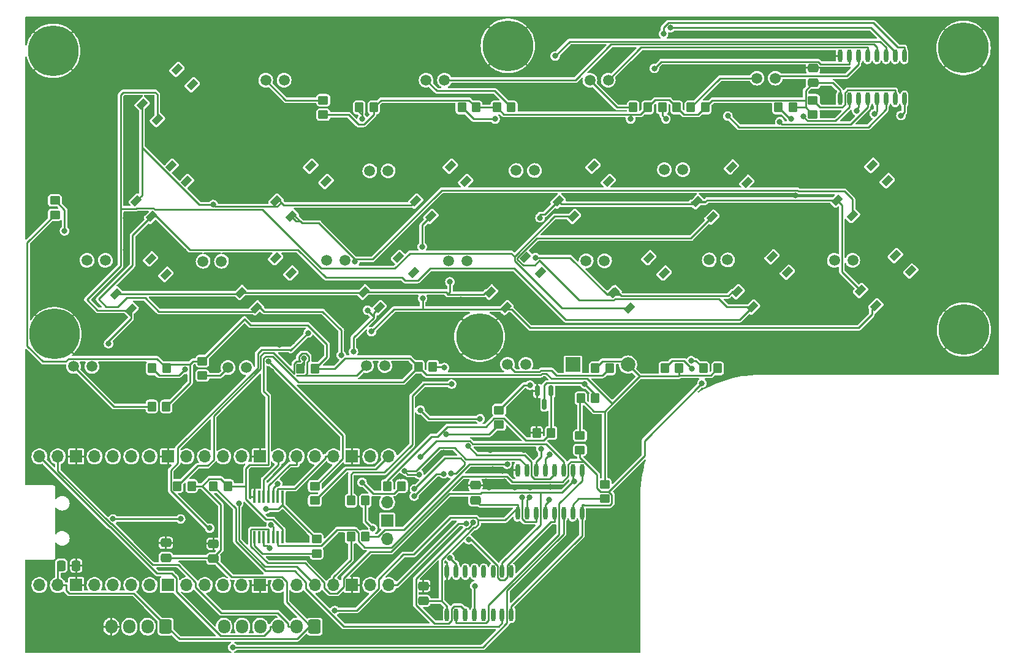
<source format=gbr>
%TF.GenerationSoftware,KiCad,Pcbnew,6.0.11+dfsg-1~bpo11+1*%
%TF.CreationDate,2023-03-23T17:03:56+00:00*%
%TF.ProjectId,CoverUI,436f7665-7255-4492-9e6b-696361645f70,rev?*%
%TF.SameCoordinates,Original*%
%TF.FileFunction,Copper,L1,Top*%
%TF.FilePolarity,Positive*%
%FSLAX46Y46*%
G04 Gerber Fmt 4.6, Leading zero omitted, Abs format (unit mm)*
G04 Created by KiCad (PCBNEW 6.0.11+dfsg-1~bpo11+1) date 2023-03-23 17:03:56*
%MOMM*%
%LPD*%
G01*
G04 APERTURE LIST*
G04 Aperture macros list*
%AMRoundRect*
0 Rectangle with rounded corners*
0 $1 Rounding radius*
0 $2 $3 $4 $5 $6 $7 $8 $9 X,Y pos of 4 corners*
0 Add a 4 corners polygon primitive as box body*
4,1,4,$2,$3,$4,$5,$6,$7,$8,$9,$2,$3,0*
0 Add four circle primitives for the rounded corners*
1,1,$1+$1,$2,$3*
1,1,$1+$1,$4,$5*
1,1,$1+$1,$6,$7*
1,1,$1+$1,$8,$9*
0 Add four rect primitives between the rounded corners*
20,1,$1+$1,$2,$3,$4,$5,0*
20,1,$1+$1,$4,$5,$6,$7,0*
20,1,$1+$1,$6,$7,$8,$9,0*
20,1,$1+$1,$8,$9,$2,$3,0*%
%AMRotRect*
0 Rectangle, with rotation*
0 The origin of the aperture is its center*
0 $1 length*
0 $2 width*
0 $3 Rotation angle, in degrees counterclockwise*
0 Add horizontal line*
21,1,$1,$2,0,0,$3*%
G04 Aperture macros list end*
%TA.AperFunction,ComponentPad*%
%ADD10C,1.000000*%
%TD*%
%TA.AperFunction,ComponentPad*%
%ADD11C,7.000000*%
%TD*%
%TA.AperFunction,ComponentPad*%
%ADD12C,6.500000*%
%TD*%
%TA.AperFunction,SMDPad,CuDef*%
%ADD13RoundRect,0.250000X0.350000X0.450000X-0.350000X0.450000X-0.350000X-0.450000X0.350000X-0.450000X0*%
%TD*%
%TA.AperFunction,SMDPad,CuDef*%
%ADD14O,0.600000X1.800000*%
%TD*%
%TA.AperFunction,SMDPad,CuDef*%
%ADD15R,0.400000X1.700000*%
%TD*%
%TA.AperFunction,SMDPad,CuDef*%
%ADD16RoundRect,0.250000X0.450000X-0.350000X0.450000X0.350000X-0.450000X0.350000X-0.450000X-0.350000X0*%
%TD*%
%TA.AperFunction,ComponentPad*%
%ADD17C,1.520000*%
%TD*%
%TA.AperFunction,SMDPad,CuDef*%
%ADD18RotRect,1.400000X0.900000X45.000000*%
%TD*%
%TA.AperFunction,SMDPad,CuDef*%
%ADD19RoundRect,0.250000X-0.350000X-0.450000X0.350000X-0.450000X0.350000X0.450000X-0.350000X0.450000X0*%
%TD*%
%TA.AperFunction,SMDPad,CuDef*%
%ADD20RoundRect,0.250000X-0.450000X0.350000X-0.450000X-0.350000X0.450000X-0.350000X0.450000X0.350000X0*%
%TD*%
%TA.AperFunction,SMDPad,CuDef*%
%ADD21RoundRect,0.250000X0.475000X-0.337500X0.475000X0.337500X-0.475000X0.337500X-0.475000X-0.337500X0*%
%TD*%
%TA.AperFunction,SMDPad,CuDef*%
%ADD22RoundRect,0.150000X-0.150000X0.587500X-0.150000X-0.587500X0.150000X-0.587500X0.150000X0.587500X0*%
%TD*%
%TA.AperFunction,SMDPad,CuDef*%
%ADD23RoundRect,0.250000X-0.337500X-0.475000X0.337500X-0.475000X0.337500X0.475000X-0.337500X0.475000X0*%
%TD*%
%TA.AperFunction,ComponentPad*%
%ADD24RoundRect,0.250000X0.600000X0.725000X-0.600000X0.725000X-0.600000X-0.725000X0.600000X-0.725000X0*%
%TD*%
%TA.AperFunction,ComponentPad*%
%ADD25O,1.700000X1.950000*%
%TD*%
%TA.AperFunction,ComponentPad*%
%ADD26R,2.000000X2.000000*%
%TD*%
%TA.AperFunction,ComponentPad*%
%ADD27C,2.000000*%
%TD*%
%TA.AperFunction,ComponentPad*%
%ADD28O,1.700000X1.700000*%
%TD*%
%TA.AperFunction,ComponentPad*%
%ADD29R,1.700000X1.700000*%
%TD*%
%TA.AperFunction,ViaPad*%
%ADD30C,0.800000*%
%TD*%
%TA.AperFunction,Conductor*%
%ADD31C,0.250000*%
%TD*%
G04 APERTURE END LIST*
D10*
%TO.P,H1001,1,1*%
%TO.N,GND*%
X70973155Y-66833155D03*
X70973155Y-63120845D03*
X67260845Y-66833155D03*
X66492000Y-64977000D03*
X67260845Y-63120845D03*
X69117000Y-67602000D03*
D11*
X69117000Y-64977000D03*
D10*
X69117000Y-62352000D03*
X71742000Y-64977000D03*
%TD*%
%TO.P,H1006,1,1*%
%TO.N,GND*%
X129302000Y-64287000D03*
X133783155Y-66143155D03*
X130070845Y-66143155D03*
X134552000Y-64287000D03*
D11*
X131927000Y-64287000D03*
D10*
X131927000Y-66912000D03*
X133783155Y-62430845D03*
X131927000Y-61662000D03*
X130070845Y-62430845D03*
%TD*%
%TO.P,H1002,1,1*%
%TO.N,GND*%
X194877000Y-61952000D03*
X192252000Y-64577000D03*
X193020845Y-62720845D03*
X197502000Y-64577000D03*
X193020845Y-66433155D03*
D11*
X194877000Y-64577000D03*
D10*
X194877000Y-67202000D03*
X196733155Y-66433155D03*
X196733155Y-62720845D03*
%TD*%
%TO.P,H1003,1,1*%
%TO.N,GND*%
X69287000Y-106762000D03*
X71143155Y-105993155D03*
X71143155Y-102280845D03*
X67430845Y-105993155D03*
X69287000Y-101512000D03*
X67430845Y-102280845D03*
X71912000Y-104137000D03*
X66662000Y-104137000D03*
D11*
X69287000Y-104137000D03*
%TD*%
D10*
%TO.P,H1004,1,1*%
%TO.N,GND*%
X129883155Y-106343155D03*
X130652000Y-104487000D03*
X129883155Y-102630845D03*
X126170845Y-106343155D03*
X126170845Y-102630845D03*
D12*
X128027000Y-104487000D03*
D10*
X128027000Y-101862000D03*
X125402000Y-104487000D03*
X128027000Y-107112000D03*
%TD*%
D11*
%TO.P,H1005,1,1*%
%TO.N,GND*%
X194937000Y-103507000D03*
D10*
X194937000Y-106132000D03*
X193080845Y-101650845D03*
X194937000Y-100882000D03*
X192312000Y-103507000D03*
X196793155Y-101650845D03*
X193080845Y-105363155D03*
X197562000Y-103507000D03*
X196793155Y-105363155D03*
%TD*%
D13*
%TO.P,R21,1*%
%TO.N,+5V*%
X84734400Y-114147600D03*
%TO.P,R21,2*%
%TO.N,Net-(D1015-Pad1)*%
X82734400Y-114147600D03*
%TD*%
%TO.P,R15,1*%
%TO.N,+5V*%
X151231600Y-72796400D03*
%TO.P,R15,2*%
%TO.N,Net-(D1003-Pad1)*%
X149231600Y-72796400D03*
%TD*%
D14*
%TO.P,U3,1,VCC*%
%TO.N,+5V*%
X133268800Y-128903200D03*
%TO.P,U3,2,SER/IN*%
%TO.N,Net-(U2-Pad9)*%
X134538800Y-128903200D03*
%TO.P,U3,3,DRAIN0*%
%TO.N,Net-(D1018-Pad2)*%
X135808800Y-128903200D03*
%TO.P,U3,4,DRAIN1*%
%TO.N,Net-(D1017-Pad2)*%
X137078800Y-128903200D03*
%TO.P,U3,5,DRAIN2*%
%TO.N,Net-(D1016-Pad2)*%
X138348800Y-128903200D03*
%TO.P,U3,6,DRAIN3*%
%TO.N,Net-(D1015-Pad2)*%
X139628800Y-128903200D03*
%TO.P,U3,7,~{CLR}*%
%TO.N,Net-(R17-Pad2)*%
X140888800Y-128903200D03*
%TO.P,U3,8,~{G}*%
%TO.N,/LEDmux/G*%
X142158800Y-128903200D03*
%TO.P,U3,9,SER/OUT*%
%TO.N,Net-(U3-Pad9)*%
X142158800Y-122963200D03*
%TO.P,U3,10,RCK*%
%TO.N,/LEDmux/RCK*%
X140888800Y-122963200D03*
%TO.P,U3,11,DRAIN4*%
%TO.N,Net-(D1008-Pad2)*%
X139628800Y-122963200D03*
%TO.P,U3,12,DRAIN5*%
%TO.N,Net-(D1009-Pad2)*%
X138348800Y-122963200D03*
%TO.P,U3,13,DRAIN6*%
%TO.N,Net-(D1010-Pad2)*%
X137078800Y-122963200D03*
%TO.P,U3,14,DRAIN7*%
%TO.N,Net-(D1011-Pad2)*%
X135808800Y-122963200D03*
%TO.P,U3,15,SRCK*%
%TO.N,/LEDmux/SRCK*%
X134538800Y-122963200D03*
%TO.P,U3,16,GND*%
%TO.N,GND*%
X133268800Y-122963200D03*
%TD*%
D15*
%TO.P,U5,1,VCCA*%
%TO.N,+3.3V*%
X100801200Y-126635600D03*
%TO.P,U5,2,A1*%
%TO.N,/LEDmux/G_3.3V*%
X100151200Y-126635600D03*
%TO.P,U5,3,A2*%
%TO.N,/LEDmux/SER_3.3V*%
X99501200Y-126635600D03*
%TO.P,U5,4,A3*%
%TO.N,/LEDmux/RCK_3.3V*%
X98851200Y-126635600D03*
%TO.P,U5,5,A4*%
%TO.N,/LEDmux/SRCK_3.3V*%
X98201200Y-126635600D03*
%TO.P,U5,6,NC*%
%TO.N,unconnected-(U5-Pad6)*%
X97551200Y-126635600D03*
%TO.P,U5,7,GND*%
%TO.N,GND*%
X96901200Y-126635600D03*
%TO.P,U5,8,OE*%
%TO.N,Net-(R29-Pad1)*%
X96901200Y-132235600D03*
%TO.P,U5,9,NC*%
%TO.N,unconnected-(U5-Pad9)*%
X97551200Y-132235600D03*
%TO.P,U5,10,B4*%
%TO.N,/LEDmux/SRCK*%
X98201200Y-132235600D03*
%TO.P,U5,11,B3*%
%TO.N,/LEDmux/RCK*%
X98851200Y-132235600D03*
%TO.P,U5,12,B2*%
%TO.N,/LEDmux/SER*%
X99501200Y-132235600D03*
%TO.P,U5,13,B1*%
%TO.N,/LEDmux/G*%
X100151200Y-132235600D03*
%TO.P,U5,14,VCCB*%
%TO.N,+5V*%
X100801200Y-132235600D03*
%TD*%
D16*
%TO.P,R6,1*%
%TO.N,/RaspberryPico/GP15*%
X105252000Y-127152400D03*
%TO.P,R6,2*%
%TO.N,Net-(R6-Pad2)*%
X105252000Y-125152400D03*
%TD*%
D17*
%TO.P,D1013,1,A*%
%TO.N,Net-(D1013-Pad1)*%
X159752000Y-93887000D03*
%TO.P,D1013,2,K*%
%TO.N,Net-(D1013-Pad2)*%
X162292000Y-93887000D03*
%TD*%
%TO.P,D1016,1,A*%
%TO.N,Net-(D1016-Pad1)*%
X93272000Y-108777000D03*
%TO.P,D1016,2,K*%
%TO.N,Net-(D1016-Pad2)*%
X95812000Y-108777000D03*
%TD*%
D14*
%TO.P,U2,1,VCC*%
%TO.N,+5V*%
X177820400Y-71600800D03*
%TO.P,U2,2,SER/IN*%
%TO.N,/LEDmux/SER*%
X179090400Y-71600800D03*
%TO.P,U2,3,DRAIN0*%
%TO.N,Net-(D1014-Pad2)*%
X180360400Y-71600800D03*
%TO.P,U2,4,DRAIN1*%
%TO.N,Net-(D1013-Pad2)*%
X181630400Y-71600800D03*
%TO.P,U2,5,DRAIN2*%
%TO.N,Net-(D1012-Pad2)*%
X182900400Y-71600800D03*
%TO.P,U2,6,DRAIN3*%
%TO.N,Net-(D1007-Pad2)*%
X184180400Y-71600800D03*
%TO.P,U2,7,~{CLR}*%
%TO.N,Net-(R3-Pad2)*%
X185440400Y-71600800D03*
%TO.P,U2,8,~{G}*%
%TO.N,/LEDmux/G*%
X186710400Y-71600800D03*
%TO.P,U2,9,SER/OUT*%
%TO.N,Net-(U2-Pad9)*%
X186710400Y-65660800D03*
%TO.P,U2,10,RCK*%
%TO.N,/LEDmux/RCK*%
X185440400Y-65660800D03*
%TO.P,U2,11,DRAIN4*%
%TO.N,Net-(D1006-Pad2)*%
X184180400Y-65660800D03*
%TO.P,U2,12,DRAIN5*%
%TO.N,Net-(D1002-Pad2)*%
X182900400Y-65660800D03*
%TO.P,U2,13,DRAIN6*%
%TO.N,Net-(D1003-Pad2)*%
X181630400Y-65660800D03*
%TO.P,U2,14,DRAIN7*%
%TO.N,Net-(D1004-Pad2)*%
X180360400Y-65660800D03*
%TO.P,U2,15,SRCK*%
%TO.N,/LEDmux/SRCK*%
X179090400Y-65660800D03*
%TO.P,U2,16,GND*%
%TO.N,GND*%
X177820400Y-65660800D03*
%TD*%
D13*
%TO.P,R8,1*%
%TO.N,/RaspberryPico/GP17*%
X112252000Y-127152400D03*
%TO.P,R8,2*%
%TO.N,Net-(R8-Pad2)*%
X110252000Y-127152400D03*
%TD*%
D16*
%TO.P,R3,1*%
%TO.N,+5V*%
X174056800Y-73796400D03*
%TO.P,R3,2*%
%TO.N,Net-(R3-Pad2)*%
X174056800Y-71796400D03*
%TD*%
D18*
%TO.P,SW12,1,A*%
%TO.N,Net-(R8-Pad2)*%
X129532177Y-98330503D03*
%TO.P,SW12,2*%
%TO.N,N/C*%
X134340503Y-93522177D03*
%TO.P,SW12,3,B*%
%TO.N,/RaspberryPico/GP22*%
X131653497Y-100451823D03*
%TO.P,SW12,4*%
%TO.N,N/C*%
X136461823Y-95643497D03*
%TD*%
D19*
%TO.P,R14,1*%
%TO.N,+5V*%
X130406400Y-72796400D03*
%TO.P,R14,2*%
%TO.N,Net-(D1002-Pad1)*%
X132406400Y-72796400D03*
%TD*%
D20*
%TO.P,R17,1*%
%TO.N,+5V*%
X145288000Y-124898400D03*
%TO.P,R17,2*%
%TO.N,Net-(R17-Pad2)*%
X145288000Y-126898400D03*
%TD*%
D13*
%TO.P,R4,1*%
%TO.N,Net-(BZ1-Pad1)*%
X144000000Y-113000000D03*
%TO.P,R4,2*%
%TO.N,+5V*%
X142000000Y-113000000D03*
%TD*%
D21*
%TO.P,C3,1*%
%TO.N,+5V*%
X174091600Y-69414300D03*
%TO.P,C3,2*%
%TO.N,GND*%
X174091600Y-67339300D03*
%TD*%
D18*
%TO.P,SW5,1,A*%
%TO.N,Net-(R7-Pad2)*%
X138872177Y-85730503D03*
%TO.P,SW5,2*%
%TO.N,N/C*%
X143680503Y-80922177D03*
%TO.P,SW5,3,B*%
%TO.N,/RaspberryPico/GP19*%
X140993497Y-87851823D03*
%TO.P,SW5,4*%
%TO.N,N/C*%
X145801823Y-83043497D03*
%TD*%
D17*
%TO.P,D1005,1,A*%
%TO.N,Net-(D1005-Pad1)*%
X112852000Y-81577000D03*
%TO.P,D1005,2,K*%
%TO.N,Net-(D1005-Pad2)*%
X115392000Y-81577000D03*
%TD*%
D13*
%TO.P,R10,1*%
%TO.N,+5V*%
X155600400Y-108864400D03*
%TO.P,R10,2*%
%TO.N,Net-(D1013-Pad1)*%
X153600400Y-108864400D03*
%TD*%
D19*
%TO.P,R25,1*%
%TO.N,+5V*%
X119564400Y-108661200D03*
%TO.P,R25,2*%
%TO.N,Net-(D1011-Pad1)*%
X121564400Y-108661200D03*
%TD*%
D13*
%TO.P,R23,1*%
%TO.N,+5V*%
X84769200Y-108864400D03*
%TO.P,R23,2*%
%TO.N,Net-(D1009-Pad1)*%
X82769200Y-108864400D03*
%TD*%
D16*
%TO.P,R30,1*%
%TO.N,/LEDmux/G*%
X141884400Y-120160800D03*
%TO.P,R30,2*%
%TO.N,+5V*%
X141884400Y-118160800D03*
%TD*%
D17*
%TO.P,D1012,1,A*%
%TO.N,Net-(D1012-Pad1)*%
X142742000Y-94007000D03*
%TO.P,D1012,2,K*%
%TO.N,Net-(D1012-Pad2)*%
X145282000Y-94007000D03*
%TD*%
D22*
%TO.P,Q1,1,G*%
%TO.N,Net-(Q1-Pad1)*%
X137906800Y-111990900D03*
%TO.P,Q1,2,S*%
%TO.N,GND*%
X136006800Y-111990900D03*
%TO.P,Q1,3,D*%
%TO.N,Net-(BZ1-Pad1)*%
X136956800Y-113865900D03*
%TD*%
D23*
%TO.P,C1001,1*%
%TO.N,+5V*%
X70214500Y-136152400D03*
%TO.P,C1001,2*%
%TO.N,GND*%
X72289500Y-136152400D03*
%TD*%
D17*
%TO.P,D1002,1,A*%
%TO.N,Net-(D1002-Pad1)*%
X120632000Y-69037000D03*
%TO.P,D1002,2,K*%
%TO.N,Net-(D1002-Pad2)*%
X123172000Y-69037000D03*
%TD*%
%TO.P,D1006,1,A*%
%TO.N,Net-(D1006-Pad1)*%
X133062000Y-81527000D03*
%TO.P,D1006,2,K*%
%TO.N,Net-(D1006-Pad2)*%
X135602000Y-81527000D03*
%TD*%
D18*
%TO.P,SW8,1,A*%
%TO.N,Net-(R7-Pad2)*%
X180662177Y-98100503D03*
%TO.P,SW8,2*%
%TO.N,N/C*%
X185470503Y-93292177D03*
%TO.P,SW8,3,B*%
%TO.N,/RaspberryPico/GP22*%
X182783497Y-100221823D03*
%TO.P,SW8,4*%
%TO.N,N/C*%
X187591823Y-95413497D03*
%TD*%
D13*
%TO.P,R2,1*%
%TO.N,Net-(Q1-Pad1)*%
X137906000Y-117805200D03*
%TO.P,R2,2*%
%TO.N,GND*%
X135906000Y-117805200D03*
%TD*%
D16*
%TO.P,R22,1*%
%TO.N,+5V*%
X69342000Y-87648800D03*
%TO.P,R22,2*%
%TO.N,Net-(D1008-Pad1)*%
X69342000Y-85648800D03*
%TD*%
D18*
%TO.P,SW2,1,A*%
%TO.N,Net-(R6-Pad2)*%
X80582177Y-85730503D03*
%TO.P,SW2,2*%
%TO.N,N/C*%
X85390503Y-80922177D03*
%TO.P,SW2,3,B*%
%TO.N,/RaspberryPico/GP20*%
X82703497Y-87851823D03*
%TO.P,SW2,4*%
%TO.N,N/C*%
X87511823Y-83043497D03*
%TD*%
%TO.P,SW9,1,A*%
%TO.N,Net-(R8-Pad2)*%
X77742177Y-98560503D03*
%TO.P,SW9,2*%
%TO.N,N/C*%
X82550503Y-93752177D03*
%TO.P,SW9,3,B*%
%TO.N,/RaspberryPico/GP19*%
X79863497Y-100681823D03*
%TO.P,SW9,4*%
%TO.N,N/C*%
X84671823Y-95873497D03*
%TD*%
D14*
%TO.P,U4,1,VCC*%
%TO.N,+5V*%
X123515200Y-142924000D03*
%TO.P,U4,2,SER/IN*%
%TO.N,Net-(U3-Pad9)*%
X124785200Y-142924000D03*
%TO.P,U4,3,DRAIN0*%
%TO.N,Net-(D1001-Pad2)*%
X126055200Y-142924000D03*
%TO.P,U4,4,DRAIN1*%
%TO.N,Net-(D1005-Pad2)*%
X127325200Y-142924000D03*
%TO.P,U4,5,DRAIN2*%
%TO.N,unconnected-(U4-Pad5)*%
X128595200Y-142924000D03*
%TO.P,U4,6,DRAIN3*%
%TO.N,unconnected-(U4-Pad6)*%
X129875200Y-142924000D03*
%TO.P,U4,7,~{CLR}*%
%TO.N,Net-(R26-Pad2)*%
X131135200Y-142924000D03*
%TO.P,U4,8,~{G}*%
%TO.N,/LEDmux/G*%
X132405200Y-142924000D03*
%TO.P,U4,9,SER/OUT*%
%TO.N,unconnected-(U4-Pad9)*%
X132405200Y-136984000D03*
%TO.P,U4,10,RCK*%
%TO.N,/LEDmux/RCK*%
X131135200Y-136984000D03*
%TO.P,U4,11,DRAIN4*%
%TO.N,unconnected-(U4-Pad11)*%
X129875200Y-136984000D03*
%TO.P,U4,12,DRAIN5*%
%TO.N,unconnected-(U4-Pad12)*%
X128595200Y-136984000D03*
%TO.P,U4,13,DRAIN6*%
%TO.N,unconnected-(U4-Pad13)*%
X127325200Y-136984000D03*
%TO.P,U4,14,DRAIN7*%
%TO.N,unconnected-(U4-Pad14)*%
X126055200Y-136984000D03*
%TO.P,U4,15,SRCK*%
%TO.N,/LEDmux/SRCK*%
X124785200Y-136984000D03*
%TO.P,U4,16,GND*%
%TO.N,GND*%
X123515200Y-136984000D03*
%TD*%
D18*
%TO.P,SW1,1,A*%
%TO.N,Net-(R6-Pad2)*%
X81392177Y-72330503D03*
%TO.P,SW1,2*%
%TO.N,N/C*%
X86200503Y-67522177D03*
%TO.P,SW1,3,B*%
%TO.N,/RaspberryPico/GP19*%
X83513497Y-74451823D03*
%TO.P,SW1,4*%
%TO.N,N/C*%
X88321823Y-69643497D03*
%TD*%
D16*
%TO.P,R29,1*%
%TO.N,Net-(R29-Pad1)*%
X105506000Y-134464800D03*
%TO.P,R29,2*%
%TO.N,+3.3V*%
X105506000Y-132464800D03*
%TD*%
D20*
%TO.P,R20,1*%
%TO.N,+5V*%
X89712800Y-107864400D03*
%TO.P,R20,2*%
%TO.N,Net-(D1016-Pad1)*%
X89712800Y-109864400D03*
%TD*%
D18*
%TO.P,SW13,1,A*%
%TO.N,Net-(R9-Pad2)*%
X146592177Y-98380503D03*
%TO.P,SW13,2*%
%TO.N,N/C*%
X151400503Y-93572177D03*
%TO.P,SW13,3,B*%
%TO.N,/RaspberryPico/GP19*%
X148713497Y-100501823D03*
%TO.P,SW13,4*%
%TO.N,N/C*%
X153521823Y-95693497D03*
%TD*%
D21*
%TO.P,C1,1*%
%TO.N,+5V*%
X120243600Y-141020800D03*
%TO.P,C1,2*%
%TO.N,GND*%
X120243600Y-138945800D03*
%TD*%
D13*
%TO.P,R11,1*%
%TO.N,+5V*%
X160934400Y-108864400D03*
%TO.P,R11,2*%
%TO.N,Net-(D1012-Pad1)*%
X158934400Y-108864400D03*
%TD*%
D17*
%TO.P,D1007,1,A*%
%TO.N,Net-(D1007-Pad1)*%
X153562000Y-81407000D03*
%TO.P,D1007,2,K*%
%TO.N,Net-(D1007-Pad2)*%
X156102000Y-81407000D03*
%TD*%
D16*
%TO.P,R27,1*%
%TO.N,+5V*%
X106406400Y-73796400D03*
%TO.P,R27,2*%
%TO.N,Net-(D1001-Pad1)*%
X106406400Y-71796400D03*
%TD*%
D17*
%TO.P,D1017,1,A*%
%TO.N,Net-(D1017-Pad1)*%
X112392000Y-108497000D03*
%TO.P,D1017,2,K*%
%TO.N,Net-(D1017-Pad2)*%
X114932000Y-108497000D03*
%TD*%
%TO.P,D1014,1,A*%
%TO.N,Net-(D1014-Pad1)*%
X177042000Y-93947000D03*
%TO.P,D1014,2,K*%
%TO.N,Net-(D1014-Pad2)*%
X179582000Y-93947000D03*
%TD*%
%TO.P,D1010,1,A*%
%TO.N,Net-(D1010-Pad1)*%
X106892000Y-93947000D03*
%TO.P,D1010,2,K*%
%TO.N,Net-(D1010-Pad2)*%
X109432000Y-93947000D03*
%TD*%
D13*
%TO.P,R1,1*%
%TO.N,/RaspberryPico/GP26*%
X117252000Y-125152400D03*
%TO.P,R1,2*%
%TO.N,Net-(Q1-Pad1)*%
X115252000Y-125152400D03*
%TD*%
D18*
%TO.P,SW14,1,A*%
%TO.N,Net-(R9-Pad2)*%
X163602177Y-98270503D03*
%TO.P,SW14,2*%
%TO.N,N/C*%
X168410503Y-93462177D03*
%TO.P,SW14,3,B*%
%TO.N,/RaspberryPico/GP20*%
X165723497Y-100391823D03*
%TO.P,SW14,4*%
%TO.N,N/C*%
X170531823Y-95583497D03*
%TD*%
D16*
%TO.P,R7,1*%
%TO.N,/RaspberryPico/GP16*%
X130708400Y-116636800D03*
%TO.P,R7,2*%
%TO.N,Net-(R7-Pad2)*%
X130708400Y-114636800D03*
%TD*%
D17*
%TO.P,D1018,1,A*%
%TO.N,Net-(D1018-Pad1)*%
X131862000Y-108317000D03*
%TO.P,D1018,2,K*%
%TO.N,Net-(D1018-Pad2)*%
X134402000Y-108317000D03*
%TD*%
D18*
%TO.P,SW6,1,A*%
%TO.N,Net-(R7-Pad2)*%
X158002177Y-85840503D03*
%TO.P,SW6,2*%
%TO.N,N/C*%
X162810503Y-81032177D03*
%TO.P,SW6,3,B*%
%TO.N,/RaspberryPico/GP20*%
X160123497Y-87961823D03*
%TO.P,SW6,4*%
%TO.N,N/C*%
X164931823Y-83153497D03*
%TD*%
D13*
%TO.P,R28,1*%
%TO.N,+5V*%
X113406400Y-72796400D03*
%TO.P,R28,2*%
%TO.N,Net-(D1005-Pad1)*%
X111406400Y-72796400D03*
%TD*%
D17*
%TO.P,D1001,1,A*%
%TO.N,Net-(D1001-Pad1)*%
X98472000Y-69037000D03*
%TO.P,D1001,2,K*%
%TO.N,Net-(D1001-Pad2)*%
X101012000Y-69037000D03*
%TD*%
%TO.P,D1004,1,A*%
%TO.N,Net-(D1004-Pad1)*%
X166332000Y-68757000D03*
%TO.P,D1004,2,K*%
%TO.N,Net-(D1004-Pad2)*%
X168872000Y-68757000D03*
%TD*%
%TO.P,D1008,1,A*%
%TO.N,Net-(D1008-Pad1)*%
X73787000Y-93947000D03*
%TO.P,D1008,2,K*%
%TO.N,Net-(D1008-Pad2)*%
X76327000Y-93947000D03*
%TD*%
D19*
%TO.P,R18,1*%
%TO.N,+5V*%
X144000000Y-108864400D03*
%TO.P,R18,2*%
%TO.N,Net-(D1018-Pad1)*%
X146000000Y-108864400D03*
%TD*%
D21*
%TO.P,C1003,1*%
%TO.N,+5V*%
X84683600Y-135077200D03*
%TO.P,C1003,2*%
%TO.N,GND*%
X84683600Y-133002200D03*
%TD*%
D18*
%TO.P,SW11,1,A*%
%TO.N,Net-(R8-Pad2)*%
X112012177Y-98330503D03*
%TO.P,SW11,2*%
%TO.N,N/C*%
X116820503Y-93522177D03*
%TO.P,SW11,3,B*%
%TO.N,/RaspberryPico/GP21*%
X114133497Y-100451823D03*
%TO.P,SW11,4*%
%TO.N,N/C*%
X118941823Y-95643497D03*
%TD*%
D13*
%TO.P,R12,1*%
%TO.N,+5V*%
X155260800Y-72796400D03*
%TO.P,R12,2*%
%TO.N,Net-(D1007-Pad1)*%
X153260800Y-72796400D03*
%TD*%
%TO.P,R19,1*%
%TO.N,+5V*%
X88252000Y-125152400D03*
%TO.P,R19,2*%
%TO.N,Net-(D1017-Pad1)*%
X86252000Y-125152400D03*
%TD*%
D19*
%TO.P,R9,1*%
%TO.N,/RaspberryPico/GP18*%
X110252000Y-132152400D03*
%TO.P,R9,2*%
%TO.N,Net-(R9-Pad2)*%
X112252000Y-132152400D03*
%TD*%
D21*
%TO.P,C1002,1*%
%TO.N,+5V*%
X91252000Y-135189900D03*
%TO.P,C1002,2*%
%TO.N,GND*%
X91252000Y-133114900D03*
%TD*%
D13*
%TO.P,R26,1*%
%TO.N,+5V*%
X93252000Y-125152400D03*
%TO.P,R26,2*%
%TO.N,Net-(R26-Pad2)*%
X91252000Y-125152400D03*
%TD*%
D17*
%TO.P,D1015,1,A*%
%TO.N,Net-(D1015-Pad1)*%
X71932000Y-108607000D03*
%TO.P,D1015,2,K*%
%TO.N,Net-(D1015-Pad2)*%
X74472000Y-108607000D03*
%TD*%
%TO.P,D1011,1,A*%
%TO.N,Net-(D1011-Pad1)*%
X123722000Y-94007000D03*
%TO.P,D1011,2,K*%
%TO.N,Net-(D1011-Pad2)*%
X126262000Y-94007000D03*
%TD*%
D21*
%TO.P,C2,1*%
%TO.N,+5V*%
X127457200Y-127093800D03*
%TO.P,C2,2*%
%TO.N,GND*%
X127457200Y-125018800D03*
%TD*%
D13*
%TO.P,R24,1*%
%TO.N,+5V*%
X105276400Y-108915200D03*
%TO.P,R24,2*%
%TO.N,Net-(D1010-Pad1)*%
X103276400Y-108915200D03*
%TD*%
D17*
%TO.P,D1009,1,A*%
%TO.N,Net-(D1009-Pad1)*%
X89822000Y-94067000D03*
%TO.P,D1009,2,K*%
%TO.N,Net-(D1009-Pad2)*%
X92362000Y-94067000D03*
%TD*%
D13*
%TO.P,R13,1*%
%TO.N,+5V*%
X127558800Y-72796400D03*
%TO.P,R13,2*%
%TO.N,Net-(D1006-Pad1)*%
X125558800Y-72796400D03*
%TD*%
D18*
%TO.P,SW10,1,A*%
%TO.N,Net-(R8-Pad2)*%
X95032177Y-98380503D03*
%TO.P,SW10,2*%
%TO.N,N/C*%
X99840503Y-93572177D03*
%TO.P,SW10,3,B*%
%TO.N,/RaspberryPico/GP20*%
X97153497Y-100501823D03*
%TO.P,SW10,4*%
%TO.N,N/C*%
X101961823Y-95693497D03*
%TD*%
D13*
%TO.P,R16,1*%
%TO.N,+5V*%
X159207200Y-72796400D03*
%TO.P,R16,2*%
%TO.N,Net-(D1004-Pad1)*%
X157207200Y-72796400D03*
%TD*%
D18*
%TO.P,SW7,1,A*%
%TO.N,Net-(R7-Pad2)*%
X177412177Y-85610503D03*
%TO.P,SW7,2*%
%TO.N,N/C*%
X182220503Y-80802177D03*
%TO.P,SW7,3,B*%
%TO.N,/RaspberryPico/GP21*%
X179533497Y-87731823D03*
%TO.P,SW7,4*%
%TO.N,N/C*%
X184341823Y-82923497D03*
%TD*%
%TO.P,SW3,1,A*%
%TO.N,Net-(R6-Pad2)*%
X99882177Y-85730503D03*
%TO.P,SW3,2*%
%TO.N,N/C*%
X104690503Y-80922177D03*
%TO.P,SW3,3,B*%
%TO.N,/RaspberryPico/GP21*%
X102003497Y-87851823D03*
%TO.P,SW3,4*%
%TO.N,N/C*%
X106811823Y-83043497D03*
%TD*%
D13*
%TO.P,R5,1*%
%TO.N,+5V*%
X171313600Y-72796400D03*
%TO.P,R5,2*%
%TO.N,Net-(D1014-Pad1)*%
X169313600Y-72796400D03*
%TD*%
D17*
%TO.P,D1003,1,A*%
%TO.N,Net-(D1003-Pad1)*%
X143252000Y-69037000D03*
%TO.P,D1003,2,K*%
%TO.N,Net-(D1003-Pad2)*%
X145792000Y-69037000D03*
%TD*%
D18*
%TO.P,SW4,1,A*%
%TO.N,Net-(R6-Pad2)*%
X119172177Y-85730503D03*
%TO.P,SW4,2*%
%TO.N,N/C*%
X123980503Y-80922177D03*
%TO.P,SW4,3,B*%
%TO.N,/RaspberryPico/GP22*%
X121293497Y-87851823D03*
%TO.P,SW4,4*%
%TO.N,N/C*%
X126101823Y-83043497D03*
%TD*%
D24*
%TO.P,J1001,1,Pin_1*%
%TO.N,+5V*%
X84632800Y-144576800D03*
D25*
%TO.P,J1001,2,Pin_2*%
%TO.N,/RaspberryPico/PiCo_RX*%
X82132800Y-144576800D03*
%TO.P,J1001,3,Pin_3*%
%TO.N,/RaspberryPico/PiCo_TX*%
X79632800Y-144576800D03*
%TO.P,J1001,4,Pin_4*%
%TO.N,GND*%
X77132800Y-144576800D03*
%TD*%
D26*
%TO.P,BZ1,1,-*%
%TO.N,Net-(BZ1-Pad1)*%
X140929200Y-108356400D03*
D27*
%TO.P,BZ1,2,+*%
%TO.N,+5V*%
X148529200Y-108356400D03*
%TD*%
D24*
%TO.P,J2,1,Pin_1*%
%TO.N,+5V*%
X105206800Y-144576800D03*
D25*
%TO.P,J2,2,Pin_2*%
%TO.N,Net-(J2-Pad2)*%
X102706800Y-144576800D03*
%TO.P,J2,3,Pin_3*%
%TO.N,Net-(J2-Pad3)*%
X100206800Y-144576800D03*
%TO.P,J2,4,Pin_4*%
%TO.N,Net-(J2-Pad4)*%
X97706800Y-144576800D03*
%TO.P,J2,5,Pin_5*%
%TO.N,Net-(J2-Pad5)*%
X95206800Y-144576800D03*
%TO.P,J2,6,Pin_6*%
%TO.N,Net-(J2-Pad6)*%
X92706800Y-144576800D03*
%TD*%
D28*
%TO.P,U1,1,GPIO0*%
%TO.N,Net-(J2-Pad3)*%
X67208400Y-121056400D03*
%TO.P,U1,2,GPIO1*%
%TO.N,Net-(J2-Pad2)*%
X69748400Y-121056400D03*
D29*
%TO.P,U1,3,GND*%
%TO.N,GND*%
X72288400Y-121056400D03*
D28*
%TO.P,U1,4,GPIO2*%
%TO.N,/RaspberryPico/GP2*%
X74828400Y-121056400D03*
%TO.P,U1,5,GPIO3*%
%TO.N,/RaspberryPico/GP3*%
X77368400Y-121056400D03*
%TO.P,U1,6,GPIO4*%
%TO.N,/RaspberryPico/PiCo_TX*%
X79908400Y-121056400D03*
%TO.P,U1,7,GPIO5*%
%TO.N,/RaspberryPico/PiCo_RX*%
X82448400Y-121056400D03*
D29*
%TO.P,U1,8,GND*%
%TO.N,GND*%
X84988400Y-121056400D03*
D28*
%TO.P,U1,9,GPIO6*%
%TO.N,/RaspberryPico/GP6*%
X87528400Y-121056400D03*
%TO.P,U1,10,GPIO7*%
%TO.N,/RaspberryPico/GP7*%
X90068400Y-121056400D03*
%TO.P,U1,11,GPIO8*%
%TO.N,/RaspberryPico/GP8*%
X92608400Y-121056400D03*
%TO.P,U1,12,GPIO9*%
%TO.N,/RaspberryPico/GP9*%
X95148400Y-121056400D03*
D29*
%TO.P,U1,13,GND*%
%TO.N,GND*%
X97688400Y-121056400D03*
D28*
%TO.P,U1,14,GPIO10*%
%TO.N,/LEDmux/SRCK_3.3V*%
X100228400Y-121056400D03*
%TO.P,U1,15,GPIO11*%
%TO.N,/LEDmux/RCK_3.3V*%
X102768400Y-121056400D03*
%TO.P,U1,16,GPIO12*%
%TO.N,/LEDmux/SER_3.3V*%
X105308400Y-121056400D03*
%TO.P,U1,17,GPIO13*%
%TO.N,/LEDmux/G_3.3V*%
X107848400Y-121056400D03*
D29*
%TO.P,U1,18,GND*%
%TO.N,GND*%
X110388400Y-121056400D03*
D28*
%TO.P,U1,19,GPIO14*%
%TO.N,/RaspberryPico/GP14*%
X112928400Y-121056400D03*
%TO.P,U1,20,GPIO15*%
%TO.N,/RaspberryPico/GP15*%
X115468400Y-121056400D03*
%TO.P,U1,21,GPIO16*%
%TO.N,/RaspberryPico/GP16*%
X115468400Y-138836400D03*
%TO.P,U1,22,GPIO17*%
%TO.N,/RaspberryPico/GP17*%
X112928400Y-138836400D03*
D29*
%TO.P,U1,23,GND*%
%TO.N,GND*%
X110388400Y-138836400D03*
D28*
%TO.P,U1,24,GPIO18*%
%TO.N,/RaspberryPico/GP18*%
X107848400Y-138836400D03*
%TO.P,U1,25,GPIO19*%
%TO.N,/RaspberryPico/GP19*%
X105308400Y-138836400D03*
%TO.P,U1,26,GPIO20*%
%TO.N,/RaspberryPico/GP20*%
X102768400Y-138836400D03*
%TO.P,U1,27,GPIO21*%
%TO.N,/RaspberryPico/GP21*%
X100228400Y-138836400D03*
D29*
%TO.P,U1,28,GND*%
%TO.N,GND*%
X97688400Y-138836400D03*
D28*
%TO.P,U1,29,GPIO22*%
%TO.N,/RaspberryPico/GP22*%
X95148400Y-138836400D03*
%TO.P,U1,30,RUN*%
%TO.N,unconnected-(U1-Pad30)*%
X92608400Y-138836400D03*
%TO.P,U1,31,GPIO26_ADC0*%
%TO.N,/RaspberryPico/GP26*%
X90068400Y-138836400D03*
%TO.P,U1,32,GPIO27_ADC1*%
%TO.N,/RaspberryPico/GP27*%
X87528400Y-138836400D03*
D29*
%TO.P,U1,33,AGND*%
%TO.N,unconnected-(U1-Pad33)*%
X84988400Y-138836400D03*
D28*
%TO.P,U1,34,GPIO28_ADC2*%
%TO.N,/RaspberryPico/GP28*%
X82448400Y-138836400D03*
%TO.P,U1,35,ADC_VREF*%
%TO.N,unconnected-(U1-Pad35)*%
X79908400Y-138836400D03*
%TO.P,U1,36,3V3*%
%TO.N,+3.3V*%
X77368400Y-138836400D03*
%TO.P,U1,37,3V3_EN*%
%TO.N,unconnected-(U1-Pad37)*%
X74828400Y-138836400D03*
D29*
%TO.P,U1,38,GND*%
%TO.N,GND*%
X72288400Y-138836400D03*
D28*
%TO.P,U1,39,VSYS*%
%TO.N,+5V*%
X69748400Y-138836400D03*
%TO.P,U1,40,VBUS*%
%TO.N,unconnected-(U1-Pad40)*%
X67208400Y-138836400D03*
%TO.P,U1,41,SWCLK*%
%TO.N,Net-(J2-Pad4)*%
X115238400Y-127406400D03*
D29*
%TO.P,U1,42,GND*%
%TO.N,Net-(J2-Pad5)*%
X115238400Y-129946400D03*
D28*
%TO.P,U1,43,SWDIO*%
%TO.N,Net-(J2-Pad6)*%
X115238400Y-132486400D03*
%TD*%
D30*
%TO.N,GND*%
X117094000Y-119583000D03*
X130454000Y-128829000D03*
X134112000Y-120178700D03*
X130962000Y-133198000D03*
X129489000Y-120142000D03*
X85445600Y-99872800D03*
X131420000Y-131013000D03*
X168046000Y-107493000D03*
X102768000Y-131978000D03*
X152197000Y-106070000D03*
X144424400Y-116890800D03*
X112268000Y-143053000D03*
X111100000Y-116383000D03*
X72237600Y-97586800D03*
X123444000Y-114097000D03*
X154178000Y-70104000D03*
X117754400Y-108712000D03*
X122377000Y-116738000D03*
X95605600Y-128676400D03*
X135738000Y-145288000D03*
X146659600Y-111760000D03*
X148641000Y-128524000D03*
X79109700Y-88098829D03*
X110947000Y-145948000D03*
X134976000Y-115011000D03*
X122733000Y-75742800D03*
X128575000Y-135331000D03*
X88950800Y-76555600D03*
X132893000Y-70967600D03*
X75488800Y-125222000D03*
X124562000Y-140259000D03*
X116789000Y-143053000D03*
X132893000Y-125324000D03*
X141224000Y-65989200D03*
X135026000Y-125324000D03*
X91592400Y-103734000D03*
X102362000Y-116332000D03*
X123038000Y-120548000D03*
X102209600Y-101904800D03*
X79806800Y-135636000D03*
X87325200Y-132639000D03*
X80314800Y-105816000D03*
X104140000Y-128575000D03*
X110236000Y-103784400D03*
X68478400Y-92049600D03*
X131465000Y-124466000D03*
X129839000Y-122840000D03*
X79908400Y-126086000D03*
X114960000Y-112776000D03*
X128930000Y-124511000D03*
X96316800Y-114402000D03*
X178664000Y-74269600D03*
X83159600Y-115672000D03*
X176835000Y-73609200D03*
X121869000Y-129743000D03*
X119990000Y-117856000D03*
X96977200Y-116078000D03*
X109423200Y-100482400D03*
X70764400Y-113792000D03*
X93319600Y-135534000D03*
X147218400Y-85344000D03*
X95554800Y-131876800D03*
X172720000Y-62738000D03*
X71475600Y-143154000D03*
X105258000Y-106020000D03*
X100335448Y-105599100D03*
X86918800Y-116383000D03*
X152349000Y-66090800D03*
X129743000Y-131318000D03*
X128829000Y-128778000D03*
X72745600Y-130200000D03*
X111201000Y-134315000D03*
X114605000Y-135687000D03*
X79109700Y-92511267D03*
X137820000Y-125273000D03*
X131166000Y-123102000D03*
X94284800Y-66090800D03*
X139344000Y-77927200D03*
X122631000Y-124765000D03*
X185979000Y-62890400D03*
X197256000Y-94538800D03*
X79197200Y-77825600D03*
X99263200Y-109271000D03*
X118059000Y-135788000D03*
X107238800Y-103682800D03*
X91490800Y-131775000D03*
X90119200Y-117348000D03*
X121666000Y-137363000D03*
X108407200Y-133756400D03*
X97282000Y-123393000D03*
X117089272Y-123834991D03*
X176174000Y-71120000D03*
X87172800Y-92659200D03*
X120752000Y-122631000D03*
X125425200Y-99364800D03*
X119227600Y-102158800D03*
X129292000Y-125339500D03*
X140411200Y-115519200D03*
X144272000Y-137922000D03*
X136550000Y-110642000D03*
X147167600Y-116535200D03*
X157074000Y-76758800D03*
X124460000Y-64922400D03*
X185217000Y-68478400D03*
X93065600Y-117043000D03*
X147168000Y-106324000D03*
X86258400Y-136906000D03*
X122072000Y-142392000D03*
X135230000Y-137617000D03*
X68478400Y-144932000D03*
X148641000Y-121564000D03*
X140564000Y-71424800D03*
X194107000Y-80518000D03*
X101498000Y-114402000D03*
X127711000Y-114198000D03*
X97282000Y-124866000D03*
X112420400Y-91998800D03*
X93980000Y-143459200D03*
X132080000Y-117958000D03*
X90373200Y-127965000D03*
X135077000Y-134366000D03*
X102139000Y-105238000D03*
X164033000Y-70307200D03*
X75387200Y-115468000D03*
X121564400Y-97231200D03*
X181000000Y-74625200D03*
X118110000Y-140106000D03*
X70612000Y-74320400D03*
X101600000Y-99872800D03*
X171653200Y-84936003D03*
X106324400Y-99923600D03*
%TO.N,+5V*%
X108025000Y-142348000D03*
X148882000Y-74411000D03*
%TO.N,/RaspberryPico/GP16*%
X123432000Y-118000000D03*
X126201000Y-130311000D03*
%TO.N,/RaspberryPico/GP17*%
X113267000Y-131019000D03*
%TO.N,Net-(D1001-Pad2)*%
X127143000Y-130191000D03*
%TO.N,/RaspberryPico/GP19*%
X94742000Y-127508000D03*
X76758800Y-105461000D03*
%TO.N,/RaspberryPico/GP20*%
X108915000Y-107036000D03*
X118974000Y-126543000D03*
X123088000Y-123444000D03*
%TO.N,/RaspberryPico/GP21*%
X124044000Y-123407000D03*
X110592000Y-106578500D03*
X119021000Y-125541000D03*
X112522000Y-100838000D03*
X110812000Y-94090100D03*
%TO.N,Net-(D1005-Pad2)*%
X127352000Y-138954000D03*
%TO.N,/RaspberryPico/GP22*%
X120142000Y-99212400D03*
X104346000Y-103985000D03*
X113072300Y-103794200D03*
X120091200Y-92049600D03*
X90729044Y-130962244D03*
%TO.N,Net-(D1005-Pad1)*%
X111785000Y-74411000D03*
%TO.N,Net-(D1006-Pad1)*%
X130165000Y-74411000D03*
%TO.N,Net-(D1007-Pad1)*%
X153760000Y-74411000D03*
%TO.N,Net-(D1006-Pad2)*%
X138466000Y-65683100D03*
%TO.N,Net-(D1008-Pad1)*%
X70668400Y-89857900D03*
%TO.N,Net-(D1009-Pad1)*%
X87289600Y-109012000D03*
%TO.N,Net-(D1010-Pad1)*%
X103744000Y-107485500D03*
%TO.N,Net-(D1011-Pad1)*%
X123178000Y-108760000D03*
%TO.N,Net-(D1012-Pad1)*%
X157263000Y-107825000D03*
%TO.N,Net-(D1013-Pad1)*%
X157318000Y-108887000D03*
%TO.N,Net-(D1014-Pad1)*%
X171091000Y-74411000D03*
%TO.N,Net-(D1007-Pad2)*%
X162325000Y-73993400D03*
%TO.N,Net-(D1008-Pad2)*%
X119826000Y-121136000D03*
%TO.N,Net-(D1009-Pad2)*%
X126402000Y-119622000D03*
%TO.N,Net-(D1010-Pad2)*%
X137668000Y-120749000D03*
%TO.N,Net-(D1011-Pad2)*%
X136492000Y-119996000D03*
%TO.N,Net-(D1012-Pad2)*%
X182542000Y-73687900D03*
%TO.N,Net-(D1013-Pad2)*%
X169490000Y-74776300D03*
%TO.N,Net-(D1014-Pad2)*%
X180100000Y-73247100D03*
%TO.N,Net-(D1015-Pad2)*%
X93914900Y-147444000D03*
%TO.N,Net-(D1016-Pad2)*%
X126501000Y-132538000D03*
%TO.N,Net-(D1017-Pad2)*%
X128088000Y-115831000D03*
X137638000Y-127071000D03*
X119820000Y-114642000D03*
%TO.N,Net-(D1018-Pad2)*%
X133904000Y-126689000D03*
%TO.N,/LEDmux/SER*%
X99217400Y-130517000D03*
X172768000Y-74001300D03*
%TO.N,/LEDmux/RCK*%
X141072000Y-124538000D03*
X154372000Y-61777700D03*
%TO.N,/LEDmux/SRCK*%
X123934000Y-135103000D03*
X119646000Y-123532000D03*
X117599056Y-123033944D03*
X152170000Y-67398100D03*
X99041700Y-133757000D03*
%TO.N,Net-(U2-Pad9)*%
X153430000Y-62631000D03*
X134886000Y-126732000D03*
%TO.N,/RaspberryPico/GP26*%
X111785000Y-124628000D03*
%TO.N,Net-(R6-Pad2)*%
X91236800Y-86244300D03*
X98856800Y-107899000D03*
%TO.N,Net-(R7-Pad2)*%
X136373000Y-88061800D03*
X134976000Y-111201000D03*
%TO.N,Net-(R8-Pad2)*%
X124155000Y-111049000D03*
X123925300Y-96916800D03*
%TO.N,Net-(R9-Pad2)*%
X131826000Y-122123000D03*
X135737600Y-93573600D03*
%TO.N,Net-(BZ1-Pad1)*%
X142570000Y-111039000D03*
%TO.N,+3.3V*%
X86715600Y-129692400D03*
X98501200Y-128320800D03*
X77368400Y-129692400D03*
%TO.N,/LEDmux/SER_3.3V*%
X100112000Y-124810000D03*
%TO.N,/LEDmux/G*%
X158741000Y-110923000D03*
X186239000Y-73912700D03*
%TD*%
D31*
%TO.N,+5V*%
X113406200Y-72796200D02*
X114403000Y-71799700D01*
X113406000Y-73764900D02*
X113406000Y-72796400D01*
X95744200Y-126973000D02*
X98545400Y-129774000D01*
X70850800Y-107912000D02*
X71206400Y-107557000D01*
X118898000Y-134615000D02*
X117505000Y-134615000D01*
X98501200Y-107188000D02*
X98182300Y-107506900D01*
X101354000Y-138370000D02*
X100694000Y-137711000D01*
X95744200Y-125152000D02*
X93252000Y-125152000D01*
X173057000Y-71820300D02*
X173057000Y-70449100D01*
X105276400Y-108915000D02*
X107989000Y-108915000D01*
X88019900Y-108302000D02*
X88019900Y-110862000D01*
X114053000Y-138067000D02*
X114053000Y-139302000D01*
X91139300Y-135077000D02*
X84683600Y-135077000D01*
X84769200Y-108864000D02*
X85331700Y-108302000D01*
X141884000Y-118161000D02*
X141884000Y-117357000D01*
X144000000Y-108864000D02*
X144492500Y-108372000D01*
X83461400Y-107557000D02*
X84769200Y-108864000D01*
X150255000Y-73773300D02*
X151231800Y-72796600D01*
X128092000Y-127728000D02*
X133269000Y-127728000D01*
X88457400Y-107864000D02*
X88019900Y-108302000D01*
X131383000Y-73773300D02*
X148882000Y-73773300D01*
X155600000Y-109851000D02*
X159947000Y-109851000D01*
X158219000Y-73784700D02*
X159207000Y-72796400D01*
X124001000Y-129512000D02*
X118898000Y-134615000D01*
X98813400Y-122181000D02*
X96258600Y-122181000D01*
X145288000Y-114817000D02*
X143817000Y-114817000D01*
X100801000Y-131110000D02*
X100801000Y-131673000D01*
X107989000Y-108915000D02*
X109448000Y-107457000D01*
X71206400Y-107557000D02*
X83461400Y-107557000D01*
X95744200Y-125152000D02*
X95744200Y-126973000D01*
X155486000Y-109966000D02*
X155600000Y-109851000D01*
X92263400Y-133953000D02*
X91139300Y-135077000D01*
X127862000Y-129845000D02*
X127818000Y-129800900D01*
X142866000Y-110299000D02*
X137974000Y-110299000D01*
X69342000Y-87648800D02*
X65502800Y-91488000D01*
X144985000Y-107880000D02*
X148052000Y-107880000D01*
X71295400Y-139962000D02*
X80220700Y-139962000D01*
X133269000Y-127728000D02*
X133269000Y-128129000D01*
X151232000Y-72796400D02*
X152257000Y-71771000D01*
X98816900Y-112657000D02*
X98816900Y-122178000D01*
X90658600Y-124146000D02*
X89665300Y-125140000D01*
X144492400Y-108372000D02*
X144000000Y-108864400D01*
X146336000Y-113769000D02*
X142866000Y-110299000D01*
X86377200Y-112505000D02*
X84734400Y-114148000D01*
X145288000Y-114817000D02*
X145288000Y-124898000D01*
X89712800Y-107864000D02*
X88457400Y-107864000D01*
X146336000Y-113769000D02*
X150139000Y-109966000D01*
X136671000Y-109562000D02*
X136461000Y-109772000D01*
X70873500Y-139540000D02*
X71295400Y-139962000D01*
X109905000Y-73796400D02*
X111252000Y-75144200D01*
X148882000Y-73773300D02*
X150255000Y-73773300D01*
X101354000Y-141208000D02*
X101354000Y-138370000D01*
X65502800Y-105762000D02*
X67653200Y-107912000D01*
X123515000Y-141749000D02*
X122787000Y-141021000D01*
X106897000Y-107294000D02*
X106897000Y-105583000D01*
X127399000Y-130889000D02*
X127194000Y-130889000D01*
X141884000Y-117357000D02*
X141884000Y-113446000D01*
X104269300Y-102869300D02*
X106897000Y-105497000D01*
X102978600Y-110751000D02*
X99415600Y-107188000D01*
X171314000Y-72796400D02*
X173057000Y-72796400D01*
X105276000Y-108915000D02*
X106897000Y-107294000D01*
X127530000Y-129512000D02*
X124001000Y-129512000D01*
X96360400Y-102869300D02*
X104269300Y-102869300D01*
X176809000Y-69414300D02*
X177820000Y-70425700D01*
X114053000Y-139302000D02*
X111008000Y-142348000D01*
X141884400Y-117357400D02*
X141884400Y-118160800D01*
X130406200Y-72796600D02*
X131383000Y-73773300D01*
X95534100Y-102043000D02*
X96360400Y-102869300D01*
X70214300Y-136152200D02*
X69748400Y-136618000D01*
X117505000Y-134615000D02*
X114053000Y-138067000D01*
X174092000Y-69414300D02*
X176809000Y-69414300D01*
X127818000Y-129800000D02*
X127818000Y-129800900D01*
X148529000Y-108356000D02*
X150139000Y-109966000D01*
X143817000Y-114817000D02*
X142000000Y-113000000D01*
X120675000Y-109772000D02*
X119564300Y-108661300D01*
X69748400Y-136618000D02*
X69748400Y-138836000D01*
X131553000Y-129845000D02*
X127862000Y-129845000D01*
X127457000Y-127094000D02*
X128092000Y-127728000D01*
X117475000Y-110751000D02*
X102978600Y-110751000D01*
X95534100Y-102043000D02*
X89712800Y-107864000D01*
X93252000Y-125152000D02*
X92246100Y-124146000D01*
X95744200Y-122696000D02*
X95744200Y-125152000D01*
X69748400Y-138836000D02*
X70873500Y-138836000D01*
X137236000Y-109562000D02*
X136671000Y-109562000D01*
X80220700Y-139962000D02*
X84632800Y-144374000D01*
X92263400Y-127738000D02*
X92263400Y-133953000D01*
X67653200Y-107912000D02*
X70850800Y-107912000D01*
X148882000Y-73773300D02*
X148882000Y-74411000D01*
X141884000Y-117357000D02*
X141884400Y-117357400D01*
X106406400Y-73796400D02*
X109905000Y-73796400D01*
X65502800Y-91488000D02*
X65502800Y-105762000D01*
X98182300Y-107506900D02*
X98182300Y-112023000D01*
X84734200Y-144475400D02*
X86532900Y-146274000D01*
X160183000Y-71820300D02*
X173057000Y-71820300D01*
X98182300Y-112023000D02*
X98816900Y-112657000D01*
X127818000Y-129800900D02*
X127530000Y-129512000D01*
X104617000Y-144472000D02*
X101354000Y-141208000D01*
X137974000Y-110299000D02*
X137236000Y-109562000D01*
X173057000Y-72796400D02*
X174056900Y-73796300D01*
X98545400Y-129774000D02*
X99464600Y-129774000D01*
X136461000Y-109772000D02*
X120675000Y-109772000D01*
X159207100Y-72796300D02*
X160183000Y-71820300D01*
X86377200Y-112505000D02*
X86377000Y-112505000D01*
X86532900Y-146274000D02*
X102815000Y-146274000D01*
X112027000Y-75144200D02*
X113406000Y-73764900D01*
X152257000Y-71771000D02*
X154235000Y-71771000D01*
X127818000Y-129800900D02*
X127818000Y-130470000D01*
X127530000Y-129512000D02*
X127818000Y-129800000D01*
X133269000Y-128516000D02*
X133269000Y-128129000D01*
X173057000Y-72796400D02*
X173057000Y-71820300D01*
X120244000Y-141021000D02*
X122787000Y-141021000D01*
X145288000Y-114817000D02*
X146336000Y-113769000D01*
X150139000Y-109966000D02*
X155486000Y-109966000D01*
X70873500Y-138836000D02*
X70873500Y-139540000D01*
X88019900Y-110862000D02*
X86377200Y-112505000D01*
X173057000Y-70449100D02*
X174092000Y-69414300D01*
X100694000Y-137711000D02*
X93773300Y-137711000D01*
X102815000Y-146274000D02*
X104617000Y-144472000D01*
X111008000Y-142348000D02*
X108025000Y-142348000D01*
X177820000Y-70425700D02*
X177820000Y-71600800D01*
X155600000Y-109851000D02*
X155600000Y-108864400D01*
X99464600Y-129774000D02*
X100801000Y-131110000D01*
X127194000Y-130889000D02*
X122787000Y-135296000D01*
X156249000Y-73784700D02*
X158219000Y-73784700D01*
X144492500Y-108372000D02*
X144985000Y-107880000D01*
X126562000Y-71799700D02*
X127558900Y-72796300D01*
X122787000Y-135296000D02*
X122787000Y-141021000D01*
X106897000Y-105497000D02*
X106897000Y-105583000D01*
X111252000Y-75144200D02*
X112027000Y-75144200D01*
X118360000Y-107457000D02*
X119564000Y-108661000D01*
X127818000Y-130470000D02*
X127399000Y-130889000D01*
X114403000Y-71799700D02*
X126562000Y-71799700D01*
X99415600Y-107188000D02*
X98501200Y-107188000D01*
X159947000Y-109851000D02*
X160934000Y-108864000D01*
X109448000Y-107457000D02*
X118360000Y-107457000D01*
X92246100Y-124146000D02*
X90658600Y-124146000D01*
X86377000Y-112505000D02*
X84734400Y-114147600D01*
X119564000Y-108661000D02*
X117475000Y-110751000D01*
X89665300Y-125140000D02*
X92263400Y-127738000D01*
X133269000Y-128129000D02*
X131553000Y-129845000D01*
X155261000Y-72796400D02*
X156249000Y-73784700D01*
X85331700Y-108302000D02*
X88019900Y-108302000D01*
X98816900Y-122178000D02*
X98813400Y-122181000D01*
X93773300Y-137711000D02*
X91252000Y-135190000D01*
X96258600Y-122181000D02*
X95744200Y-122696000D01*
X127559000Y-72796400D02*
X130406000Y-72796400D01*
X89665300Y-125140000D02*
X88264600Y-125140000D01*
X123515000Y-142336500D02*
X123515000Y-141749000D01*
X154235000Y-71771000D02*
X155260900Y-72796300D01*
X144492500Y-108372000D02*
X144492400Y-108372000D01*
%TO.N,Net-(J2-Pad2)*%
X102706600Y-144577000D02*
X101582000Y-144577000D01*
X101582000Y-144155000D02*
X100088000Y-142661000D01*
X69748400Y-123026288D02*
X69748400Y-121056400D01*
X100088000Y-142661000D02*
X92295900Y-142661000D01*
X77190612Y-130366900D02*
X77089012Y-130366900D01*
X86374600Y-136013000D02*
X82836712Y-136013000D01*
X92295900Y-142661000D02*
X88798400Y-139163000D01*
X88798400Y-139163000D02*
X88798400Y-138437000D01*
X101582000Y-144577000D02*
X101582000Y-144155000D01*
X82836712Y-136013000D02*
X77190612Y-130366900D01*
X77089012Y-130366900D02*
X69748400Y-123026288D01*
X88798400Y-138437000D02*
X86374600Y-136013000D01*
%TO.N,Net-(J2-Pad3)*%
X86116900Y-137851000D02*
X85469400Y-137204000D01*
X98219700Y-145861000D02*
X92203000Y-145861000D01*
X86116900Y-139775000D02*
X86116900Y-137851000D01*
X77025133Y-130766401D02*
X76918801Y-130766401D01*
X83462732Y-137204000D02*
X77025133Y-130766401D01*
X100206600Y-144577000D02*
X99081700Y-144577000D01*
X92203000Y-145861000D02*
X86116900Y-139775000D01*
X99081700Y-144577000D02*
X99081700Y-144999000D01*
X85469400Y-137204000D02*
X83462732Y-137204000D01*
X76918801Y-130766401D02*
X67208400Y-121056000D01*
X99081700Y-144999000D02*
X98219700Y-145861000D01*
%TO.N,Net-(D1001-Pad1)*%
X106406000Y-71796400D02*
X101231000Y-71796400D01*
X101231000Y-71796400D02*
X98472000Y-69037000D01*
%TO.N,/RaspberryPico/GP15*%
X105737000Y-126667400D02*
X105737000Y-126667000D01*
X105252000Y-127152400D02*
X105737000Y-126667400D01*
X113684000Y-122841000D02*
X109563000Y-122841000D01*
X115468000Y-121056000D02*
X113684000Y-122841000D01*
X109563000Y-122841000D02*
X105737000Y-126667000D01*
%TO.N,/RaspberryPico/GP16*%
X115468400Y-138836000D02*
X116594000Y-138836000D01*
X125119000Y-130311000D02*
X126201000Y-130311000D01*
X116594000Y-138836000D02*
X125119000Y-130311000D01*
X130026700Y-117318500D02*
X130708400Y-116636800D01*
X123432000Y-118000000D02*
X129345000Y-118000000D01*
X129345000Y-118000000D02*
X130026500Y-117318500D01*
X130026500Y-117318500D02*
X130708000Y-116637000D01*
X130026500Y-117318500D02*
X130026700Y-117318500D01*
%TO.N,/RaspberryPico/GP17*%
X112252000Y-127152400D02*
X112252000Y-130004000D01*
X112252000Y-130004000D02*
X113267000Y-131019000D01*
%TO.N,/RaspberryPico/GP18*%
X107848000Y-137711000D02*
X110252000Y-135308000D01*
X110252000Y-135308000D02*
X110252000Y-132152400D01*
X107848000Y-138273500D02*
X107848000Y-137711000D01*
%TO.N,Net-(D1002-Pad1)*%
X130101000Y-70491300D02*
X122086000Y-70491300D01*
X131744600Y-72134600D02*
X132406400Y-72796400D01*
X132406000Y-72796400D02*
X131744200Y-72134600D01*
X131744200Y-72134600D02*
X130101000Y-70491300D01*
X122086000Y-70491300D02*
X120632000Y-69037000D01*
X131744200Y-72134600D02*
X131744600Y-72134600D01*
%TO.N,Net-(D1003-Pad1)*%
X147011000Y-72796400D02*
X149231600Y-72796400D01*
X143252000Y-69037000D02*
X147011000Y-72796400D01*
%TO.N,Net-(D1001-Pad2)*%
X124507000Y-141749000D02*
X124150000Y-142105000D01*
X124150000Y-142105000D02*
X124150000Y-143738000D01*
X126971000Y-130191000D02*
X127143000Y-130191000D01*
X125430000Y-141749000D02*
X124507000Y-141749000D01*
X119226000Y-141564000D02*
X119226000Y-137936000D01*
X124150000Y-143738000D02*
X123766000Y-144122000D01*
X126481000Y-130986000D02*
X126876000Y-130591000D01*
X123766000Y-144122000D02*
X121784000Y-144122000D01*
X126055000Y-142374000D02*
X125430000Y-141749000D01*
X126876000Y-130286000D02*
X126971000Y-130191000D01*
X121784000Y-144122000D02*
X119226000Y-141564000D01*
X119226000Y-137936000D02*
X126176000Y-130986000D01*
X126876000Y-130591000D02*
X126876000Y-130286000D01*
X126176000Y-130986000D02*
X126481000Y-130986000D01*
%TO.N,Net-(D1002-Pad2)*%
X182900000Y-64485700D02*
X182900000Y-65073200D01*
X182487000Y-64072000D02*
X182900000Y-64485700D01*
X123172000Y-69037000D02*
X141232000Y-69037000D01*
X141232000Y-69037000D02*
X146197000Y-64072000D01*
X146197000Y-64072000D02*
X182487000Y-64072000D01*
%TO.N,Net-(D1003-Pad2)*%
X150343000Y-64485700D02*
X145792000Y-69037000D01*
X181630000Y-65073200D02*
X181630000Y-64485700D01*
X181630000Y-64485700D02*
X150343000Y-64485700D01*
%TO.N,Net-(D1004-Pad2)*%
X178733000Y-68462900D02*
X169166000Y-68462900D01*
X180360000Y-66835900D02*
X178733000Y-68462900D01*
X180360000Y-66248300D02*
X180360000Y-66835900D01*
%TO.N,/RaspberryPico/GP19*%
X79863497Y-100681823D02*
X79863497Y-101977003D01*
X102717600Y-136245600D02*
X98348600Y-136245600D01*
X83149334Y-86918800D02*
X82946134Y-86715600D01*
X83513497Y-71016697D02*
X83513497Y-74451823D01*
X132852829Y-93419567D02*
X132405262Y-92972000D01*
X78790800Y-70713600D02*
X83210400Y-70713600D01*
X79863497Y-101977003D02*
X76758800Y-105081700D01*
X94742000Y-132639000D02*
X94742000Y-127508000D01*
X83210400Y-70713600D02*
X83513497Y-71016697D01*
X80622384Y-86715600D02*
X80519308Y-86818676D01*
X148713497Y-100501823D02*
X139376309Y-100501823D01*
X78435200Y-71069200D02*
X78790800Y-70713600D01*
X106121200Y-95046800D02*
X97993200Y-86918800D01*
X79042100Y-100838000D02*
X75234800Y-100838000D01*
X116321184Y-95046800D02*
X106121200Y-95046800D01*
X82946134Y-86715600D02*
X80622384Y-86715600D01*
X78435200Y-94691200D02*
X78435200Y-71069200D01*
X79753300Y-101549200D02*
X79042100Y-100838000D01*
X132405262Y-92972000D02*
X118395984Y-92972000D01*
X139376309Y-100501823D02*
X132852829Y-93978343D01*
X76758800Y-105081700D02*
X76758800Y-105461000D01*
X132852829Y-93978343D02*
X132852829Y-93419567D01*
X98348600Y-136245600D02*
X94742000Y-132639000D01*
X138420573Y-87851823D02*
X140993497Y-87851823D01*
X132852829Y-93419567D02*
X138420573Y-87851823D01*
X75234800Y-100838000D02*
X73761600Y-99364800D01*
X118395984Y-92972000D02*
X116321184Y-95046800D01*
X73761600Y-99364800D02*
X78435200Y-94691200D01*
X97993200Y-86918800D02*
X83149334Y-86918800D01*
X80519308Y-86818676D02*
X78487476Y-86818676D01*
X105308000Y-138836000D02*
X102717600Y-136245600D01*
%TO.N,/RaspberryPico/GP20*%
X146748083Y-99249901D02*
X146529308Y-99468676D01*
X98238648Y-101005600D02*
X106315800Y-101005600D01*
X81788000Y-99110800D02*
X83682800Y-101005600D01*
X118974000Y-126543000D02*
X122072000Y-123444000D01*
X87972074Y-92484004D02*
X102940204Y-92484004D01*
X133252330Y-93812864D02*
X133252330Y-93585046D01*
X165723497Y-100391823D02*
X162215423Y-100391823D01*
X108915000Y-103604800D02*
X108915000Y-107036000D01*
X117719070Y-96731670D02*
X119473130Y-96731670D01*
X135655445Y-94610350D02*
X134049816Y-94610350D01*
X80054300Y-94636400D02*
X75381100Y-99309600D01*
X78020000Y-100340800D02*
X79250000Y-99110800D01*
X96649720Y-101005600D02*
X97444184Y-100211136D01*
X76412300Y-100340800D02*
X78020000Y-100340800D01*
X75381100Y-99309600D02*
X76412300Y-100340800D01*
X141787271Y-99468676D02*
X136292195Y-93973600D01*
X163956520Y-102158800D02*
X165723497Y-100391823D01*
X80054300Y-90501020D02*
X80054300Y-94636400D01*
X83682800Y-101005600D02*
X96649720Y-101005600D01*
X133252330Y-93585046D02*
X135956176Y-90881200D01*
X139947200Y-102158800D02*
X163956520Y-102158800D01*
X136292195Y-93973600D02*
X135655445Y-94610350D01*
X122072000Y-123444000D02*
X123088000Y-123444000D01*
X106315800Y-101005600D02*
X108915000Y-103604800D01*
X106798600Y-96342400D02*
X117329800Y-96342400D01*
X135956176Y-90881200D02*
X157204120Y-90881200D01*
X121162800Y-95042000D02*
X132830400Y-95042000D01*
X162215423Y-100391823D02*
X161073501Y-99249901D01*
X82703497Y-87851823D02*
X83339893Y-87851823D01*
X102940204Y-92484004D02*
X106798600Y-96342400D01*
X134049816Y-94610350D02*
X133252330Y-93812864D01*
X132830400Y-95042000D02*
X139947200Y-102158800D01*
X161073501Y-99249901D02*
X146748083Y-99249901D01*
X82703497Y-87851823D02*
X80054300Y-90501020D01*
X119473130Y-96731670D02*
X121162800Y-95042000D01*
X83339893Y-87851823D02*
X87972074Y-92484004D01*
X146529308Y-99468676D02*
X141787271Y-99468676D01*
X157204120Y-90881200D02*
X160123497Y-87961823D01*
X79250000Y-99110800D02*
X81788000Y-99110800D01*
X117329800Y-96342400D02*
X117719070Y-96731670D01*
X97444184Y-100211136D02*
X98238648Y-101005600D01*
%TO.N,/RaspberryPico/GP21*%
X113364500Y-101220820D02*
X113364500Y-101857200D01*
X179533497Y-85502697D02*
X179533497Y-87731823D01*
X113364500Y-101857200D02*
X110592000Y-104629700D01*
X178432200Y-84401400D02*
X179533497Y-85502697D01*
X103205800Y-88523600D02*
X102587000Y-87904700D01*
X110812000Y-94090100D02*
X110812000Y-93795200D01*
X113228800Y-93795200D02*
X122762497Y-84261503D01*
X102675274Y-88523600D02*
X103205800Y-88523600D01*
X119021000Y-125541000D02*
X123266000Y-121296000D01*
X172072485Y-84401400D02*
X178432200Y-84401400D01*
X125400000Y-121296000D02*
X125947000Y-121844000D01*
X122762497Y-84261503D02*
X171932588Y-84261503D01*
X110592000Y-104629700D02*
X110592000Y-106578500D01*
X110812000Y-93795200D02*
X113228800Y-93795200D01*
X124745000Y-123407000D02*
X124044000Y-123407000D01*
X113407300Y-101723300D02*
X112522000Y-100838000D01*
X110812000Y-93795200D02*
X105823200Y-88806400D01*
X123266000Y-121296000D02*
X125400000Y-121296000D01*
X105823200Y-88806400D02*
X103488600Y-88806400D01*
X125947000Y-121844000D02*
X125947000Y-122205000D01*
X102003497Y-87851823D02*
X102675274Y-88523600D01*
X125947000Y-122205000D02*
X124745000Y-123407000D01*
X114133497Y-100451823D02*
X113364500Y-101220820D01*
X103488600Y-88806400D02*
X103205800Y-88523600D01*
X171932588Y-84261503D02*
X172072485Y-84401400D01*
%TO.N,Net-(D1005-Pad2)*%
X127325000Y-140952500D02*
X127325200Y-140952700D01*
X127325000Y-142924000D02*
X127325000Y-140952500D01*
X127325000Y-140952500D02*
X127325000Y-138981000D01*
X127325000Y-138981000D02*
X127352000Y-138954000D01*
X127325200Y-140952700D02*
X127325200Y-142924000D01*
%TO.N,/RaspberryPico/GP22*%
X120107100Y-100701500D02*
X132433700Y-100701500D01*
X97891600Y-106273600D02*
X97383300Y-106781900D01*
X85344000Y-125787000D02*
X90519244Y-130962244D01*
X132433700Y-100701500D02*
X135020400Y-103288200D01*
X86309200Y-119869000D02*
X86309200Y-121986000D01*
X97383300Y-106781900D02*
X97383300Y-108795000D01*
X182232250Y-100773070D02*
X182232250Y-101409450D01*
X97383300Y-108795000D02*
X86309200Y-119869000D01*
X104346000Y-103985000D02*
X101919000Y-106412000D01*
X86309200Y-121986000D02*
X85344000Y-122951000D01*
X120142000Y-100666600D02*
X120107100Y-100701500D01*
X101780600Y-106273600D02*
X97891600Y-106273600D01*
X113072300Y-103794200D02*
X116165000Y-100701500D01*
X101919000Y-106412000D02*
X101780600Y-106273600D01*
X116165000Y-100701500D02*
X120107100Y-100701500D01*
X120091200Y-89054120D02*
X120091200Y-92049600D01*
X85344000Y-122951000D02*
X85344000Y-125787000D01*
X135020400Y-103288200D02*
X180353500Y-103288200D01*
X182783497Y-100221823D02*
X182232250Y-100773070D01*
X121293497Y-87851823D02*
X120091200Y-89054120D01*
X180353500Y-103288200D02*
X182232250Y-101409450D01*
X90519244Y-130962244D02*
X90729044Y-130962244D01*
X120142000Y-99212400D02*
X120142000Y-100666600D01*
%TO.N,Net-(D1004-Pad1)*%
X157207100Y-72796300D02*
X161247000Y-68757000D01*
X161247000Y-68757000D02*
X166332000Y-68757000D01*
%TO.N,Net-(D1005-Pad1)*%
X111785000Y-73175200D02*
X111785000Y-73793100D01*
X111785000Y-73793100D02*
X111785000Y-74411000D01*
X111406400Y-73414500D02*
X111406400Y-72796400D01*
X111785000Y-73793100D02*
X111406400Y-73414500D01*
%TO.N,Net-(D1006-Pad1)*%
X125559000Y-72796400D02*
X127173000Y-74411000D01*
X127173000Y-74411000D02*
X130165000Y-74411000D01*
%TO.N,Net-(D1007-Pad1)*%
X153261000Y-73912000D02*
X153760000Y-74411000D01*
X153261000Y-73354200D02*
X153261000Y-73912000D01*
%TO.N,Net-(D1006-Pad2)*%
X183365000Y-63670400D02*
X140478000Y-63670400D01*
X140478000Y-63670400D02*
X138466000Y-65683100D01*
X184180000Y-64485700D02*
X183365000Y-63670400D01*
X184180000Y-65073200D02*
X184180000Y-64485700D01*
%TO.N,Net-(D1008-Pad1)*%
X70668400Y-86975200D02*
X70668400Y-89857900D01*
X69342000Y-85648800D02*
X70668400Y-86975200D01*
%TO.N,Net-(D1009-Pad1)*%
X83745400Y-109841000D02*
X86460700Y-109841000D01*
X83257300Y-109352500D02*
X83745400Y-109841000D01*
X83257300Y-109352500D02*
X82769200Y-108864400D01*
X82769200Y-108864000D02*
X83257300Y-109352500D01*
X86460700Y-109841000D02*
X87289600Y-109012000D01*
%TO.N,Net-(D1010-Pad1)*%
X103744000Y-107967000D02*
X103276400Y-108434600D01*
X103744000Y-108448000D02*
X103744000Y-107967000D01*
X103744000Y-107967000D02*
X103744000Y-107485500D01*
%TO.N,Net-(D1011-Pad1)*%
X123079000Y-108661000D02*
X123178000Y-108760000D01*
X121564600Y-108661000D02*
X123079000Y-108661000D01*
%TO.N,Net-(D1012-Pad1)*%
X157895000Y-107825000D02*
X158934000Y-108864000D01*
X157263000Y-107825000D02*
X157895000Y-107825000D01*
%TO.N,Net-(D1013-Pad1)*%
X154608000Y-107857000D02*
X156289000Y-107857000D01*
X154104000Y-108360500D02*
X153600400Y-108864100D01*
X156289000Y-107857000D02*
X157318000Y-108887000D01*
X154104000Y-108360500D02*
X154608000Y-107857000D01*
X153600000Y-108864000D02*
X154104000Y-108360500D01*
%TO.N,Net-(D1014-Pad1)*%
X169975600Y-73458400D02*
X169313600Y-72796400D01*
X169975800Y-73458400D02*
X169975600Y-73458400D01*
X170928000Y-74411000D02*
X171091000Y-74411000D01*
X169975800Y-73458400D02*
X170928000Y-74411000D01*
X169314000Y-72796400D02*
X169975800Y-73458400D01*
%TO.N,Net-(D1015-Pad1)*%
X82734000Y-114148000D02*
X77472600Y-114148000D01*
X77472600Y-114148000D02*
X71932000Y-108607000D01*
%TO.N,Net-(D1016-Pad1)*%
X89713200Y-109864000D02*
X92184600Y-109864000D01*
X92184600Y-109864000D02*
X93272000Y-108777000D01*
%TO.N,Net-(D1017-Pad1)*%
X104419000Y-107765595D02*
X104144000Y-108040595D01*
X104151400Y-109582662D02*
X103843862Y-109890200D01*
X99517200Y-106680000D02*
X102401400Y-109564200D01*
X89072000Y-122332000D02*
X90453100Y-122332000D01*
X103205114Y-107940200D02*
X103224360Y-107920954D01*
X103843862Y-109890200D02*
X102727400Y-109890200D01*
X103464405Y-106811000D02*
X104023595Y-106811000D01*
X102727400Y-109890200D02*
X102731200Y-109894000D01*
X90453100Y-122332000D02*
X91277100Y-121508000D01*
X98247200Y-106680000D02*
X99517200Y-106680000D01*
X91277100Y-115467000D02*
X97782800Y-108961000D01*
X97782800Y-107144400D02*
X98247200Y-106680000D01*
X104419000Y-107206405D02*
X104419000Y-107765595D01*
X104151400Y-108247738D02*
X104151400Y-109582662D01*
X91277100Y-121508000D02*
X91277100Y-115467000D01*
X103224360Y-107920954D02*
X103069000Y-107765595D01*
X103069000Y-107206405D02*
X103464405Y-106811000D01*
X102731200Y-109894000D02*
X110995000Y-109894000D01*
X104023595Y-106811000D02*
X104419000Y-107206405D01*
X102708938Y-107940200D02*
X103205114Y-107940200D01*
X110995000Y-109894000D02*
X112392000Y-108497000D01*
X103069000Y-107765595D02*
X103069000Y-107206405D01*
X97782800Y-108961000D02*
X97782800Y-107144400D01*
X104144000Y-108240338D02*
X104151400Y-108247738D01*
X102401400Y-108247738D02*
X102708938Y-107940200D01*
X102401400Y-109564200D02*
X102401400Y-108247738D01*
X86252000Y-125152000D02*
X89072000Y-122332000D01*
X104144000Y-108040595D02*
X104144000Y-108240338D01*
%TO.N,Net-(D1018-Pad1)*%
X138660000Y-109856000D02*
X145009000Y-109856000D01*
X145504500Y-109360000D02*
X146000000Y-108864500D01*
X132917000Y-109372000D02*
X136296000Y-109372000D01*
X131862000Y-108317000D02*
X132917000Y-109372000D01*
X136296000Y-109372000D02*
X136506000Y-109162000D01*
X145504500Y-109360000D02*
X146000000Y-108864000D01*
X137967000Y-109162000D02*
X138660000Y-109856000D01*
X145009000Y-109856000D02*
X145504500Y-109360000D01*
X136506000Y-109162000D02*
X137967000Y-109162000D01*
%TO.N,Net-(D1007-Pad2)*%
X163856000Y-75523600D02*
X162325000Y-73993400D01*
X184180000Y-72324100D02*
X184180000Y-73047500D01*
X181704000Y-75523600D02*
X163856000Y-75523600D01*
X184180000Y-73047500D02*
X181704000Y-75523600D01*
%TO.N,Net-(D1008-Pad2)*%
X126681000Y-118947000D02*
X122015000Y-118947000D01*
X127055000Y-119321000D02*
X126681000Y-118947000D01*
X137195000Y-119321000D02*
X127055000Y-119321000D01*
X139629000Y-122359000D02*
X139629000Y-121755000D01*
X139629000Y-121755000D02*
X137195000Y-119321000D01*
X122015000Y-118947000D02*
X119826000Y-121136000D01*
%TO.N,Net-(D1009-Pad2)*%
X134195200Y-120853200D02*
X135174000Y-121832000D01*
X135553000Y-124138000D02*
X137724000Y-124138000D01*
X127633200Y-120853200D02*
X134195200Y-120853200D01*
X126402000Y-119622000D02*
X127633200Y-120853200D01*
X135174000Y-123759000D02*
X135553000Y-124138000D01*
X135174000Y-121832000D02*
X135174000Y-123759000D01*
X137724000Y-124138000D02*
X138348800Y-123513200D01*
%TO.N,Net-(D1010-Pad2)*%
X137079000Y-122151000D02*
X137078800Y-122151200D01*
X137079000Y-121339000D02*
X137079000Y-122151000D01*
X137078800Y-122151200D02*
X137078800Y-122963200D01*
X137668000Y-120749000D02*
X137079000Y-121339000D01*
X137079000Y-122151000D02*
X137079000Y-122963000D01*
%TO.N,Net-(D1011-Pad2)*%
X135809000Y-122375500D02*
X135809000Y-121788000D01*
X136492000Y-121105000D02*
X136492000Y-119996000D01*
X135809000Y-121788000D02*
X136492000Y-121105000D01*
%TO.N,Net-(D1012-Pad2)*%
X182900000Y-72465400D02*
X182900400Y-72465000D01*
X182900000Y-72465400D02*
X182900000Y-71600800D01*
X182900400Y-72465000D02*
X182900400Y-71600800D01*
X182542000Y-73687900D02*
X182900000Y-73330000D01*
X182900000Y-73330000D02*
X182900000Y-72465400D01*
%TO.N,Net-(D1013-Pad2)*%
X169833000Y-75118500D02*
X169490000Y-74776300D01*
X181630000Y-72188300D02*
X181630000Y-72775900D01*
X179288000Y-75118500D02*
X169833000Y-75118500D01*
X181630000Y-72775900D02*
X179288000Y-75118500D01*
%TO.N,Net-(D1014-Pad2)*%
X180360000Y-72188300D02*
X180360000Y-72775900D01*
X180100000Y-73036000D02*
X180100000Y-73247100D01*
X180360000Y-72775900D02*
X180100000Y-73036000D01*
%TO.N,Net-(D1015-Pad2)*%
X139629000Y-131751000D02*
X131792000Y-139588000D01*
X139629000Y-130327000D02*
X139628800Y-130326800D01*
X128443000Y-147444000D02*
X93914900Y-147444000D01*
X131792000Y-144095000D02*
X128443000Y-147444000D01*
X139629000Y-128903000D02*
X139629000Y-130327000D01*
X139629000Y-130327000D02*
X139629000Y-131751000D01*
X139628800Y-130326800D02*
X139628800Y-128903200D01*
X131792000Y-139588000D02*
X131792000Y-144095000D01*
%TO.N,Net-(D1016-Pad2)*%
X130505000Y-136175000D02*
X126868000Y-132538000D01*
X131830000Y-136082000D02*
X131830000Y-137739000D01*
X130860000Y-138159000D02*
X130505000Y-137804000D01*
X131830000Y-137739000D02*
X131410000Y-138159000D01*
X138349000Y-129490500D02*
X138349000Y-130078000D01*
X126868000Y-132538000D02*
X126501000Y-132538000D01*
X137834000Y-130078000D02*
X131830000Y-136082000D01*
X130505000Y-137804000D02*
X130505000Y-136175000D01*
X138349000Y-130078000D02*
X137834000Y-130078000D01*
X131410000Y-138159000D02*
X130860000Y-138159000D01*
%TO.N,Net-(D1017-Pad2)*%
X128088000Y-115831000D02*
X121009000Y-115831000D01*
X121009000Y-115831000D02*
X119820000Y-114642000D01*
X137638000Y-127169000D02*
X137638000Y-127071000D01*
X137079000Y-127728000D02*
X137638000Y-127169000D01*
X137079000Y-128315500D02*
X137079000Y-127728000D01*
%TO.N,Net-(D1018-Pad2)*%
X135809000Y-129490500D02*
X135809000Y-130078000D01*
X133904000Y-129682000D02*
X133904000Y-126689000D01*
X134300000Y-130078000D02*
X133904000Y-129682000D01*
X135809000Y-130078000D02*
X134300000Y-130078000D01*
%TO.N,Net-(R3-Pad2)*%
X175051000Y-72790200D02*
X178098000Y-72790200D01*
X174553700Y-72293300D02*
X174056800Y-71796400D01*
X174554000Y-72293300D02*
X175051000Y-72790200D01*
X178478000Y-70792700D02*
X178845000Y-70425700D01*
X185440000Y-70425700D02*
X185440000Y-71013200D01*
X174554000Y-72293300D02*
X174553700Y-72293300D01*
X178845000Y-70425700D02*
X185440000Y-70425700D01*
X178478000Y-72410100D02*
X178478000Y-70792700D01*
X178098000Y-72790200D02*
X178478000Y-72410100D01*
X174057000Y-71796400D02*
X174554000Y-72293300D01*
%TO.N,Net-(R17-Pad2)*%
X145288000Y-126898000D02*
X141718000Y-126898000D01*
X141718000Y-126898000D02*
X140889000Y-127728000D01*
X140889000Y-127728000D02*
X140889000Y-128315500D01*
%TO.N,Net-(R26-Pad2)*%
X104038000Y-139315000D02*
X104038000Y-138491000D01*
X109269000Y-144546000D02*
X104038000Y-139315000D01*
X98436820Y-136899000D02*
X94342500Y-132804680D01*
X104038000Y-138491000D02*
X102446000Y-136899000D01*
X98436820Y-136899000D02*
X102446000Y-136899000D01*
X94342500Y-132804680D02*
X94342500Y-128243000D01*
X131135000Y-144099000D02*
X130688000Y-144546000D01*
X94342500Y-128243000D02*
X91252200Y-125152200D01*
X130688000Y-144546000D02*
X109269000Y-144546000D01*
X131135000Y-143511500D02*
X131135000Y-144099000D01*
%TO.N,Net-(R29-Pad1)*%
X96901200Y-133361000D02*
X96901200Y-132236000D01*
X98005300Y-134465000D02*
X96901200Y-133361000D01*
X105505800Y-134465000D02*
X98005300Y-134465000D01*
%TO.N,/LEDmux/SER*%
X179090000Y-72186400D02*
X179090000Y-72775900D01*
X99501200Y-130801000D02*
X99501200Y-132235600D01*
X173349000Y-74672600D02*
X172768000Y-74090900D01*
X172768000Y-74090900D02*
X172768000Y-74001300D01*
X179090000Y-72775900D02*
X177194000Y-74672600D01*
X99217400Y-130517000D02*
X99501200Y-130801000D01*
X177194000Y-74672600D02*
X173349000Y-74672600D01*
%TO.N,/LEDmux/RCK*%
X98826100Y-131110000D02*
X96516900Y-131110000D01*
X131135000Y-136380000D02*
X131135000Y-135776000D01*
X185440000Y-65108000D02*
X182110000Y-61777700D01*
X98851200Y-131136000D02*
X98826100Y-131110000D01*
X115805000Y-134215000D02*
X123799000Y-126221000D01*
X140888800Y-123750300D02*
X140888800Y-122963200D01*
X140889000Y-124538000D02*
X139412000Y-126014000D01*
X107332000Y-139980000D02*
X108338000Y-139980000D01*
X108338000Y-139980000D02*
X109260000Y-139058000D01*
X136419000Y-130492000D02*
X136419000Y-126014000D01*
X96397800Y-131230000D02*
X96397800Y-133466000D01*
X140889000Y-123750500D02*
X140888800Y-123750300D01*
X141072000Y-124538000D02*
X140889000Y-124538000D01*
X109260000Y-137874000D02*
X112919000Y-134215000D01*
X140889000Y-123750500D02*
X140889000Y-124538000D01*
X128346362Y-126014000D02*
X136419000Y-126014000D01*
X131135000Y-135776000D02*
X136419000Y-130492000D01*
X96516900Y-131110000D02*
X96397800Y-131230000D01*
X140889000Y-122963000D02*
X140889000Y-123750500D01*
X96397800Y-133466000D02*
X98727500Y-135795000D01*
X139412000Y-126014000D02*
X136419000Y-126014000D01*
X98727500Y-135795000D02*
X103895000Y-135795000D01*
X112919000Y-134215000D02*
X115805000Y-134215000D01*
X123799000Y-126221000D02*
X128139362Y-126221000D01*
X109260000Y-139058000D02*
X109260000Y-137874000D01*
X128139362Y-126221000D02*
X128346362Y-126014000D01*
X182110000Y-61777700D02*
X154372000Y-61777700D01*
X103895000Y-135795000D02*
X106578000Y-138478000D01*
X106578000Y-138478000D02*
X106578000Y-139226000D01*
X106578000Y-139226000D02*
X107332000Y-139980000D01*
X98851200Y-132235600D02*
X98851200Y-131136000D01*
%TO.N,/LEDmux/SRCK*%
X174794000Y-66472700D02*
X153096000Y-66472700D01*
X122491000Y-119830000D02*
X119287056Y-123033944D01*
X179090000Y-66248300D02*
X179090000Y-66835900D01*
X98201200Y-132236000D02*
X98201200Y-133361000D01*
X124785000Y-136396500D02*
X124785000Y-135809000D01*
X124640000Y-135809000D02*
X123934000Y-135103000D01*
X98645700Y-133361000D02*
X99041700Y-133757000D01*
X119646000Y-123532000D02*
X118097112Y-123532000D01*
X126132000Y-121412000D02*
X124550000Y-119830000D01*
X118097112Y-123532000D02*
X117599056Y-123033944D01*
X124785000Y-135809000D02*
X124640000Y-135809000D01*
X119287056Y-123033944D02*
X117599056Y-123033944D01*
X179090000Y-66835900D02*
X175158000Y-66835900D01*
X124550000Y-119830000D02*
X122491000Y-119830000D01*
X98201200Y-133361000D02*
X98645700Y-133361000D01*
X175158000Y-66835900D02*
X174794000Y-66472700D01*
X134539000Y-122413000D02*
X133538000Y-121412000D01*
X153096000Y-66472700D02*
X152170000Y-67398100D01*
X133538000Y-121412000D02*
X126132000Y-121412000D01*
%TO.N,Net-(U2-Pad9)*%
X134539000Y-127079000D02*
X134539000Y-127991000D01*
X134538800Y-127991200D02*
X134538800Y-128903200D01*
X134539000Y-127991000D02*
X134538800Y-127991200D01*
X153430000Y-61763300D02*
X153430000Y-62631000D01*
X186710000Y-65073200D02*
X186710000Y-64485700D01*
X134886000Y-126732000D02*
X134539000Y-127079000D01*
X154091000Y-61102500D02*
X153430000Y-61763300D01*
X134539000Y-127991000D02*
X134539000Y-128903000D01*
X182423000Y-61102500D02*
X154091000Y-61102500D01*
X186710000Y-64485700D02*
X185806000Y-64485700D01*
X185806000Y-64485700D02*
X182423000Y-61102500D01*
%TO.N,Net-(U3-Pad9)*%
X124785000Y-143511500D02*
X124785000Y-144099000D01*
X128869000Y-144099000D02*
X129235000Y-143733000D01*
X138989000Y-127576000D02*
X142159000Y-124406000D01*
X129235000Y-143733000D02*
X129235000Y-141579000D01*
X124785000Y-144099000D02*
X128869000Y-144099000D01*
X129235000Y-141579000D02*
X138989000Y-131825000D01*
X138989000Y-131825000D02*
X138989000Y-127576000D01*
X142159000Y-124406000D02*
X142159000Y-123513000D01*
%TO.N,/RaspberryPico/GP26*%
X116740000Y-125664000D02*
X116740400Y-125664000D01*
X116740000Y-125664000D02*
X116228000Y-126176000D01*
X117252000Y-125152000D02*
X116740000Y-125664000D01*
X113334000Y-126176000D02*
X111785000Y-124628000D01*
X116740400Y-125664000D02*
X117252000Y-125152400D01*
X116228000Y-126176000D02*
X113334000Y-126176000D01*
%TO.N,Net-(R6-Pad2)*%
X98856800Y-107899000D02*
X109118000Y-118161000D01*
X99882177Y-85730503D02*
X100412703Y-85730503D01*
X100412703Y-85730503D02*
X100635300Y-85953100D01*
X80582177Y-85730503D02*
X81392177Y-84920503D01*
X109118000Y-121377791D02*
X105343391Y-125152400D01*
X89306400Y-86244300D02*
X91236800Y-86244300D01*
X118593480Y-86309200D02*
X100991400Y-86309200D01*
X81392177Y-84920503D02*
X81392177Y-78140977D01*
X81392177Y-72330503D02*
X81392177Y-78140977D01*
X100991400Y-86309200D02*
X100635300Y-85953100D01*
X100069101Y-86519299D02*
X91511799Y-86519299D01*
X91511799Y-86519299D02*
X91236800Y-86244300D01*
X109118000Y-118161000D02*
X109118000Y-121377791D01*
X81392177Y-78330077D02*
X89306400Y-86244300D01*
X81392177Y-78140977D02*
X81392177Y-78330077D01*
X119172177Y-85730503D02*
X118593480Y-86309200D01*
X100635300Y-85953100D02*
X100069101Y-86519299D01*
%TO.N,Net-(R7-Pad2)*%
X159131500Y-85928700D02*
X157278000Y-85928700D01*
X178077000Y-95515326D02*
X180662177Y-98100503D01*
X134144000Y-111201000D02*
X130708400Y-114636600D01*
X137008980Y-87593700D02*
X136373000Y-87593700D01*
X177412177Y-85610503D02*
X178077000Y-86275326D01*
X158002177Y-85840503D02*
X159043303Y-85840503D01*
X177412177Y-85610503D02*
X159449697Y-85610503D01*
X139300374Y-86158700D02*
X138872177Y-85730503D01*
X138872177Y-85730503D02*
X137008980Y-87593700D01*
X178077000Y-86275326D02*
X178077000Y-95515326D01*
X136373000Y-87593700D02*
X136373000Y-88061800D01*
X157683980Y-86158700D02*
X139300374Y-86158700D01*
X159043303Y-85840503D02*
X159131500Y-85928700D01*
X159449697Y-85610503D02*
X159131500Y-85928700D01*
X134976000Y-111201000D02*
X134144000Y-111201000D01*
%TO.N,Net-(R8-Pad2)*%
X123925300Y-98325800D02*
X123925300Y-96916800D01*
X123374903Y-98330503D02*
X123693100Y-98648700D01*
X112012177Y-98330503D02*
X123374903Y-98330503D01*
X118720000Y-112674000D02*
X120345000Y-111049000D01*
X95032177Y-98380503D02*
X111962177Y-98380503D01*
X77742177Y-98560503D02*
X94852177Y-98560503D01*
X128897897Y-98330503D02*
X128579700Y-98648700D01*
X128579700Y-98648700D02*
X123693100Y-98648700D01*
X123602400Y-98648700D02*
X123925300Y-98325800D01*
X110541000Y-123241000D02*
X114875000Y-123241000D01*
X110252000Y-123530000D02*
X110541000Y-123241000D01*
X118720000Y-119396000D02*
X118720000Y-112674000D01*
X123693100Y-98648700D02*
X123602400Y-98648700D01*
X114875000Y-123241000D02*
X118720000Y-119396000D01*
X110252000Y-127152000D02*
X110252000Y-123530000D01*
X129532177Y-98330503D02*
X128897897Y-98330503D01*
X120345000Y-111049000D02*
X124155000Y-111049000D01*
%TO.N,Net-(R9-Pad2)*%
X145638000Y-98698700D02*
X140512900Y-93573600D01*
X114968000Y-131166000D02*
X117551000Y-131166000D01*
X147592101Y-98849901D02*
X147440900Y-98698700D01*
X112252400Y-132152000D02*
X113981000Y-132152000D01*
X117551000Y-131166000D02*
X126594000Y-122123000D01*
X113981000Y-132152000D02*
X114968000Y-131166000D01*
X126594000Y-122123000D02*
X131826000Y-122123000D01*
X147440900Y-98698700D02*
X145638000Y-98698700D01*
X145637600Y-98698700D02*
X146539300Y-97797000D01*
X147440900Y-98698700D02*
X147158100Y-98415900D01*
X162966197Y-98270503D02*
X162386799Y-98849901D01*
X147158100Y-98415900D02*
X146539300Y-97797000D01*
X140512900Y-93573600D02*
X135737600Y-93573600D01*
X163602177Y-98270503D02*
X162966197Y-98270503D01*
X162386799Y-98849901D02*
X147592101Y-98849901D01*
%TO.N,Net-(BZ1-Pad1)*%
X136957000Y-113335000D02*
X136957000Y-111241000D01*
X136957000Y-111241000D02*
X137287000Y-110910000D01*
X142442000Y-110910000D02*
X142570000Y-111039000D01*
X142570000Y-111039000D02*
X144000000Y-112469000D01*
X137287000Y-110910000D02*
X142442000Y-110910000D01*
%TO.N,Net-(Q1-Pad1)*%
X137907000Y-117804000D02*
X137907000Y-112521900D01*
X122198000Y-118280000D02*
X121355000Y-118280000D01*
X134439000Y-118823000D02*
X131376000Y-115761000D01*
X131376000Y-115761000D02*
X130041000Y-115761000D01*
X136888000Y-118823000D02*
X134439000Y-118823000D01*
X115252000Y-124383000D02*
X115252000Y-124755000D01*
X121355000Y-118280000D02*
X115252000Y-124383000D01*
X128876000Y-116925000D02*
X123552000Y-116925000D01*
X123552000Y-116925000D02*
X122198000Y-118280000D01*
X130041000Y-115761000D02*
X128876000Y-116925000D01*
X137619200Y-118091800D02*
X136888000Y-118823000D01*
%TO.N,+3.3V*%
X104374500Y-131333500D02*
X100802000Y-127761000D01*
X104374700Y-131333500D02*
X105506000Y-132464800D01*
X100216000Y-128320800D02*
X100801200Y-127735600D01*
X100801200Y-127735600D02*
X100801200Y-126635600D01*
X105506000Y-132465000D02*
X104374500Y-131333500D01*
X100802000Y-127761000D02*
X100801000Y-127761000D01*
X104374500Y-131333500D02*
X104374700Y-131333500D01*
X98501200Y-128320800D02*
X100216000Y-128320800D01*
X77368400Y-129692400D02*
X86715600Y-129692400D01*
X100801000Y-127761000D02*
X100801000Y-127198500D01*
%TO.N,/LEDmux/SRCK_3.3V*%
X98201200Y-124209000D02*
X98201200Y-126635600D01*
X100228000Y-122182000D02*
X98201200Y-124209000D01*
X100228000Y-121619000D02*
X100228000Y-122182000D01*
%TO.N,/LEDmux/RCK_3.3V*%
X102768000Y-122182000D02*
X101786000Y-122182000D01*
X98851200Y-125116000D02*
X98851200Y-126635600D01*
X101786000Y-122182000D02*
X98851200Y-125116000D01*
X102768000Y-121619000D02*
X102768000Y-122182000D01*
%TO.N,/LEDmux/SER_3.3V*%
X100112000Y-124810000D02*
X99501200Y-125421000D01*
X99501200Y-125421000D02*
X99501200Y-126635600D01*
%TO.N,/LEDmux/G_3.3V*%
X106723000Y-121056000D02*
X107848000Y-121056000D01*
X106723000Y-121290000D02*
X106723000Y-121056000D01*
X100151000Y-126073000D02*
X100151000Y-125510000D01*
X102502000Y-125510000D02*
X106723000Y-121290000D01*
X100151000Y-125510000D02*
X102502000Y-125510000D01*
%TO.N,/LEDmux/G*%
X132405000Y-142854000D02*
X132405000Y-141749000D01*
X106165000Y-133361000D02*
X108350000Y-131176000D01*
X186239000Y-73912700D02*
X186710000Y-73441600D01*
X150794000Y-118870000D02*
X158741000Y-110923000D01*
X131744000Y-123791000D02*
X132516000Y-124563000D01*
X145869000Y-125898000D02*
X150794000Y-120974000D01*
X142159000Y-129861500D02*
X142159000Y-127728000D01*
X141884000Y-120161000D02*
X141884000Y-121205000D01*
X142158800Y-129861300D02*
X142158800Y-128903200D01*
X144736000Y-125898000D02*
X145869000Y-125898000D01*
X115823000Y-133611000D02*
X125643000Y-123791000D01*
X125643000Y-123791000D02*
X131744000Y-123791000D01*
X150794000Y-120974000D02*
X150794000Y-118870000D01*
X142481000Y-127812000D02*
X145991000Y-127812000D01*
X146294000Y-126323000D02*
X145869000Y-125898000D01*
X108350000Y-131176000D02*
X110828000Y-131176000D01*
X110828000Y-131176000D02*
X111252000Y-131600000D01*
X139446000Y-124563000D02*
X140281000Y-123728000D01*
X144250000Y-123570000D02*
X144250000Y-125413000D01*
X140281000Y-122137000D02*
X140667000Y-121751000D01*
X100151000Y-132236000D02*
X100151000Y-133336000D01*
X186710000Y-73441600D02*
X186710000Y-71600800D01*
X146294000Y-127510000D02*
X146294000Y-126323000D01*
X140281000Y-123728000D02*
X140281000Y-122137000D01*
X141884000Y-121205000D02*
X142430000Y-121751000D01*
X142397000Y-127728000D02*
X142481000Y-127812000D01*
X111252000Y-131600000D02*
X111252000Y-132747000D01*
X142572000Y-121893000D02*
X144250000Y-123570000D01*
X142159000Y-129861500D02*
X142158800Y-129861300D01*
X132405000Y-141749000D02*
X142159000Y-131995000D01*
X112117000Y-133611000D02*
X115823000Y-133611000D01*
X142430000Y-121751000D02*
X142572000Y-121893000D01*
X140667000Y-121751000D02*
X142430000Y-121751000D01*
X142159000Y-127728000D02*
X142397000Y-127728000D01*
X100176000Y-133361000D02*
X106165000Y-133361000D01*
X145991000Y-127812000D02*
X146294000Y-127510000D01*
X144250000Y-125413000D02*
X144736000Y-125898000D01*
X142159000Y-131995000D02*
X142159000Y-129861500D01*
X100151000Y-133336000D02*
X100176000Y-133361000D01*
X111252000Y-132747000D02*
X112117000Y-133611000D01*
X132516000Y-124563000D02*
X139446000Y-124563000D01*
%TD*%
%TA.AperFunction,Conductor*%
%TO.N,GND*%
G36*
X150930842Y-121470559D02*
G01*
X150974102Y-121513828D01*
X150983668Y-121574261D01*
X150980187Y-121588908D01*
X150921300Y-121773124D01*
X150919621Y-121778375D01*
X150919320Y-121779497D01*
X150919318Y-121779505D01*
X150784657Y-122282067D01*
X150713171Y-122548858D01*
X150543615Y-123328292D01*
X150504862Y-123558746D01*
X150412684Y-124106915D01*
X150411339Y-124114911D01*
X150411202Y-124116059D01*
X150411199Y-124116078D01*
X150316782Y-124905751D01*
X150316641Y-124906932D01*
X150316557Y-124908107D01*
X150316556Y-124908117D01*
X150259857Y-125700887D01*
X150259737Y-125702563D01*
X150259709Y-125703733D01*
X150259709Y-125703736D01*
X150259378Y-125717659D01*
X150240787Y-126498629D01*
X150240514Y-126500000D01*
X150242417Y-126509567D01*
X150243598Y-126515505D01*
X150245500Y-126534818D01*
X150245500Y-148146500D01*
X150226593Y-148204691D01*
X150177093Y-148240655D01*
X150146500Y-148245500D01*
X94195187Y-148245500D01*
X94136996Y-148226593D01*
X94101032Y-148177093D01*
X94101032Y-148115907D01*
X94136996Y-148066407D01*
X94150705Y-148058056D01*
X94274418Y-147995835D01*
X94279755Y-147993151D01*
X94357872Y-147926432D01*
X94395674Y-147894147D01*
X94395676Y-147894145D01*
X94400214Y-147890269D01*
X94418566Y-147864730D01*
X94467874Y-147828507D01*
X94498961Y-147823500D01*
X128391953Y-147823500D01*
X128412791Y-147825718D01*
X128416876Y-147826598D01*
X128416879Y-147826598D01*
X128424876Y-147828320D01*
X128459804Y-147824186D01*
X128467969Y-147823705D01*
X128470446Y-147823500D01*
X128474524Y-147823500D01*
X128486597Y-147821490D01*
X128494182Y-147820228D01*
X128498801Y-147819570D01*
X128527398Y-147816185D01*
X128550341Y-147813470D01*
X128557223Y-147810165D01*
X128560092Y-147809258D01*
X128567626Y-147808004D01*
X128613304Y-147783358D01*
X128617454Y-147781243D01*
X128658615Y-147761478D01*
X128664232Y-147758781D01*
X128668508Y-147755186D01*
X128670009Y-147753685D01*
X128670854Y-147752910D01*
X128672842Y-147751232D01*
X128678814Y-147748010D01*
X128715747Y-147708056D01*
X128718440Y-147705254D01*
X132024254Y-144399440D01*
X132040555Y-144386277D01*
X132050940Y-144379571D01*
X132072712Y-144351953D01*
X132078160Y-144345822D01*
X132079757Y-144343937D01*
X132082638Y-144341056D01*
X132085010Y-144337737D01*
X132094242Y-144324819D01*
X132097041Y-144321092D01*
X132124088Y-144286782D01*
X132129156Y-144280353D01*
X132131685Y-144273152D01*
X132133074Y-144270478D01*
X132137513Y-144264266D01*
X132147861Y-144229666D01*
X132152383Y-144214547D01*
X132153824Y-144210113D01*
X132168955Y-144167025D01*
X132168956Y-144167021D01*
X132171018Y-144161149D01*
X132171500Y-144155584D01*
X132171500Y-144155204D01*
X132172867Y-144148855D01*
X132175334Y-144149386D01*
X132195045Y-144102834D01*
X132247463Y-144071274D01*
X132287238Y-144070909D01*
X132288829Y-144071482D01*
X132338128Y-144075102D01*
X132433611Y-144082115D01*
X132433615Y-144082115D01*
X132440345Y-144082609D01*
X132446960Y-144081275D01*
X132446962Y-144081275D01*
X132582660Y-144053913D01*
X132589271Y-144052580D01*
X132623786Y-144034994D01*
X132650207Y-144021531D01*
X132724636Y-143983608D01*
X132836466Y-143880774D01*
X132840024Y-143875036D01*
X132912967Y-143757392D01*
X132912968Y-143757389D01*
X132916523Y-143751656D01*
X132919226Y-143742352D01*
X132957461Y-143610751D01*
X132957462Y-143610746D01*
X132958909Y-143605765D01*
X132959700Y-143594993D01*
X132959700Y-142285943D01*
X132959081Y-142281424D01*
X132945212Y-142180173D01*
X132945211Y-142180170D01*
X132944295Y-142173482D01*
X132883958Y-142034054D01*
X132878158Y-142026891D01*
X132838343Y-141977723D01*
X132816417Y-141920601D01*
X132832253Y-141861501D01*
X132845277Y-141845417D01*
X142391254Y-132299440D01*
X142407555Y-132286277D01*
X142417940Y-132279571D01*
X142439712Y-132251953D01*
X142445148Y-132245835D01*
X142446751Y-132243943D01*
X142449638Y-132241056D01*
X142461227Y-132224839D01*
X142464027Y-132221109D01*
X142491092Y-132186777D01*
X142491093Y-132186776D01*
X142496156Y-132180353D01*
X142498683Y-132173156D01*
X142500073Y-132170481D01*
X142504514Y-132164266D01*
X142519386Y-132114537D01*
X142520826Y-132110106D01*
X142535956Y-132067022D01*
X142535957Y-132067019D01*
X142538018Y-132061149D01*
X142538500Y-132055584D01*
X142538500Y-132053441D01*
X142538548Y-132052327D01*
X142538768Y-132049726D01*
X142540713Y-132043222D01*
X142539468Y-132011520D01*
X142538576Y-131988830D01*
X142538500Y-131984943D01*
X142538500Y-129950849D01*
X142557407Y-129892658D01*
X142570483Y-129877982D01*
X142590066Y-129859974D01*
X142598231Y-129846806D01*
X142666567Y-129736592D01*
X142666568Y-129736589D01*
X142670123Y-129730856D01*
X142672006Y-129724375D01*
X142711061Y-129589951D01*
X142711062Y-129589946D01*
X142712509Y-129584965D01*
X142713300Y-129574193D01*
X142713300Y-128290500D01*
X142732207Y-128232309D01*
X142781707Y-128196345D01*
X142812300Y-128191500D01*
X145939550Y-128191500D01*
X145960545Y-128193752D01*
X145972241Y-128196290D01*
X145980366Y-128195342D01*
X146007575Y-128192167D01*
X146016986Y-128191620D01*
X146018439Y-128191500D01*
X146022524Y-128191500D01*
X146026549Y-128190830D01*
X146026551Y-128190830D01*
X146031474Y-128190010D01*
X146041814Y-128188290D01*
X146046570Y-128187617D01*
X146097730Y-128181647D01*
X146104535Y-128178393D01*
X146108182Y-128177243D01*
X146115626Y-128176004D01*
X146122826Y-128172119D01*
X146122832Y-128172117D01*
X146160945Y-128151552D01*
X146165248Y-128149363D01*
X146206094Y-128129832D01*
X146206095Y-128129831D01*
X146211711Y-128127146D01*
X146215993Y-128123559D01*
X146217507Y-128122050D01*
X146218322Y-128121305D01*
X146220676Y-128119322D01*
X146226814Y-128116010D01*
X146234009Y-128108227D01*
X146263466Y-128076360D01*
X146266276Y-128073442D01*
X146353064Y-127986940D01*
X146526032Y-127814543D01*
X146542212Y-127801498D01*
X146552940Y-127794571D01*
X146574467Y-127767264D01*
X146578976Y-127762198D01*
X146581338Y-127759420D01*
X146584231Y-127756536D01*
X146596100Y-127739985D01*
X146598761Y-127736447D01*
X146631156Y-127695353D01*
X146633712Y-127688076D01*
X146634736Y-127686108D01*
X146639233Y-127679837D01*
X146642121Y-127670240D01*
X146654299Y-127629762D01*
X146655693Y-127625482D01*
X146656015Y-127624566D01*
X146673018Y-127576149D01*
X146673500Y-127570584D01*
X146673500Y-127568446D01*
X146673549Y-127567310D01*
X146673732Y-127565173D01*
X146675633Y-127558853D01*
X146673570Y-127504043D01*
X146673500Y-127500320D01*
X146673500Y-126374047D01*
X146675718Y-126353209D01*
X146676598Y-126349124D01*
X146676598Y-126349121D01*
X146678320Y-126341124D01*
X146674186Y-126306196D01*
X146673705Y-126298031D01*
X146673500Y-126295554D01*
X146673500Y-126291476D01*
X146670228Y-126271818D01*
X146669570Y-126267199D01*
X146664432Y-126223788D01*
X146663470Y-126215659D01*
X146660165Y-126208777D01*
X146659258Y-126205908D01*
X146658004Y-126198374D01*
X146633358Y-126152696D01*
X146631243Y-126148546D01*
X146629963Y-126145879D01*
X146608781Y-126101768D01*
X146605187Y-126097493D01*
X146603678Y-126095984D01*
X146602905Y-126095141D01*
X146601233Y-126093159D01*
X146598010Y-126087186D01*
X146574581Y-126065528D01*
X146558057Y-126050254D01*
X146555254Y-126047560D01*
X146475732Y-125968038D01*
X146447955Y-125913521D01*
X146457526Y-125853089D01*
X146475740Y-125828023D01*
X150815892Y-121488753D01*
X150870411Y-121460981D01*
X150930842Y-121470559D01*
G37*
%TD.AperFunction*%
%TA.AperFunction,Conductor*%
G36*
X95579038Y-102631485D02*
G01*
X95604095Y-102649689D01*
X96055960Y-103101554D01*
X96069123Y-103117855D01*
X96075829Y-103128240D01*
X96091578Y-103140655D01*
X96103447Y-103150012D01*
X96109565Y-103155448D01*
X96111457Y-103157051D01*
X96114344Y-103159938D01*
X96128837Y-103170295D01*
X96130561Y-103171527D01*
X96134291Y-103174327D01*
X96136722Y-103176243D01*
X96175047Y-103206456D01*
X96182244Y-103208983D01*
X96184919Y-103210373D01*
X96191134Y-103214814D01*
X96198972Y-103217158D01*
X96240859Y-103229685D01*
X96245294Y-103231126D01*
X96288378Y-103246256D01*
X96288381Y-103246257D01*
X96294251Y-103248318D01*
X96299816Y-103248800D01*
X96301959Y-103248800D01*
X96303073Y-103248848D01*
X96305674Y-103249068D01*
X96312178Y-103251013D01*
X96320354Y-103250692D01*
X96320356Y-103250692D01*
X96366570Y-103248876D01*
X96370457Y-103248800D01*
X103937616Y-103248800D01*
X103995807Y-103267707D01*
X104031771Y-103317207D01*
X104031771Y-103378393D01*
X103995807Y-103427893D01*
X103983024Y-103435772D01*
X103975414Y-103439700D01*
X103856039Y-103543838D01*
X103764950Y-103673444D01*
X103731185Y-103760048D01*
X103714438Y-103803002D01*
X103707406Y-103821037D01*
X103686729Y-103978096D01*
X103687384Y-103984029D01*
X103687384Y-103984033D01*
X103694386Y-104047450D01*
X103681979Y-104107364D01*
X103665988Y-104128318D01*
X101927810Y-105866496D01*
X101873293Y-105894273D01*
X101846839Y-105893547D01*
X101846749Y-105894582D01*
X101843312Y-105894284D01*
X101843305Y-105894284D01*
X101841184Y-105894100D01*
X101839041Y-105894100D01*
X101837927Y-105894052D01*
X101835326Y-105893832D01*
X101828822Y-105891887D01*
X101820646Y-105892208D01*
X101820644Y-105892208D01*
X101774430Y-105894024D01*
X101770543Y-105894100D01*
X97942647Y-105894100D01*
X97921809Y-105891882D01*
X97917724Y-105891002D01*
X97917721Y-105891002D01*
X97909724Y-105889280D01*
X97874796Y-105893414D01*
X97866631Y-105893895D01*
X97864154Y-105894100D01*
X97860076Y-105894100D01*
X97848003Y-105896110D01*
X97840418Y-105897372D01*
X97835799Y-105898030D01*
X97807202Y-105901415D01*
X97784259Y-105904130D01*
X97777377Y-105907435D01*
X97774508Y-105908342D01*
X97766974Y-105909596D01*
X97721303Y-105934239D01*
X97717153Y-105936353D01*
X97701832Y-105943710D01*
X97675988Y-105956120D01*
X97675986Y-105956121D01*
X97670368Y-105958819D01*
X97666093Y-105962413D01*
X97664584Y-105963922D01*
X97663741Y-105964695D01*
X97661759Y-105966367D01*
X97655786Y-105969590D01*
X97650234Y-105975596D01*
X97650233Y-105975597D01*
X97618854Y-106009543D01*
X97616160Y-106012346D01*
X97151046Y-106477460D01*
X97134745Y-106490623D01*
X97124360Y-106497329D01*
X97112008Y-106512998D01*
X97102588Y-106524947D01*
X97097152Y-106531065D01*
X97095549Y-106532957D01*
X97092662Y-106535844D01*
X97084693Y-106546996D01*
X97081073Y-106552061D01*
X97078273Y-106555791D01*
X97065814Y-106571596D01*
X97046144Y-106596547D01*
X97043617Y-106603744D01*
X97042227Y-106606419D01*
X97037786Y-106612634D01*
X97035442Y-106620472D01*
X97022915Y-106662359D01*
X97021474Y-106666794D01*
X97007301Y-106707155D01*
X97004282Y-106715751D01*
X97003800Y-106721316D01*
X97003800Y-106723459D01*
X97003752Y-106724573D01*
X97003532Y-106727174D01*
X97001587Y-106733678D01*
X97001908Y-106741854D01*
X97001908Y-106741856D01*
X97003724Y-106788070D01*
X97003800Y-106791957D01*
X97003800Y-108543857D01*
X96984893Y-108602048D01*
X96935393Y-108638012D01*
X96874207Y-108638012D01*
X96824707Y-108602048D01*
X96810025Y-108572471D01*
X96807785Y-108565053D01*
X96754491Y-108388533D01*
X96747515Y-108375412D01*
X96663360Y-108217142D01*
X96663358Y-108217139D01*
X96661087Y-108212868D01*
X96652763Y-108202661D01*
X96538404Y-108062443D01*
X96538403Y-108062442D01*
X96535343Y-108058690D01*
X96458805Y-107995372D01*
X96385773Y-107934955D01*
X96385771Y-107934954D01*
X96382046Y-107931872D01*
X96261568Y-107866729D01*
X96211291Y-107839544D01*
X96211290Y-107839543D01*
X96207037Y-107837244D01*
X96134458Y-107814777D01*
X96021602Y-107779842D01*
X96021598Y-107779841D01*
X96016981Y-107778412D01*
X96012174Y-107777907D01*
X96012170Y-107777906D01*
X95823933Y-107758122D01*
X95823931Y-107758122D01*
X95819117Y-107757616D01*
X95741304Y-107764698D01*
X95625803Y-107775209D01*
X95625801Y-107775209D01*
X95620982Y-107775648D01*
X95430123Y-107831820D01*
X95383022Y-107856444D01*
X95258106Y-107921748D01*
X95258102Y-107921751D01*
X95253809Y-107923995D01*
X95250033Y-107927031D01*
X95250030Y-107927033D01*
X95137016Y-108017899D01*
X95098757Y-108048660D01*
X95039738Y-108118996D01*
X94973981Y-108197362D01*
X94973978Y-108197366D01*
X94970872Y-108201068D01*
X94875025Y-108375412D01*
X94814868Y-108565053D01*
X94810470Y-108604260D01*
X94793361Y-108756788D01*
X94792690Y-108762767D01*
X94797903Y-108824844D01*
X94808722Y-108953685D01*
X94809338Y-108961023D01*
X94810671Y-108965671D01*
X94810671Y-108965672D01*
X94861066Y-109141419D01*
X94864177Y-109152269D01*
X94955119Y-109329222D01*
X95078699Y-109485141D01*
X95082379Y-109488273D01*
X95082381Y-109488275D01*
X95157918Y-109552562D01*
X95230209Y-109614087D01*
X95288206Y-109646500D01*
X95399652Y-109708785D01*
X95399656Y-109708787D01*
X95403881Y-109711148D01*
X95458260Y-109728817D01*
X95588486Y-109771131D01*
X95588488Y-109771131D01*
X95593097Y-109772629D01*
X95633322Y-109777425D01*
X95637126Y-109777879D01*
X95692668Y-109803544D01*
X95722518Y-109856953D01*
X95715274Y-109917708D01*
X95695408Y-109946186D01*
X87534001Y-118107517D01*
X86076948Y-119564557D01*
X86060651Y-119577719D01*
X86050260Y-119584429D01*
X86045192Y-119590858D01*
X86028493Y-119612041D01*
X86023064Y-119618152D01*
X86021457Y-119620049D01*
X86018563Y-119622942D01*
X86016185Y-119626270D01*
X86006966Y-119639170D01*
X86004166Y-119642900D01*
X85972044Y-119683647D01*
X85969516Y-119690846D01*
X85968126Y-119693521D01*
X85963687Y-119699733D01*
X85961343Y-119707571D01*
X85948814Y-119749462D01*
X85947373Y-119753895D01*
X85932245Y-119796975D01*
X85930182Y-119802851D01*
X85929700Y-119808416D01*
X85929700Y-119810558D01*
X85929652Y-119811672D01*
X85929432Y-119814272D01*
X85927487Y-119820776D01*
X85927808Y-119828951D01*
X85927808Y-119828953D01*
X85928616Y-119849514D01*
X85912007Y-119908402D01*
X85863957Y-119946281D01*
X85829692Y-119952400D01*
X85131080Y-119952400D01*
X85118395Y-119956522D01*
X85115400Y-119960643D01*
X85115400Y-122144719D01*
X85119522Y-122157404D01*
X85123643Y-122160399D01*
X85358973Y-122160399D01*
X85417164Y-122179306D01*
X85453128Y-122228806D01*
X85453128Y-122289992D01*
X85428969Y-122329410D01*
X85323272Y-122435085D01*
X85115129Y-122643186D01*
X85111767Y-122646547D01*
X85095471Y-122659706D01*
X85091935Y-122661989D01*
X85091932Y-122661992D01*
X85085060Y-122666429D01*
X85079995Y-122672854D01*
X85079994Y-122672855D01*
X85063296Y-122694036D01*
X85057924Y-122700082D01*
X85056276Y-122702026D01*
X85053388Y-122704914D01*
X85041763Y-122721179D01*
X85038990Y-122724870D01*
X85011913Y-122759216D01*
X85011911Y-122759220D01*
X85006844Y-122765647D01*
X85004313Y-122772854D01*
X85002948Y-122775481D01*
X84998504Y-122781698D01*
X84996158Y-122789540D01*
X84996157Y-122789542D01*
X84983627Y-122831426D01*
X84982189Y-122835853D01*
X84976592Y-122851791D01*
X84964982Y-122884851D01*
X84964500Y-122890416D01*
X84964500Y-122892532D01*
X84964450Y-122893688D01*
X84964233Y-122896252D01*
X84962292Y-122902739D01*
X84962612Y-122910910D01*
X84962612Y-122910912D01*
X84964424Y-122957146D01*
X84964500Y-122961022D01*
X84964500Y-125735953D01*
X84962282Y-125756790D01*
X84959680Y-125768876D01*
X84960642Y-125777000D01*
X84963814Y-125803802D01*
X84964295Y-125811969D01*
X84964500Y-125814446D01*
X84964500Y-125818524D01*
X84965546Y-125824807D01*
X84967772Y-125838182D01*
X84968430Y-125842801D01*
X84971299Y-125867037D01*
X84974530Y-125894341D01*
X84977835Y-125901223D01*
X84978742Y-125904092D01*
X84979996Y-125911626D01*
X84990077Y-125930309D01*
X85004639Y-125957297D01*
X85006753Y-125961447D01*
X85029219Y-126008232D01*
X85032814Y-126012508D01*
X85034315Y-126014009D01*
X85035090Y-126014854D01*
X85036768Y-126016842D01*
X85039990Y-126022814D01*
X85069675Y-126050254D01*
X85079943Y-126059746D01*
X85082746Y-126062440D01*
X90056872Y-131036566D01*
X90085270Y-131095706D01*
X90087157Y-131112797D01*
X90092521Y-131127456D01*
X90139545Y-131255957D01*
X90139547Y-131255961D01*
X90141597Y-131261563D01*
X90229952Y-131393049D01*
X90234363Y-131397063D01*
X90234365Y-131397065D01*
X90342705Y-131495646D01*
X90347120Y-131499663D01*
X90361580Y-131507514D01*
X90481091Y-131572404D01*
X90481093Y-131572405D01*
X90486337Y-131575252D01*
X90492111Y-131576767D01*
X90492114Y-131576768D01*
X90633787Y-131613935D01*
X90639566Y-131615451D01*
X90645535Y-131615545D01*
X90645537Y-131615545D01*
X90703546Y-131616456D01*
X90797960Y-131617939D01*
X90814233Y-131614212D01*
X90946553Y-131583907D01*
X90946556Y-131583906D01*
X90952376Y-131582573D01*
X90966933Y-131575252D01*
X91046331Y-131535319D01*
X91093899Y-131511395D01*
X91192065Y-131427553D01*
X91209820Y-131412389D01*
X91209821Y-131412388D01*
X91214358Y-131408513D01*
X91269996Y-131331085D01*
X91303315Y-131284717D01*
X91303316Y-131284715D01*
X91306799Y-131279868D01*
X91309298Y-131273653D01*
X91363662Y-131138418D01*
X91363663Y-131138416D01*
X91365886Y-131132885D01*
X91368745Y-131112797D01*
X91387750Y-130979258D01*
X91387750Y-130979252D01*
X91388206Y-130976051D01*
X91388351Y-130962244D01*
X91377023Y-130868630D01*
X91370037Y-130810899D01*
X91370036Y-130810896D01*
X91369320Y-130804977D01*
X91361878Y-130785281D01*
X91326062Y-130690500D01*
X91313324Y-130656790D01*
X91288476Y-130620636D01*
X91226977Y-130531153D01*
X91226974Y-130531150D01*
X91223597Y-130526236D01*
X91167670Y-130476407D01*
X91109773Y-130424823D01*
X91109771Y-130424822D01*
X91105319Y-130420855D01*
X91100048Y-130418064D01*
X90970592Y-130349520D01*
X90970589Y-130349519D01*
X90965318Y-130346728D01*
X90872844Y-130323500D01*
X90817467Y-130309590D01*
X90817464Y-130309590D01*
X90811677Y-130308136D01*
X90731737Y-130307717D01*
X90659231Y-130307337D01*
X90659229Y-130307337D01*
X90653265Y-130307306D01*
X90609971Y-130317700D01*
X90503749Y-130343201D01*
X90442752Y-130338400D01*
X90410634Y-130316940D01*
X86369598Y-126275904D01*
X86341821Y-126221387D01*
X86351392Y-126160955D01*
X86394657Y-126117690D01*
X86439602Y-126106900D01*
X86649756Y-126106900D01*
X86711448Y-126100198D01*
X86846764Y-126049471D01*
X86962404Y-125962804D01*
X86972397Y-125949471D01*
X87000760Y-125911626D01*
X87049071Y-125847164D01*
X87099798Y-125711848D01*
X87106500Y-125650156D01*
X87106500Y-124875202D01*
X87125407Y-124817011D01*
X87135496Y-124805198D01*
X87228496Y-124712198D01*
X87283013Y-124684421D01*
X87343445Y-124693992D01*
X87386710Y-124737257D01*
X87397500Y-124782202D01*
X87397500Y-125650156D01*
X87404202Y-125711848D01*
X87454929Y-125847164D01*
X87503240Y-125911626D01*
X87531604Y-125949471D01*
X87541596Y-125962804D01*
X87657236Y-126049471D01*
X87792552Y-126100198D01*
X87854244Y-126106900D01*
X88649756Y-126106900D01*
X88711448Y-126100198D01*
X88846764Y-126049471D01*
X88962404Y-125962804D01*
X88972397Y-125949471D01*
X89000760Y-125911626D01*
X89049071Y-125847164D01*
X89099798Y-125711848D01*
X89106500Y-125650156D01*
X89106500Y-125618500D01*
X89125407Y-125560309D01*
X89174907Y-125524345D01*
X89205500Y-125519500D01*
X89467104Y-125519500D01*
X89525295Y-125538407D01*
X89537106Y-125548495D01*
X90632191Y-126643537D01*
X91844570Y-127855869D01*
X91854902Y-127866201D01*
X91882681Y-127920717D01*
X91883900Y-127936206D01*
X91883900Y-132174952D01*
X91864993Y-132233143D01*
X91815493Y-132269107D01*
X91779544Y-132273807D01*
X91772031Y-132273400D01*
X91394680Y-132273400D01*
X91381995Y-132277522D01*
X91379000Y-132281643D01*
X91379000Y-133940719D01*
X91383122Y-133953404D01*
X91387243Y-133956399D01*
X91484259Y-133956399D01*
X91542450Y-133975306D01*
X91578414Y-134024806D01*
X91578414Y-134085992D01*
X91554260Y-134125405D01*
X91360743Y-134318906D01*
X91306225Y-134346682D01*
X91290742Y-134347900D01*
X90729244Y-134347900D01*
X90667552Y-134354602D01*
X90532236Y-134405329D01*
X90526595Y-134409557D01*
X90433861Y-134479057D01*
X90416596Y-134491996D01*
X90329929Y-134607636D01*
X90320326Y-134633253D01*
X90282198Y-134681101D01*
X90227627Y-134697500D01*
X85749811Y-134697500D01*
X85691620Y-134678593D01*
X85656477Y-134630223D01*
X85656398Y-134630252D01*
X85656291Y-134629967D01*
X85653866Y-134623496D01*
X85608146Y-134501538D01*
X85605671Y-134494936D01*
X85519004Y-134379296D01*
X85403364Y-134292629D01*
X85268048Y-134241902D01*
X85206356Y-134235200D01*
X84160844Y-134235200D01*
X84099152Y-134241902D01*
X83963836Y-134292629D01*
X83848196Y-134379296D01*
X83761529Y-134494936D01*
X83710802Y-134630252D01*
X83704100Y-134691944D01*
X83704100Y-135462456D01*
X83706813Y-135487426D01*
X83710765Y-135523808D01*
X83698253Y-135583700D01*
X83652926Y-135624800D01*
X83612344Y-135633500D01*
X83034914Y-135633500D01*
X82976723Y-135614593D01*
X82964910Y-135604504D01*
X80745139Y-133384733D01*
X83704601Y-133384733D01*
X83704890Y-133390073D01*
X83710624Y-133442866D01*
X83713475Y-133454856D01*
X83759497Y-133577619D01*
X83766200Y-133589863D01*
X83844320Y-133694099D01*
X83854201Y-133703980D01*
X83958437Y-133782100D01*
X83970681Y-133788803D01*
X84093449Y-133834826D01*
X84105428Y-133837675D01*
X84158230Y-133843411D01*
X84163564Y-133843700D01*
X84540920Y-133843700D01*
X84553605Y-133839578D01*
X84556600Y-133835457D01*
X84556600Y-133828019D01*
X84810600Y-133828019D01*
X84814722Y-133840704D01*
X84818843Y-133843699D01*
X85203633Y-133843699D01*
X85208973Y-133843410D01*
X85261766Y-133837676D01*
X85273756Y-133834825D01*
X85396519Y-133788803D01*
X85408763Y-133782100D01*
X85512999Y-133703980D01*
X85522880Y-133694099D01*
X85601000Y-133589863D01*
X85607703Y-133577619D01*
X85637763Y-133497433D01*
X90273001Y-133497433D01*
X90273290Y-133502773D01*
X90279024Y-133555566D01*
X90281875Y-133567556D01*
X90327897Y-133690319D01*
X90334600Y-133702563D01*
X90412720Y-133806799D01*
X90422601Y-133816680D01*
X90526837Y-133894800D01*
X90539081Y-133901503D01*
X90661849Y-133947526D01*
X90673828Y-133950375D01*
X90726630Y-133956111D01*
X90731964Y-133956400D01*
X91109320Y-133956400D01*
X91122005Y-133952278D01*
X91125000Y-133948156D01*
X91125000Y-133257580D01*
X91120878Y-133244895D01*
X91116757Y-133241900D01*
X90288681Y-133241900D01*
X90275996Y-133246022D01*
X90273001Y-133250143D01*
X90273001Y-133497433D01*
X85637763Y-133497433D01*
X85653726Y-133454851D01*
X85656575Y-133442872D01*
X85662311Y-133390070D01*
X85662600Y-133384736D01*
X85662600Y-133144880D01*
X85658478Y-133132195D01*
X85654357Y-133129200D01*
X84826280Y-133129200D01*
X84813595Y-133133322D01*
X84810600Y-133137443D01*
X84810600Y-133828019D01*
X84556600Y-133828019D01*
X84556600Y-133144880D01*
X84552478Y-133132195D01*
X84548357Y-133129200D01*
X83720281Y-133129200D01*
X83707596Y-133133322D01*
X83704601Y-133137443D01*
X83704601Y-133384733D01*
X80745139Y-133384733D01*
X80332626Y-132972220D01*
X90273000Y-132972220D01*
X90277122Y-132984905D01*
X90281243Y-132987900D01*
X91109320Y-132987900D01*
X91122005Y-132983778D01*
X91125000Y-132979657D01*
X91125000Y-132289081D01*
X91120878Y-132276396D01*
X91116757Y-132273401D01*
X90731967Y-132273401D01*
X90726627Y-132273690D01*
X90673834Y-132279424D01*
X90661844Y-132282275D01*
X90539081Y-132328297D01*
X90526837Y-132335000D01*
X90422601Y-132413120D01*
X90412720Y-132423001D01*
X90334600Y-132527237D01*
X90327897Y-132539481D01*
X90281874Y-132662249D01*
X90279025Y-132674228D01*
X90273289Y-132727030D01*
X90273000Y-132732364D01*
X90273000Y-132972220D01*
X80332626Y-132972220D01*
X80219926Y-132859520D01*
X83704600Y-132859520D01*
X83708722Y-132872205D01*
X83712843Y-132875200D01*
X84540920Y-132875200D01*
X84553605Y-132871078D01*
X84556600Y-132866957D01*
X84556600Y-132859520D01*
X84810600Y-132859520D01*
X84814722Y-132872205D01*
X84818843Y-132875200D01*
X85646919Y-132875200D01*
X85659604Y-132871078D01*
X85662599Y-132866957D01*
X85662599Y-132619667D01*
X85662310Y-132614327D01*
X85656576Y-132561534D01*
X85653725Y-132549544D01*
X85607703Y-132426781D01*
X85601000Y-132414537D01*
X85522880Y-132310301D01*
X85512999Y-132300420D01*
X85408763Y-132222300D01*
X85396519Y-132215597D01*
X85273751Y-132169574D01*
X85261772Y-132166725D01*
X85208970Y-132160989D01*
X85203636Y-132160700D01*
X84826280Y-132160700D01*
X84813595Y-132164822D01*
X84810600Y-132168943D01*
X84810600Y-132859520D01*
X84556600Y-132859520D01*
X84556600Y-132176381D01*
X84552478Y-132163696D01*
X84548357Y-132160701D01*
X84163567Y-132160701D01*
X84158227Y-132160990D01*
X84105434Y-132166724D01*
X84093444Y-132169575D01*
X83970681Y-132215597D01*
X83958437Y-132222300D01*
X83854201Y-132300420D01*
X83844320Y-132310301D01*
X83766200Y-132414537D01*
X83759497Y-132426781D01*
X83713474Y-132549549D01*
X83710625Y-132561528D01*
X83704889Y-132614330D01*
X83704600Y-132619664D01*
X83704600Y-132859520D01*
X80219926Y-132859520D01*
X77738169Y-130377763D01*
X77710392Y-130323246D01*
X77719963Y-130262814D01*
X77743877Y-130232479D01*
X77807132Y-130178454D01*
X77853714Y-130138669D01*
X77872066Y-130113130D01*
X77921374Y-130076907D01*
X77952461Y-130071900D01*
X86129282Y-130071900D01*
X86187473Y-130090807D01*
X86211451Y-130115680D01*
X86216508Y-130123205D01*
X86220919Y-130127219D01*
X86220921Y-130127221D01*
X86328584Y-130225186D01*
X86333676Y-130229819D01*
X86355284Y-130241551D01*
X86467647Y-130302560D01*
X86467649Y-130302561D01*
X86472893Y-130305408D01*
X86478667Y-130306923D01*
X86478670Y-130306924D01*
X86612388Y-130342004D01*
X86626122Y-130345607D01*
X86632091Y-130345701D01*
X86632093Y-130345701D01*
X86690102Y-130346612D01*
X86784516Y-130348095D01*
X86801143Y-130344287D01*
X86933109Y-130314063D01*
X86933112Y-130314062D01*
X86938932Y-130312729D01*
X86945174Y-130309590D01*
X87038178Y-130262814D01*
X87080455Y-130241551D01*
X87200914Y-130138669D01*
X87273249Y-130038005D01*
X87289871Y-130014873D01*
X87289872Y-130014871D01*
X87293355Y-130010024D01*
X87296050Y-130003322D01*
X87350218Y-129868574D01*
X87350219Y-129868572D01*
X87352442Y-129863041D01*
X87358385Y-129821285D01*
X87374306Y-129709414D01*
X87374306Y-129709408D01*
X87374762Y-129706207D01*
X87374907Y-129692400D01*
X87362024Y-129585935D01*
X87356593Y-129541055D01*
X87356592Y-129541052D01*
X87355876Y-129535133D01*
X87299880Y-129386946D01*
X87245322Y-129307563D01*
X87213533Y-129261309D01*
X87213529Y-129261304D01*
X87210153Y-129256392D01*
X87118527Y-129174757D01*
X87096329Y-129154979D01*
X87096327Y-129154978D01*
X87091875Y-129151011D01*
X87085805Y-129147797D01*
X86957148Y-129079676D01*
X86957145Y-129079675D01*
X86951874Y-129076884D01*
X86875054Y-129057588D01*
X86804023Y-129039746D01*
X86804020Y-129039746D01*
X86798233Y-129038292D01*
X86718293Y-129037873D01*
X86645787Y-129037493D01*
X86645785Y-129037493D01*
X86639821Y-129037462D01*
X86485784Y-129074443D01*
X86455147Y-129090256D01*
X86350320Y-129144361D01*
X86350318Y-129144363D01*
X86345014Y-129147100D01*
X86225639Y-129251238D01*
X86222212Y-129256115D01*
X86222205Y-129256122D01*
X86211871Y-129270826D01*
X86162942Y-129307563D01*
X86130875Y-129312900D01*
X77953876Y-129312900D01*
X77895685Y-129293993D01*
X77872292Y-129269980D01*
X77862953Y-129256392D01*
X77771327Y-129174757D01*
X77749129Y-129154979D01*
X77749127Y-129154978D01*
X77744675Y-129151011D01*
X77738605Y-129147797D01*
X77609948Y-129079676D01*
X77609945Y-129079675D01*
X77604674Y-129076884D01*
X77527854Y-129057588D01*
X77456823Y-129039746D01*
X77456820Y-129039746D01*
X77451033Y-129038292D01*
X77371093Y-129037873D01*
X77298587Y-129037493D01*
X77298585Y-129037493D01*
X77292621Y-129037462D01*
X77138584Y-129074443D01*
X77107947Y-129090256D01*
X77003120Y-129144361D01*
X77003118Y-129144363D01*
X76997814Y-129147100D01*
X76878439Y-129251238D01*
X76875010Y-129256117D01*
X76794110Y-129371225D01*
X76745180Y-129407962D01*
X76684003Y-129408922D01*
X76643109Y-129384303D01*
X70156896Y-122898090D01*
X70129119Y-122843573D01*
X70127900Y-122828086D01*
X70127900Y-122165003D01*
X70146807Y-122106812D01*
X70191502Y-122073894D01*
X70191121Y-122073039D01*
X70195018Y-122071304D01*
X70195085Y-122071255D01*
X70199565Y-122069734D01*
X70273453Y-122028355D01*
X70372717Y-121972764D01*
X70376676Y-121970547D01*
X70429569Y-121926556D01*
X71184401Y-121926556D01*
X71185349Y-121936183D01*
X71197235Y-121995941D01*
X71204555Y-122013614D01*
X71249857Y-122081414D01*
X71263386Y-122094943D01*
X71331188Y-122140246D01*
X71348856Y-122147565D01*
X71408619Y-122159452D01*
X71418241Y-122160400D01*
X72145720Y-122160400D01*
X72158405Y-122156278D01*
X72161400Y-122152157D01*
X72161400Y-122144719D01*
X72415400Y-122144719D01*
X72419522Y-122157404D01*
X72423643Y-122160399D01*
X73158556Y-122160399D01*
X73168183Y-122159451D01*
X73227941Y-122147565D01*
X73245614Y-122140245D01*
X73313414Y-122094943D01*
X73326943Y-122081414D01*
X73372246Y-122013612D01*
X73379565Y-121995944D01*
X73391452Y-121936181D01*
X73392400Y-121926559D01*
X73392400Y-121199080D01*
X73388278Y-121186395D01*
X73384157Y-121183400D01*
X72431080Y-121183400D01*
X72418395Y-121187522D01*
X72415400Y-121191643D01*
X72415400Y-122144719D01*
X72161400Y-122144719D01*
X72161400Y-121199080D01*
X72157278Y-121186395D01*
X72153157Y-121183400D01*
X71200081Y-121183400D01*
X71187396Y-121187522D01*
X71184401Y-121191643D01*
X71184401Y-121926556D01*
X70429569Y-121926556D01*
X70532745Y-121840745D01*
X70662547Y-121684676D01*
X70731332Y-121561852D01*
X70759517Y-121511524D01*
X70759518Y-121511523D01*
X70761734Y-121507565D01*
X70764665Y-121498933D01*
X70825525Y-121319643D01*
X70825525Y-121319642D01*
X70826984Y-121315345D01*
X70833414Y-121271004D01*
X70855692Y-121117352D01*
X70855692Y-121117346D01*
X70856112Y-121114453D01*
X70857160Y-121074452D01*
X70857556Y-121059313D01*
X70857556Y-121059308D01*
X70857632Y-121056400D01*
X70856843Y-121047806D01*
X70854965Y-121027364D01*
X73719548Y-121027364D01*
X73721642Y-121059313D01*
X73732320Y-121222228D01*
X73732824Y-121229922D01*
X73733940Y-121234315D01*
X73733940Y-121234317D01*
X73767801Y-121367642D01*
X73782792Y-121426669D01*
X73784694Y-121430794D01*
X73784694Y-121430795D01*
X73865163Y-121605345D01*
X73867777Y-121611016D01*
X73984933Y-121776789D01*
X74130338Y-121918435D01*
X74299120Y-122031212D01*
X74485628Y-122111342D01*
X74556899Y-122127469D01*
X74679190Y-122155141D01*
X74679195Y-122155142D01*
X74683616Y-122156142D01*
X74779410Y-122159906D01*
X74881920Y-122163934D01*
X74881921Y-122163934D01*
X74886453Y-122164112D01*
X74986899Y-122149548D01*
X75082851Y-122135636D01*
X75082855Y-122135635D01*
X75087345Y-122134984D01*
X75141031Y-122116760D01*
X75275268Y-122071193D01*
X75275271Y-122071191D01*
X75279565Y-122069734D01*
X75353453Y-122028355D01*
X75452717Y-121972764D01*
X75456676Y-121970547D01*
X75612745Y-121840745D01*
X75742547Y-121684676D01*
X75811332Y-121561852D01*
X75839517Y-121511524D01*
X75839518Y-121511523D01*
X75841734Y-121507565D01*
X75844665Y-121498933D01*
X75905525Y-121319643D01*
X75905525Y-121319642D01*
X75906984Y-121315345D01*
X75913414Y-121271004D01*
X75935692Y-121117352D01*
X75935692Y-121117346D01*
X75936112Y-121114453D01*
X75937160Y-121074452D01*
X75937556Y-121059313D01*
X75937556Y-121059308D01*
X75937632Y-121056400D01*
X75936843Y-121047806D01*
X75934965Y-121027364D01*
X76259548Y-121027364D01*
X76261642Y-121059313D01*
X76272320Y-121222228D01*
X76272824Y-121229922D01*
X76273940Y-121234315D01*
X76273940Y-121234317D01*
X76307801Y-121367642D01*
X76322792Y-121426669D01*
X76324694Y-121430794D01*
X76324694Y-121430795D01*
X76405163Y-121605345D01*
X76407777Y-121611016D01*
X76524933Y-121776789D01*
X76670338Y-121918435D01*
X76839120Y-122031212D01*
X77025628Y-122111342D01*
X77096899Y-122127469D01*
X77219190Y-122155141D01*
X77219195Y-122155142D01*
X77223616Y-122156142D01*
X77319410Y-122159906D01*
X77421920Y-122163934D01*
X77421921Y-122163934D01*
X77426453Y-122164112D01*
X77526899Y-122149548D01*
X77622851Y-122135636D01*
X77622855Y-122135635D01*
X77627345Y-122134984D01*
X77681031Y-122116760D01*
X77815268Y-122071193D01*
X77815271Y-122071191D01*
X77819565Y-122069734D01*
X77893453Y-122028355D01*
X77992717Y-121972764D01*
X77996676Y-121970547D01*
X78152745Y-121840745D01*
X78282547Y-121684676D01*
X78351332Y-121561852D01*
X78379517Y-121511524D01*
X78379518Y-121511523D01*
X78381734Y-121507565D01*
X78384665Y-121498933D01*
X78445525Y-121319643D01*
X78445525Y-121319642D01*
X78446984Y-121315345D01*
X78453414Y-121271004D01*
X78475692Y-121117352D01*
X78475692Y-121117346D01*
X78476112Y-121114453D01*
X78477160Y-121074452D01*
X78477556Y-121059313D01*
X78477556Y-121059308D01*
X78477632Y-121056400D01*
X78476843Y-121047806D01*
X78474965Y-121027364D01*
X78799548Y-121027364D01*
X78801642Y-121059313D01*
X78812320Y-121222228D01*
X78812824Y-121229922D01*
X78813940Y-121234315D01*
X78813940Y-121234317D01*
X78847801Y-121367642D01*
X78862792Y-121426669D01*
X78864694Y-121430794D01*
X78864694Y-121430795D01*
X78945163Y-121605345D01*
X78947777Y-121611016D01*
X79064933Y-121776789D01*
X79210338Y-121918435D01*
X79379120Y-122031212D01*
X79565628Y-122111342D01*
X79636899Y-122127469D01*
X79759190Y-122155141D01*
X79759195Y-122155142D01*
X79763616Y-122156142D01*
X79859410Y-122159906D01*
X79961920Y-122163934D01*
X79961921Y-122163934D01*
X79966453Y-122164112D01*
X80066899Y-122149548D01*
X80162851Y-122135636D01*
X80162855Y-122135635D01*
X80167345Y-122134984D01*
X80221031Y-122116760D01*
X80355268Y-122071193D01*
X80355271Y-122071191D01*
X80359565Y-122069734D01*
X80433453Y-122028355D01*
X80532717Y-121972764D01*
X80536676Y-121970547D01*
X80692745Y-121840745D01*
X80822547Y-121684676D01*
X80891332Y-121561852D01*
X80919517Y-121511524D01*
X80919518Y-121511523D01*
X80921734Y-121507565D01*
X80924665Y-121498933D01*
X80985525Y-121319643D01*
X80985525Y-121319642D01*
X80986984Y-121315345D01*
X80993414Y-121271004D01*
X81015692Y-121117352D01*
X81015692Y-121117346D01*
X81016112Y-121114453D01*
X81017160Y-121074452D01*
X81017556Y-121059313D01*
X81017556Y-121059308D01*
X81017632Y-121056400D01*
X81016843Y-121047806D01*
X81014965Y-121027364D01*
X81339548Y-121027364D01*
X81341642Y-121059313D01*
X81352320Y-121222228D01*
X81352824Y-121229922D01*
X81353940Y-121234315D01*
X81353940Y-121234317D01*
X81387801Y-121367642D01*
X81402792Y-121426669D01*
X81404694Y-121430794D01*
X81404694Y-121430795D01*
X81485163Y-121605345D01*
X81487777Y-121611016D01*
X81604933Y-121776789D01*
X81750338Y-121918435D01*
X81919120Y-122031212D01*
X82105628Y-122111342D01*
X82176899Y-122127469D01*
X82299190Y-122155141D01*
X82299195Y-122155142D01*
X82303616Y-122156142D01*
X82399410Y-122159906D01*
X82501920Y-122163934D01*
X82501921Y-122163934D01*
X82506453Y-122164112D01*
X82606899Y-122149548D01*
X82702851Y-122135636D01*
X82702855Y-122135635D01*
X82707345Y-122134984D01*
X82761031Y-122116760D01*
X82895268Y-122071193D01*
X82895271Y-122071191D01*
X82899565Y-122069734D01*
X82973453Y-122028355D01*
X83072717Y-121972764D01*
X83076676Y-121970547D01*
X83129569Y-121926556D01*
X83884401Y-121926556D01*
X83885349Y-121936183D01*
X83897235Y-121995941D01*
X83904555Y-122013614D01*
X83949857Y-122081414D01*
X83963386Y-122094943D01*
X84031188Y-122140246D01*
X84048856Y-122147565D01*
X84108619Y-122159452D01*
X84118241Y-122160400D01*
X84845720Y-122160400D01*
X84858405Y-122156278D01*
X84861400Y-122152157D01*
X84861400Y-121199080D01*
X84857278Y-121186395D01*
X84853157Y-121183400D01*
X83900081Y-121183400D01*
X83887396Y-121187522D01*
X83884401Y-121191643D01*
X83884401Y-121926556D01*
X83129569Y-121926556D01*
X83232745Y-121840745D01*
X83362547Y-121684676D01*
X83431332Y-121561852D01*
X83459517Y-121511524D01*
X83459518Y-121511523D01*
X83461734Y-121507565D01*
X83464665Y-121498933D01*
X83525525Y-121319643D01*
X83525525Y-121319642D01*
X83526984Y-121315345D01*
X83533414Y-121271004D01*
X83555692Y-121117352D01*
X83555692Y-121117346D01*
X83556112Y-121114453D01*
X83557160Y-121074452D01*
X83557556Y-121059313D01*
X83557556Y-121059308D01*
X83557632Y-121056400D01*
X83556843Y-121047806D01*
X83544522Y-120913720D01*
X83884400Y-120913720D01*
X83888522Y-120926405D01*
X83892643Y-120929400D01*
X84845720Y-120929400D01*
X84858405Y-120925278D01*
X84861400Y-120921157D01*
X84861400Y-119968081D01*
X84857278Y-119955396D01*
X84853157Y-119952401D01*
X84118244Y-119952401D01*
X84108617Y-119953349D01*
X84048859Y-119965235D01*
X84031186Y-119972555D01*
X83963386Y-120017857D01*
X83949857Y-120031386D01*
X83904554Y-120099188D01*
X83897235Y-120116856D01*
X83885348Y-120176619D01*
X83884400Y-120186241D01*
X83884400Y-120913720D01*
X83544522Y-120913720D01*
X83539473Y-120858777D01*
X83539058Y-120854259D01*
X83512814Y-120761205D01*
X83485189Y-120663254D01*
X83485188Y-120663250D01*
X83483957Y-120658887D01*
X83464903Y-120620248D01*
X83396181Y-120480894D01*
X83394176Y-120476828D01*
X83390428Y-120471808D01*
X83275436Y-120317816D01*
X83275435Y-120317815D01*
X83272720Y-120314179D01*
X83230662Y-120275301D01*
X83126988Y-120179465D01*
X83126987Y-120179464D01*
X83123658Y-120176387D01*
X83101280Y-120162267D01*
X82955818Y-120070488D01*
X82951981Y-120068067D01*
X82763439Y-119992846D01*
X82564346Y-119953244D01*
X82462859Y-119951916D01*
X82365910Y-119950646D01*
X82365905Y-119950646D01*
X82361371Y-119950587D01*
X82356896Y-119951356D01*
X82356895Y-119951356D01*
X82302849Y-119960643D01*
X82161310Y-119984964D01*
X81970863Y-120055224D01*
X81966964Y-120057543D01*
X81966959Y-120057546D01*
X81807927Y-120152160D01*
X81796410Y-120159012D01*
X81792995Y-120162006D01*
X81792992Y-120162009D01*
X81745453Y-120203700D01*
X81643792Y-120292855D01*
X81518120Y-120452269D01*
X81516007Y-120456284D01*
X81516007Y-120456285D01*
X81428138Y-120623296D01*
X81423603Y-120631915D01*
X81422259Y-120636244D01*
X81364840Y-120821164D01*
X81363407Y-120825778D01*
X81362873Y-120830288D01*
X81362873Y-120830289D01*
X81340747Y-121017237D01*
X81339548Y-121027364D01*
X81014965Y-121027364D01*
X80999473Y-120858777D01*
X80999058Y-120854259D01*
X80972814Y-120761205D01*
X80945189Y-120663254D01*
X80945188Y-120663250D01*
X80943957Y-120658887D01*
X80924903Y-120620248D01*
X80856181Y-120480894D01*
X80854176Y-120476828D01*
X80850428Y-120471808D01*
X80735436Y-120317816D01*
X80735435Y-120317815D01*
X80732720Y-120314179D01*
X80690662Y-120275301D01*
X80586988Y-120179465D01*
X80586987Y-120179464D01*
X80583658Y-120176387D01*
X80561280Y-120162267D01*
X80415818Y-120070488D01*
X80411981Y-120068067D01*
X80223439Y-119992846D01*
X80024346Y-119953244D01*
X79922859Y-119951916D01*
X79825910Y-119950646D01*
X79825905Y-119950646D01*
X79821371Y-119950587D01*
X79816896Y-119951356D01*
X79816895Y-119951356D01*
X79762849Y-119960643D01*
X79621310Y-119984964D01*
X79430863Y-120055224D01*
X79426964Y-120057543D01*
X79426959Y-120057546D01*
X79267927Y-120152160D01*
X79256410Y-120159012D01*
X79252995Y-120162006D01*
X79252992Y-120162009D01*
X79205453Y-120203700D01*
X79103792Y-120292855D01*
X78978120Y-120452269D01*
X78976007Y-120456284D01*
X78976007Y-120456285D01*
X78888138Y-120623296D01*
X78883603Y-120631915D01*
X78882259Y-120636244D01*
X78824840Y-120821164D01*
X78823407Y-120825778D01*
X78822873Y-120830288D01*
X78822873Y-120830289D01*
X78800747Y-121017237D01*
X78799548Y-121027364D01*
X78474965Y-121027364D01*
X78459473Y-120858777D01*
X78459058Y-120854259D01*
X78432814Y-120761205D01*
X78405189Y-120663254D01*
X78405188Y-120663250D01*
X78403957Y-120658887D01*
X78384903Y-120620248D01*
X78316181Y-120480894D01*
X78314176Y-120476828D01*
X78310428Y-120471808D01*
X78195436Y-120317816D01*
X78195435Y-120317815D01*
X78192720Y-120314179D01*
X78150662Y-120275301D01*
X78046988Y-120179465D01*
X78046987Y-120179464D01*
X78043658Y-120176387D01*
X78021280Y-120162267D01*
X77875818Y-120070488D01*
X77871981Y-120068067D01*
X77683439Y-119992846D01*
X77484346Y-119953244D01*
X77382859Y-119951916D01*
X77285910Y-119950646D01*
X77285905Y-119950646D01*
X77281371Y-119950587D01*
X77276896Y-119951356D01*
X77276895Y-119951356D01*
X77222849Y-119960643D01*
X77081310Y-119984964D01*
X76890863Y-120055224D01*
X76886964Y-120057543D01*
X76886959Y-120057546D01*
X76727927Y-120152160D01*
X76716410Y-120159012D01*
X76712995Y-120162006D01*
X76712992Y-120162009D01*
X76665453Y-120203700D01*
X76563792Y-120292855D01*
X76438120Y-120452269D01*
X76436007Y-120456284D01*
X76436007Y-120456285D01*
X76348138Y-120623296D01*
X76343603Y-120631915D01*
X76342259Y-120636244D01*
X76284840Y-120821164D01*
X76283407Y-120825778D01*
X76282873Y-120830288D01*
X76282873Y-120830289D01*
X76260747Y-121017237D01*
X76259548Y-121027364D01*
X75934965Y-121027364D01*
X75919473Y-120858777D01*
X75919058Y-120854259D01*
X75892814Y-120761205D01*
X75865189Y-120663254D01*
X75865188Y-120663250D01*
X75863957Y-120658887D01*
X75844903Y-120620248D01*
X75776181Y-120480894D01*
X75774176Y-120476828D01*
X75770428Y-120471808D01*
X75655436Y-120317816D01*
X75655435Y-120317815D01*
X75652720Y-120314179D01*
X75610662Y-120275301D01*
X75506988Y-120179465D01*
X75506987Y-120179464D01*
X75503658Y-120176387D01*
X75481280Y-120162267D01*
X75335818Y-120070488D01*
X75331981Y-120068067D01*
X75143439Y-119992846D01*
X74944346Y-119953244D01*
X74842859Y-119951916D01*
X74745910Y-119950646D01*
X74745905Y-119950646D01*
X74741371Y-119950587D01*
X74736896Y-119951356D01*
X74736895Y-119951356D01*
X74682849Y-119960643D01*
X74541310Y-119984964D01*
X74350863Y-120055224D01*
X74346964Y-120057543D01*
X74346959Y-120057546D01*
X74187927Y-120152160D01*
X74176410Y-120159012D01*
X74172995Y-120162006D01*
X74172992Y-120162009D01*
X74125453Y-120203700D01*
X74023792Y-120292855D01*
X73898120Y-120452269D01*
X73896007Y-120456284D01*
X73896007Y-120456285D01*
X73808138Y-120623296D01*
X73803603Y-120631915D01*
X73802259Y-120636244D01*
X73744840Y-120821164D01*
X73743407Y-120825778D01*
X73742873Y-120830288D01*
X73742873Y-120830289D01*
X73720747Y-121017237D01*
X73719548Y-121027364D01*
X70854965Y-121027364D01*
X70844522Y-120913720D01*
X71184400Y-120913720D01*
X71188522Y-120926405D01*
X71192643Y-120929400D01*
X72145720Y-120929400D01*
X72158405Y-120925278D01*
X72161400Y-120921157D01*
X72161400Y-120913720D01*
X72415400Y-120913720D01*
X72419522Y-120926405D01*
X72423643Y-120929400D01*
X73376719Y-120929400D01*
X73389404Y-120925278D01*
X73392399Y-120921157D01*
X73392399Y-120186244D01*
X73391451Y-120176617D01*
X73379565Y-120116859D01*
X73372245Y-120099186D01*
X73326943Y-120031386D01*
X73313414Y-120017857D01*
X73245612Y-119972554D01*
X73227944Y-119965235D01*
X73168181Y-119953348D01*
X73158559Y-119952400D01*
X72431080Y-119952400D01*
X72418395Y-119956522D01*
X72415400Y-119960643D01*
X72415400Y-120913720D01*
X72161400Y-120913720D01*
X72161400Y-119968081D01*
X72157278Y-119955396D01*
X72153157Y-119952401D01*
X71418244Y-119952401D01*
X71408617Y-119953349D01*
X71348859Y-119965235D01*
X71331186Y-119972555D01*
X71263386Y-120017857D01*
X71249857Y-120031386D01*
X71204554Y-120099188D01*
X71197235Y-120116856D01*
X71185348Y-120176619D01*
X71184400Y-120186241D01*
X71184400Y-120913720D01*
X70844522Y-120913720D01*
X70839473Y-120858777D01*
X70839058Y-120854259D01*
X70812814Y-120761205D01*
X70785189Y-120663254D01*
X70785188Y-120663250D01*
X70783957Y-120658887D01*
X70764903Y-120620248D01*
X70696181Y-120480894D01*
X70694176Y-120476828D01*
X70690428Y-120471808D01*
X70575436Y-120317816D01*
X70575435Y-120317815D01*
X70572720Y-120314179D01*
X70530662Y-120275301D01*
X70426988Y-120179465D01*
X70426987Y-120179464D01*
X70423658Y-120176387D01*
X70401280Y-120162267D01*
X70255818Y-120070488D01*
X70251981Y-120068067D01*
X70063439Y-119992846D01*
X69864346Y-119953244D01*
X69762859Y-119951916D01*
X69665910Y-119950646D01*
X69665905Y-119950646D01*
X69661371Y-119950587D01*
X69656896Y-119951356D01*
X69656895Y-119951356D01*
X69602849Y-119960643D01*
X69461310Y-119984964D01*
X69270863Y-120055224D01*
X69266964Y-120057543D01*
X69266959Y-120057546D01*
X69107927Y-120152160D01*
X69096410Y-120159012D01*
X69092995Y-120162006D01*
X69092992Y-120162009D01*
X69045453Y-120203700D01*
X68943792Y-120292855D01*
X68818120Y-120452269D01*
X68816007Y-120456284D01*
X68816007Y-120456285D01*
X68728138Y-120623296D01*
X68723603Y-120631915D01*
X68722259Y-120636244D01*
X68664840Y-120821164D01*
X68663407Y-120825778D01*
X68662873Y-120830288D01*
X68662873Y-120830289D01*
X68640747Y-121017237D01*
X68639548Y-121027364D01*
X68641642Y-121059313D01*
X68652320Y-121222228D01*
X68652824Y-121229922D01*
X68653940Y-121234315D01*
X68653940Y-121234317D01*
X68687801Y-121367642D01*
X68702792Y-121426669D01*
X68704694Y-121430794D01*
X68704694Y-121430795D01*
X68785163Y-121605345D01*
X68787777Y-121611016D01*
X68904933Y-121776789D01*
X69050338Y-121918435D01*
X69062492Y-121926556D01*
X69215342Y-122028688D01*
X69215345Y-122028690D01*
X69219120Y-122031212D01*
X69308982Y-122069819D01*
X69354981Y-122110160D01*
X69368900Y-122160778D01*
X69368900Y-122440798D01*
X69349993Y-122498989D01*
X69300493Y-122534953D01*
X69239307Y-122534953D01*
X69199896Y-122510802D01*
X68258910Y-121569816D01*
X68231133Y-121515299D01*
X68235168Y-121467989D01*
X68237547Y-121460981D01*
X68286984Y-121315345D01*
X68293414Y-121271004D01*
X68315692Y-121117352D01*
X68315692Y-121117346D01*
X68316112Y-121114453D01*
X68317160Y-121074452D01*
X68317556Y-121059313D01*
X68317556Y-121059308D01*
X68317632Y-121056400D01*
X68316843Y-121047806D01*
X68299473Y-120858777D01*
X68299058Y-120854259D01*
X68272814Y-120761205D01*
X68245189Y-120663254D01*
X68245188Y-120663250D01*
X68243957Y-120658887D01*
X68224903Y-120620248D01*
X68156181Y-120480894D01*
X68154176Y-120476828D01*
X68150428Y-120471808D01*
X68035436Y-120317816D01*
X68035435Y-120317815D01*
X68032720Y-120314179D01*
X67990662Y-120275301D01*
X67886988Y-120179465D01*
X67886987Y-120179464D01*
X67883658Y-120176387D01*
X67861280Y-120162267D01*
X67715818Y-120070488D01*
X67711981Y-120068067D01*
X67523439Y-119992846D01*
X67324346Y-119953244D01*
X67222859Y-119951916D01*
X67125910Y-119950646D01*
X67125905Y-119950646D01*
X67121371Y-119950587D01*
X67116896Y-119951356D01*
X67116895Y-119951356D01*
X67062849Y-119960643D01*
X66921310Y-119984964D01*
X66730863Y-120055224D01*
X66726964Y-120057543D01*
X66726959Y-120057546D01*
X66567927Y-120152160D01*
X66556410Y-120159012D01*
X66552995Y-120162006D01*
X66552992Y-120162009D01*
X66505453Y-120203700D01*
X66403792Y-120292855D01*
X66278120Y-120452269D01*
X66276007Y-120456284D01*
X66276007Y-120456285D01*
X66188138Y-120623296D01*
X66183603Y-120631915D01*
X66182259Y-120636244D01*
X66124840Y-120821164D01*
X66123407Y-120825778D01*
X66122873Y-120830288D01*
X66122873Y-120830289D01*
X66100747Y-121017237D01*
X66099548Y-121027364D01*
X66101642Y-121059313D01*
X66112320Y-121222228D01*
X66112824Y-121229922D01*
X66113940Y-121234315D01*
X66113940Y-121234317D01*
X66147801Y-121367642D01*
X66162792Y-121426669D01*
X66164694Y-121430794D01*
X66164694Y-121430795D01*
X66245163Y-121605345D01*
X66247777Y-121611016D01*
X66364933Y-121776789D01*
X66510338Y-121918435D01*
X66679120Y-122031212D01*
X66865628Y-122111342D01*
X66936899Y-122127469D01*
X67059190Y-122155141D01*
X67059195Y-122155142D01*
X67063616Y-122156142D01*
X67159410Y-122159906D01*
X67261920Y-122163934D01*
X67261921Y-122163934D01*
X67266453Y-122164112D01*
X67366899Y-122149548D01*
X67462851Y-122135636D01*
X67462855Y-122135635D01*
X67467345Y-122134984D01*
X67620588Y-122082965D01*
X67681766Y-122082164D01*
X67722413Y-122106707D01*
X76614361Y-130998655D01*
X76627524Y-131014956D01*
X76634230Y-131025341D01*
X76640654Y-131030405D01*
X76661848Y-131047113D01*
X76667966Y-131052549D01*
X76669858Y-131054152D01*
X76672745Y-131057039D01*
X76679738Y-131062036D01*
X76688962Y-131068628D01*
X76692692Y-131071428D01*
X76705384Y-131081433D01*
X76733448Y-131103557D01*
X76740645Y-131106084D01*
X76743320Y-131107474D01*
X76749535Y-131111915D01*
X76762302Y-131115733D01*
X76799260Y-131126786D01*
X76803695Y-131128227D01*
X76852652Y-131145419D01*
X76851849Y-131147705D01*
X76891137Y-131169099D01*
X83158292Y-137436254D01*
X83171455Y-137452555D01*
X83178161Y-137462940D01*
X83184585Y-137468004D01*
X83205779Y-137484712D01*
X83211897Y-137490148D01*
X83213789Y-137491751D01*
X83216676Y-137494638D01*
X83231169Y-137504995D01*
X83232893Y-137506227D01*
X83236623Y-137509027D01*
X83265902Y-137532108D01*
X83277379Y-137541156D01*
X83284576Y-137543683D01*
X83287251Y-137545073D01*
X83293466Y-137549514D01*
X83301304Y-137551858D01*
X83343191Y-137564385D01*
X83347626Y-137565826D01*
X83390710Y-137580956D01*
X83390713Y-137580957D01*
X83396583Y-137583018D01*
X83402148Y-137583500D01*
X83404291Y-137583500D01*
X83405405Y-137583548D01*
X83408006Y-137583768D01*
X83414510Y-137585713D01*
X83422686Y-137585392D01*
X83422688Y-137585392D01*
X83468902Y-137583576D01*
X83472789Y-137583500D01*
X83956935Y-137583500D01*
X84015126Y-137602407D01*
X84051090Y-137651907D01*
X84051090Y-137713093D01*
X84011937Y-137764815D01*
X83982778Y-137784299D01*
X83954916Y-137802916D01*
X83898666Y-137887099D01*
X83896764Y-137896662D01*
X83896763Y-137896664D01*
X83895711Y-137901954D01*
X83883900Y-137961333D01*
X83883901Y-139711466D01*
X83898666Y-139785701D01*
X83954916Y-139869884D01*
X84039099Y-139926134D01*
X84048662Y-139928036D01*
X84048664Y-139928037D01*
X84079581Y-139934186D01*
X84113333Y-139940900D01*
X84234508Y-139940900D01*
X85713400Y-139940899D01*
X85771591Y-139959806D01*
X85796570Y-139986198D01*
X85799425Y-139990620D01*
X85802121Y-139996234D01*
X85805715Y-140000510D01*
X85807224Y-140002019D01*
X85807998Y-140002863D01*
X85809667Y-140004841D01*
X85812890Y-140010814D01*
X85818897Y-140016367D01*
X85818898Y-140016368D01*
X85852854Y-140047756D01*
X85855656Y-140050450D01*
X91530795Y-145725496D01*
X91558573Y-145780012D01*
X91549002Y-145840444D01*
X91505738Y-145883709D01*
X91460792Y-145894500D01*
X86731092Y-145894500D01*
X86672901Y-145875593D01*
X86661090Y-145865505D01*
X86611751Y-145816168D01*
X86096765Y-145301210D01*
X85766298Y-144970761D01*
X85738519Y-144916246D01*
X85737300Y-144900756D01*
X85737300Y-143804044D01*
X85730598Y-143742352D01*
X85679871Y-143607036D01*
X85593204Y-143491396D01*
X85477564Y-143404729D01*
X85342248Y-143354002D01*
X85280556Y-143347300D01*
X84183783Y-143347300D01*
X84125592Y-143328393D01*
X84113780Y-143318304D01*
X84101381Y-143305905D01*
X80618466Y-139823069D01*
X80590689Y-139768554D01*
X80600260Y-139708122D01*
X80625165Y-139676951D01*
X80689251Y-139623651D01*
X80692745Y-139620745D01*
X80822547Y-139464676D01*
X80921734Y-139287565D01*
X80924601Y-139279121D01*
X80985525Y-139099643D01*
X80986984Y-139095345D01*
X80987980Y-139088480D01*
X81015692Y-138897352D01*
X81015692Y-138897346D01*
X81016112Y-138894453D01*
X81017206Y-138852700D01*
X81017556Y-138839313D01*
X81017556Y-138839308D01*
X81017632Y-138836400D01*
X81015258Y-138810557D01*
X81014965Y-138807364D01*
X81339548Y-138807364D01*
X81343286Y-138864400D01*
X81350803Y-138979080D01*
X81352824Y-139009922D01*
X81353940Y-139014315D01*
X81353940Y-139014317D01*
X81394825Y-139175301D01*
X81402792Y-139206669D01*
X81404694Y-139210794D01*
X81404694Y-139210795D01*
X81484914Y-139384805D01*
X81487777Y-139391016D01*
X81604933Y-139556789D01*
X81750338Y-139698435D01*
X81919120Y-139811212D01*
X82105628Y-139891342D01*
X82176899Y-139907469D01*
X82299190Y-139935141D01*
X82299195Y-139935142D01*
X82303616Y-139936142D01*
X82387856Y-139939452D01*
X82501920Y-139943934D01*
X82501921Y-139943934D01*
X82506453Y-139944112D01*
X82617320Y-139928037D01*
X82702851Y-139915636D01*
X82702855Y-139915635D01*
X82707345Y-139914984D01*
X82782271Y-139889550D01*
X82895268Y-139851193D01*
X82895271Y-139851191D01*
X82899565Y-139849734D01*
X82940319Y-139826911D01*
X83013904Y-139785701D01*
X83076676Y-139750547D01*
X83232745Y-139620745D01*
X83362547Y-139464676D01*
X83461734Y-139287565D01*
X83464601Y-139279121D01*
X83525525Y-139099643D01*
X83526984Y-139095345D01*
X83527980Y-139088480D01*
X83555692Y-138897352D01*
X83555692Y-138897346D01*
X83556112Y-138894453D01*
X83557206Y-138852700D01*
X83557556Y-138839313D01*
X83557556Y-138839308D01*
X83557632Y-138836400D01*
X83555258Y-138810557D01*
X83539473Y-138638777D01*
X83539058Y-138634259D01*
X83513410Y-138543320D01*
X83485189Y-138443254D01*
X83485188Y-138443250D01*
X83483957Y-138438887D01*
X83476125Y-138423004D01*
X83406491Y-138281800D01*
X83394176Y-138256828D01*
X83390939Y-138252492D01*
X83275436Y-138097816D01*
X83275435Y-138097815D01*
X83272720Y-138094179D01*
X83218013Y-138043608D01*
X83126988Y-137959465D01*
X83126987Y-137959464D01*
X83123658Y-137956387D01*
X83113059Y-137949699D01*
X82955818Y-137850488D01*
X82951981Y-137848067D01*
X82763439Y-137772846D01*
X82564346Y-137733244D01*
X82461751Y-137731901D01*
X82365910Y-137730646D01*
X82365905Y-137730646D01*
X82361371Y-137730587D01*
X82356896Y-137731356D01*
X82356895Y-137731356D01*
X82302849Y-137740643D01*
X82161310Y-137764964D01*
X81970863Y-137835224D01*
X81966964Y-137837543D01*
X81966959Y-137837546D01*
X81858699Y-137901954D01*
X81796410Y-137939012D01*
X81792995Y-137942006D01*
X81792992Y-137942009D01*
X81755707Y-137974708D01*
X81643792Y-138072855D01*
X81518120Y-138232269D01*
X81516007Y-138236284D01*
X81516007Y-138236285D01*
X81426736Y-138405961D01*
X81423603Y-138411915D01*
X81422259Y-138416244D01*
X81381602Y-138547182D01*
X81363407Y-138605778D01*
X81362873Y-138610288D01*
X81362873Y-138610289D01*
X81340899Y-138795953D01*
X81339548Y-138807364D01*
X81014965Y-138807364D01*
X80999473Y-138638777D01*
X80999058Y-138634259D01*
X80973410Y-138543320D01*
X80945189Y-138443254D01*
X80945188Y-138443250D01*
X80943957Y-138438887D01*
X80936125Y-138423004D01*
X80866491Y-138281800D01*
X80854176Y-138256828D01*
X80850939Y-138252492D01*
X80735436Y-138097816D01*
X80735435Y-138097815D01*
X80732720Y-138094179D01*
X80678013Y-138043608D01*
X80586988Y-137959465D01*
X80586987Y-137959464D01*
X80583658Y-137956387D01*
X80573059Y-137949699D01*
X80415818Y-137850488D01*
X80411981Y-137848067D01*
X80223439Y-137772846D01*
X80024346Y-137733244D01*
X79921751Y-137731901D01*
X79825910Y-137730646D01*
X79825905Y-137730646D01*
X79821371Y-137730587D01*
X79816896Y-137731356D01*
X79816895Y-137731356D01*
X79762849Y-137740643D01*
X79621310Y-137764964D01*
X79430863Y-137835224D01*
X79426964Y-137837543D01*
X79426959Y-137837546D01*
X79318699Y-137901954D01*
X79256410Y-137939012D01*
X79252995Y-137942006D01*
X79252992Y-137942009D01*
X79215707Y-137974708D01*
X79103792Y-138072855D01*
X78978120Y-138232269D01*
X78976007Y-138236284D01*
X78976007Y-138236285D01*
X78886736Y-138405961D01*
X78883603Y-138411915D01*
X78882259Y-138416244D01*
X78841602Y-138547182D01*
X78823407Y-138605778D01*
X78822873Y-138610288D01*
X78822873Y-138610289D01*
X78800899Y-138795953D01*
X78799548Y-138807364D01*
X78803286Y-138864400D01*
X78810803Y-138979080D01*
X78812824Y-139009922D01*
X78813940Y-139014315D01*
X78813940Y-139014317D01*
X78854825Y-139175301D01*
X78862792Y-139206669D01*
X78864694Y-139210794D01*
X78864694Y-139210795D01*
X78944914Y-139384805D01*
X78947777Y-139391016D01*
X78950395Y-139394720D01*
X78950396Y-139394722D01*
X78972757Y-139426362D01*
X78990902Y-139484795D01*
X78971234Y-139542734D01*
X78921268Y-139578047D01*
X78891910Y-139582500D01*
X78385473Y-139582500D01*
X78327282Y-139563593D01*
X78291318Y-139514093D01*
X78291318Y-139452907D01*
X78299096Y-139435127D01*
X78379514Y-139291529D01*
X78381734Y-139287565D01*
X78384601Y-139279121D01*
X78445525Y-139099643D01*
X78446984Y-139095345D01*
X78447980Y-139088480D01*
X78475692Y-138897352D01*
X78475692Y-138897346D01*
X78476112Y-138894453D01*
X78477206Y-138852700D01*
X78477556Y-138839313D01*
X78477556Y-138839308D01*
X78477632Y-138836400D01*
X78475258Y-138810557D01*
X78459473Y-138638777D01*
X78459058Y-138634259D01*
X78433410Y-138543320D01*
X78405189Y-138443254D01*
X78405188Y-138443250D01*
X78403957Y-138438887D01*
X78396125Y-138423004D01*
X78326491Y-138281800D01*
X78314176Y-138256828D01*
X78310939Y-138252492D01*
X78195436Y-138097816D01*
X78195435Y-138097815D01*
X78192720Y-138094179D01*
X78138013Y-138043608D01*
X78046988Y-137959465D01*
X78046987Y-137959464D01*
X78043658Y-137956387D01*
X78033059Y-137949699D01*
X77875818Y-137850488D01*
X77871981Y-137848067D01*
X77683439Y-137772846D01*
X77484346Y-137733244D01*
X77381751Y-137731901D01*
X77285910Y-137730646D01*
X77285905Y-137730646D01*
X77281371Y-137730587D01*
X77276896Y-137731356D01*
X77276895Y-137731356D01*
X77222849Y-137740643D01*
X77081310Y-137764964D01*
X76890863Y-137835224D01*
X76886964Y-137837543D01*
X76886959Y-137837546D01*
X76778699Y-137901954D01*
X76716410Y-137939012D01*
X76712995Y-137942006D01*
X76712992Y-137942009D01*
X76675707Y-137974708D01*
X76563792Y-138072855D01*
X76438120Y-138232269D01*
X76436007Y-138236284D01*
X76436007Y-138236285D01*
X76346736Y-138405961D01*
X76343603Y-138411915D01*
X76342259Y-138416244D01*
X76301602Y-138547182D01*
X76283407Y-138605778D01*
X76282873Y-138610288D01*
X76282873Y-138610289D01*
X76260899Y-138795953D01*
X76259548Y-138807364D01*
X76263286Y-138864400D01*
X76270803Y-138979080D01*
X76272824Y-139009922D01*
X76273940Y-139014315D01*
X76273940Y-139014317D01*
X76314825Y-139175301D01*
X76322792Y-139206669D01*
X76324694Y-139210794D01*
X76324694Y-139210795D01*
X76404914Y-139384805D01*
X76407777Y-139391016D01*
X76410395Y-139394720D01*
X76410396Y-139394722D01*
X76432757Y-139426362D01*
X76450902Y-139484795D01*
X76431234Y-139542734D01*
X76381268Y-139578047D01*
X76351910Y-139582500D01*
X75845473Y-139582500D01*
X75787282Y-139563593D01*
X75751318Y-139514093D01*
X75751318Y-139452907D01*
X75759096Y-139435127D01*
X75839514Y-139291529D01*
X75841734Y-139287565D01*
X75844601Y-139279121D01*
X75905525Y-139099643D01*
X75906984Y-139095345D01*
X75907980Y-139088480D01*
X75935692Y-138897352D01*
X75935692Y-138897346D01*
X75936112Y-138894453D01*
X75937206Y-138852700D01*
X75937556Y-138839313D01*
X75937556Y-138839308D01*
X75937632Y-138836400D01*
X75935258Y-138810557D01*
X75919473Y-138638777D01*
X75919058Y-138634259D01*
X75893410Y-138543320D01*
X75865189Y-138443254D01*
X75865188Y-138443250D01*
X75863957Y-138438887D01*
X75856125Y-138423004D01*
X75786491Y-138281800D01*
X75774176Y-138256828D01*
X75770939Y-138252492D01*
X75655436Y-138097816D01*
X75655435Y-138097815D01*
X75652720Y-138094179D01*
X75598013Y-138043608D01*
X75506988Y-137959465D01*
X75506987Y-137959464D01*
X75503658Y-137956387D01*
X75493059Y-137949699D01*
X75335818Y-137850488D01*
X75331981Y-137848067D01*
X75143439Y-137772846D01*
X74944346Y-137733244D01*
X74841751Y-137731901D01*
X74745910Y-137730646D01*
X74745905Y-137730646D01*
X74741371Y-137730587D01*
X74736896Y-137731356D01*
X74736895Y-137731356D01*
X74682849Y-137740643D01*
X74541310Y-137764964D01*
X74350863Y-137835224D01*
X74346964Y-137837543D01*
X74346959Y-137837546D01*
X74238699Y-137901954D01*
X74176410Y-137939012D01*
X74172995Y-137942006D01*
X74172992Y-137942009D01*
X74135707Y-137974708D01*
X74023792Y-138072855D01*
X73898120Y-138232269D01*
X73896007Y-138236284D01*
X73896007Y-138236285D01*
X73806736Y-138405961D01*
X73803603Y-138411915D01*
X73802259Y-138416244D01*
X73761602Y-138547182D01*
X73743407Y-138605778D01*
X73742873Y-138610288D01*
X73742873Y-138610289D01*
X73720899Y-138795953D01*
X73719548Y-138807364D01*
X73723286Y-138864400D01*
X73730803Y-138979080D01*
X73732824Y-139009922D01*
X73733940Y-139014315D01*
X73733940Y-139014317D01*
X73774825Y-139175301D01*
X73782792Y-139206669D01*
X73784694Y-139210794D01*
X73784694Y-139210795D01*
X73864914Y-139384805D01*
X73867777Y-139391016D01*
X73870395Y-139394720D01*
X73870396Y-139394722D01*
X73892757Y-139426362D01*
X73910902Y-139484795D01*
X73891234Y-139542734D01*
X73841268Y-139578047D01*
X73811910Y-139582500D01*
X73491400Y-139582500D01*
X73433209Y-139563593D01*
X73397245Y-139514093D01*
X73392400Y-139483500D01*
X73392400Y-138979080D01*
X73388278Y-138966395D01*
X73384157Y-138963400D01*
X72260400Y-138963400D01*
X72202209Y-138944493D01*
X72166245Y-138894993D01*
X72161400Y-138864400D01*
X72161400Y-138693720D01*
X72415400Y-138693720D01*
X72419522Y-138706405D01*
X72423643Y-138709400D01*
X73376719Y-138709400D01*
X73389404Y-138705278D01*
X73392399Y-138701157D01*
X73392399Y-137966244D01*
X73391451Y-137956617D01*
X73379565Y-137896859D01*
X73372245Y-137879186D01*
X73326943Y-137811386D01*
X73313414Y-137797857D01*
X73245612Y-137752554D01*
X73227944Y-137745235D01*
X73168181Y-137733348D01*
X73158559Y-137732400D01*
X72431080Y-137732400D01*
X72418395Y-137736522D01*
X72415400Y-137740643D01*
X72415400Y-138693720D01*
X72161400Y-138693720D01*
X72161400Y-137748081D01*
X72157278Y-137735396D01*
X72153157Y-137732401D01*
X71418244Y-137732401D01*
X71408617Y-137733349D01*
X71348859Y-137745235D01*
X71331186Y-137752555D01*
X71263386Y-137797857D01*
X71249857Y-137811386D01*
X71204554Y-137879188D01*
X71197235Y-137896856D01*
X71185348Y-137956619D01*
X71184400Y-137966241D01*
X71184400Y-138403239D01*
X71165493Y-138461430D01*
X71115993Y-138497394D01*
X71052598Y-138496647D01*
X71016988Y-138484142D01*
X71009760Y-138481280D01*
X70976666Y-138466649D01*
X70976665Y-138466649D01*
X70969183Y-138463341D01*
X70961034Y-138462635D01*
X70953105Y-138460599D01*
X70953195Y-138460247D01*
X70951704Y-138459926D01*
X70951612Y-138460356D01*
X70945525Y-138459045D01*
X70939649Y-138456982D01*
X70934084Y-138456500D01*
X70894483Y-138456500D01*
X70885941Y-138456131D01*
X70863560Y-138454193D01*
X70843866Y-138452487D01*
X70787524Y-138428629D01*
X70763617Y-138397642D01*
X70758780Y-138387832D01*
X70694176Y-138256828D01*
X70690939Y-138252492D01*
X70575436Y-138097816D01*
X70575435Y-138097815D01*
X70572720Y-138094179D01*
X70518013Y-138043608D01*
X70426988Y-137959465D01*
X70426987Y-137959464D01*
X70423658Y-137956387D01*
X70413059Y-137949699D01*
X70255818Y-137850488D01*
X70251981Y-137848067D01*
X70240354Y-137843428D01*
X70190214Y-137823424D01*
X70143173Y-137784299D01*
X70127900Y-137731472D01*
X70127900Y-137230900D01*
X70146807Y-137172709D01*
X70196307Y-137136745D01*
X70226900Y-137131900D01*
X70599756Y-137131900D01*
X70661448Y-137125198D01*
X70796764Y-137074471D01*
X70912404Y-136987804D01*
X70916905Y-136981799D01*
X70960802Y-136923226D01*
X70999071Y-136872164D01*
X71049798Y-136736848D01*
X71056500Y-136675156D01*
X71056500Y-136672433D01*
X71448001Y-136672433D01*
X71448290Y-136677773D01*
X71454024Y-136730566D01*
X71456875Y-136742556D01*
X71502897Y-136865319D01*
X71509600Y-136877563D01*
X71587720Y-136981799D01*
X71597601Y-136991680D01*
X71701837Y-137069800D01*
X71714081Y-137076503D01*
X71836849Y-137122526D01*
X71848828Y-137125375D01*
X71901630Y-137131111D01*
X71906964Y-137131400D01*
X72146820Y-137131400D01*
X72159505Y-137127278D01*
X72162500Y-137123157D01*
X72162500Y-137115719D01*
X72416500Y-137115719D01*
X72420622Y-137128404D01*
X72424743Y-137131399D01*
X72672033Y-137131399D01*
X72677373Y-137131110D01*
X72730166Y-137125376D01*
X72742156Y-137122525D01*
X72864919Y-137076503D01*
X72877163Y-137069800D01*
X72981399Y-136991680D01*
X72991280Y-136981799D01*
X73069400Y-136877563D01*
X73076103Y-136865319D01*
X73122126Y-136742551D01*
X73124975Y-136730572D01*
X73130711Y-136677770D01*
X73131000Y-136672436D01*
X73131000Y-136295080D01*
X73126878Y-136282395D01*
X73122757Y-136279400D01*
X72432180Y-136279400D01*
X72419495Y-136283522D01*
X72416500Y-136287643D01*
X72416500Y-137115719D01*
X72162500Y-137115719D01*
X72162500Y-136295080D01*
X72158378Y-136282395D01*
X72154257Y-136279400D01*
X71463681Y-136279400D01*
X71450996Y-136283522D01*
X71448001Y-136287643D01*
X71448001Y-136672433D01*
X71056500Y-136672433D01*
X71056500Y-136009720D01*
X71448000Y-136009720D01*
X71452122Y-136022405D01*
X71456243Y-136025400D01*
X72146820Y-136025400D01*
X72159505Y-136021278D01*
X72162500Y-136017157D01*
X72162500Y-136009720D01*
X72416500Y-136009720D01*
X72420622Y-136022405D01*
X72424743Y-136025400D01*
X73115319Y-136025400D01*
X73128004Y-136021278D01*
X73130999Y-136017157D01*
X73130999Y-135632367D01*
X73130710Y-135627027D01*
X73124976Y-135574234D01*
X73122125Y-135562244D01*
X73076103Y-135439481D01*
X73069400Y-135427237D01*
X72991280Y-135323001D01*
X72981399Y-135313120D01*
X72877163Y-135235000D01*
X72864919Y-135228297D01*
X72742151Y-135182274D01*
X72730172Y-135179425D01*
X72677370Y-135173689D01*
X72672036Y-135173400D01*
X72432180Y-135173400D01*
X72419495Y-135177522D01*
X72416500Y-135181643D01*
X72416500Y-136009720D01*
X72162500Y-136009720D01*
X72162500Y-135189081D01*
X72158378Y-135176396D01*
X72154257Y-135173401D01*
X71906967Y-135173401D01*
X71901627Y-135173690D01*
X71848834Y-135179424D01*
X71836844Y-135182275D01*
X71714081Y-135228297D01*
X71701837Y-135235000D01*
X71597601Y-135313120D01*
X71587720Y-135323001D01*
X71509600Y-135427237D01*
X71502897Y-135439481D01*
X71456874Y-135562249D01*
X71454025Y-135574228D01*
X71448289Y-135627030D01*
X71448000Y-135632364D01*
X71448000Y-136009720D01*
X71056500Y-136009720D01*
X71056500Y-135629644D01*
X71049798Y-135567952D01*
X70999071Y-135432636D01*
X70931684Y-135342722D01*
X70916637Y-135322644D01*
X70912404Y-135316996D01*
X70796764Y-135230329D01*
X70661448Y-135179602D01*
X70599756Y-135172900D01*
X69829244Y-135172900D01*
X69767552Y-135179602D01*
X69632236Y-135230329D01*
X69516596Y-135316996D01*
X69512363Y-135322644D01*
X69497316Y-135342722D01*
X69429929Y-135432636D01*
X69379202Y-135567952D01*
X69372500Y-135629644D01*
X69372500Y-136530540D01*
X69370601Y-136548379D01*
X69369382Y-136551851D01*
X69368900Y-136557416D01*
X69368900Y-136559559D01*
X69368852Y-136560673D01*
X69368634Y-136563245D01*
X69366692Y-136569737D01*
X69367013Y-136577917D01*
X69368824Y-136624145D01*
X69368900Y-136628021D01*
X69368900Y-137730057D01*
X69349993Y-137788248D01*
X69304165Y-137822938D01*
X69275125Y-137833651D01*
X69275121Y-137833653D01*
X69270863Y-137835224D01*
X69266964Y-137837543D01*
X69266959Y-137837546D01*
X69158699Y-137901954D01*
X69096410Y-137939012D01*
X69092995Y-137942006D01*
X69092992Y-137942009D01*
X69055707Y-137974708D01*
X68943792Y-138072855D01*
X68818120Y-138232269D01*
X68816007Y-138236284D01*
X68816007Y-138236285D01*
X68726736Y-138405961D01*
X68723603Y-138411915D01*
X68722259Y-138416244D01*
X68681602Y-138547182D01*
X68663407Y-138605778D01*
X68662873Y-138610288D01*
X68662873Y-138610289D01*
X68640899Y-138795953D01*
X68639548Y-138807364D01*
X68643286Y-138864400D01*
X68650803Y-138979080D01*
X68652824Y-139009922D01*
X68653940Y-139014315D01*
X68653940Y-139014317D01*
X68694825Y-139175301D01*
X68702792Y-139206669D01*
X68704694Y-139210794D01*
X68704694Y-139210795D01*
X68784914Y-139384805D01*
X68787777Y-139391016D01*
X68904933Y-139556789D01*
X69050338Y-139698435D01*
X69219120Y-139811212D01*
X69405628Y-139891342D01*
X69476899Y-139907469D01*
X69599190Y-139935141D01*
X69599195Y-139935142D01*
X69603616Y-139936142D01*
X69687856Y-139939452D01*
X69801920Y-139943934D01*
X69801921Y-139943934D01*
X69806453Y-139944112D01*
X69917320Y-139928037D01*
X70002851Y-139915636D01*
X70002855Y-139915635D01*
X70007345Y-139914984D01*
X70082271Y-139889550D01*
X70195268Y-139851193D01*
X70195271Y-139851191D01*
X70199565Y-139849734D01*
X70240319Y-139826911D01*
X70313904Y-139785701D01*
X70376676Y-139750547D01*
X70405494Y-139726579D01*
X70462323Y-139703906D01*
X70521626Y-139718967D01*
X70550696Y-139751592D01*
X70552622Y-139750349D01*
X70555997Y-139755577D01*
X70558693Y-139761194D01*
X70562287Y-139765471D01*
X70563792Y-139766976D01*
X70564568Y-139767823D01*
X70566260Y-139769829D01*
X70569490Y-139775814D01*
X70575497Y-139781367D01*
X70575498Y-139781368D01*
X70585861Y-139790947D01*
X70605054Y-139808688D01*
X70609433Y-139812736D01*
X70612237Y-139815432D01*
X70990948Y-140194233D01*
X71004106Y-140210528D01*
X71005221Y-140212254D01*
X71010829Y-140220940D01*
X71038432Y-140242701D01*
X71044476Y-140248071D01*
X71046419Y-140249717D01*
X71049309Y-140252608D01*
X71052635Y-140254985D01*
X71065559Y-140264223D01*
X71069248Y-140266993D01*
X71110047Y-140299156D01*
X71117256Y-140301687D01*
X71119877Y-140303050D01*
X71126093Y-140307493D01*
X71175842Y-140322377D01*
X71180253Y-140323810D01*
X71229251Y-140341018D01*
X71234816Y-140341500D01*
X71236956Y-140341500D01*
X71238089Y-140341549D01*
X71240643Y-140341765D01*
X71247133Y-140343707D01*
X71255307Y-140343387D01*
X71255309Y-140343387D01*
X71301537Y-140341576D01*
X71305412Y-140341500D01*
X80022502Y-140341500D01*
X80080693Y-140360407D01*
X80092503Y-140370494D01*
X81624961Y-141902917D01*
X83499303Y-143777217D01*
X83527081Y-143831733D01*
X83528300Y-143847221D01*
X83528300Y-145349556D01*
X83535002Y-145411248D01*
X83585729Y-145546564D01*
X83672396Y-145662204D01*
X83788036Y-145748871D01*
X83923352Y-145799598D01*
X83985044Y-145806300D01*
X85280556Y-145806300D01*
X85342248Y-145799598D01*
X85413133Y-145773025D01*
X85474256Y-145770304D01*
X85517884Y-145795720D01*
X86228459Y-146506255D01*
X86241626Y-146522559D01*
X86243890Y-146526065D01*
X86248329Y-146532940D01*
X86275945Y-146554710D01*
X86282115Y-146560192D01*
X86283975Y-146561768D01*
X86286852Y-146564645D01*
X86290164Y-146567012D01*
X86290169Y-146567016D01*
X86303080Y-146576242D01*
X86306790Y-146579027D01*
X86347547Y-146611156D01*
X86354747Y-146613685D01*
X86357431Y-146615079D01*
X86363644Y-146619518D01*
X86371484Y-146621862D01*
X86371485Y-146621863D01*
X86413356Y-146634384D01*
X86417794Y-146635826D01*
X86460878Y-146650956D01*
X86460881Y-146650957D01*
X86466751Y-146653018D01*
X86472316Y-146653500D01*
X86474460Y-146653500D01*
X86475574Y-146653548D01*
X86478184Y-146653769D01*
X86484689Y-146655714D01*
X86492862Y-146655393D01*
X86492864Y-146655393D01*
X86539073Y-146653576D01*
X86542962Y-146653500D01*
X93611720Y-146653500D01*
X93669911Y-146672407D01*
X93705875Y-146721907D01*
X93705875Y-146783093D01*
X93669911Y-146832593D01*
X93657130Y-146840471D01*
X93544314Y-146898700D01*
X93424939Y-147002838D01*
X93333850Y-147132444D01*
X93276306Y-147280037D01*
X93255629Y-147437096D01*
X93273013Y-147594553D01*
X93275065Y-147600160D01*
X93325401Y-147737713D01*
X93325403Y-147737717D01*
X93327453Y-147743319D01*
X93415808Y-147874805D01*
X93420219Y-147878819D01*
X93420221Y-147878821D01*
X93528561Y-147977402D01*
X93532976Y-147981419D01*
X93547436Y-147989270D01*
X93666947Y-148054160D01*
X93666949Y-148054161D01*
X93668064Y-148054766D01*
X93672193Y-148057008D01*
X93671753Y-148057818D01*
X93714828Y-148093451D01*
X93730046Y-148152714D01*
X93707524Y-148209603D01*
X93655864Y-148242389D01*
X93631241Y-148245500D01*
X65353464Y-148245500D01*
X65295273Y-148226593D01*
X65259309Y-148177093D01*
X65254464Y-148146510D01*
X65254110Y-144752077D01*
X76028800Y-144752077D01*
X76029025Y-144756791D01*
X76043338Y-144906816D01*
X76045114Y-144916037D01*
X76101762Y-145109131D01*
X76105246Y-145117844D01*
X76197388Y-145296749D01*
X76202458Y-145304646D01*
X76326760Y-145462890D01*
X76333243Y-145469697D01*
X76485228Y-145601583D01*
X76492867Y-145607032D01*
X76667059Y-145707805D01*
X76675581Y-145711707D01*
X76865694Y-145777725D01*
X76874803Y-145779945D01*
X76990282Y-145796689D01*
X77003428Y-145794430D01*
X77004437Y-145793395D01*
X77005800Y-145787548D01*
X77005800Y-145785432D01*
X77259800Y-145785432D01*
X77263922Y-145798117D01*
X77267188Y-145800490D01*
X77268733Y-145800699D01*
X77284356Y-145799976D01*
X77293646Y-145798654D01*
X77489279Y-145751505D01*
X77498151Y-145748451D01*
X77681347Y-145665157D01*
X77689473Y-145660485D01*
X77853616Y-145544050D01*
X77860717Y-145537919D01*
X77999876Y-145392552D01*
X78005690Y-145385190D01*
X78114854Y-145216126D01*
X78119165Y-145207810D01*
X78194394Y-145021142D01*
X78197054Y-145012162D01*
X78235847Y-144813517D01*
X78236703Y-144806464D01*
X78236740Y-144805702D01*
X78236800Y-144803255D01*
X78236800Y-144754459D01*
X78528300Y-144754459D01*
X78543293Y-144911606D01*
X78602623Y-145113842D01*
X78699124Y-145301210D01*
X78720795Y-145328798D01*
X78826126Y-145462890D01*
X78829314Y-145466949D01*
X78832870Y-145470035D01*
X78832874Y-145470039D01*
X78961017Y-145581236D01*
X78988496Y-145605081D01*
X79170926Y-145710619D01*
X79370022Y-145779757D01*
X79578600Y-145809999D01*
X79702484Y-145804265D01*
X79784425Y-145800473D01*
X79784426Y-145800473D01*
X79789133Y-145800255D01*
X79994026Y-145750876D01*
X79999360Y-145748451D01*
X80049846Y-145725496D01*
X80185884Y-145663643D01*
X80357786Y-145541704D01*
X80503528Y-145389460D01*
X80617852Y-145212403D01*
X80696634Y-145016922D01*
X80697564Y-145012162D01*
X80736347Y-144813566D01*
X80736348Y-144813559D01*
X80737029Y-144810071D01*
X80737300Y-144804530D01*
X80737300Y-144754459D01*
X81028300Y-144754459D01*
X81043293Y-144911606D01*
X81102623Y-145113842D01*
X81199124Y-145301210D01*
X81220795Y-145328798D01*
X81326126Y-145462890D01*
X81329314Y-145466949D01*
X81332870Y-145470035D01*
X81332874Y-145470039D01*
X81461017Y-145581236D01*
X81488496Y-145605081D01*
X81670926Y-145710619D01*
X81870022Y-145779757D01*
X82078600Y-145809999D01*
X82202484Y-145804265D01*
X82284425Y-145800473D01*
X82284426Y-145800473D01*
X82289133Y-145800255D01*
X82494026Y-145750876D01*
X82499360Y-145748451D01*
X82549846Y-145725496D01*
X82685884Y-145663643D01*
X82857786Y-145541704D01*
X83003528Y-145389460D01*
X83117852Y-145212403D01*
X83196634Y-145016922D01*
X83197564Y-145012162D01*
X83236347Y-144813566D01*
X83236348Y-144813559D01*
X83237029Y-144810071D01*
X83237300Y-144804530D01*
X83237300Y-144399141D01*
X83222307Y-144241994D01*
X83162977Y-144039758D01*
X83110174Y-143937234D01*
X83068631Y-143856574D01*
X83068631Y-143856573D01*
X83066476Y-143852390D01*
X82994726Y-143761048D01*
X82939199Y-143690359D01*
X82939197Y-143690357D01*
X82936286Y-143686651D01*
X82932730Y-143683565D01*
X82932726Y-143683561D01*
X82780664Y-143551608D01*
X82780663Y-143551607D01*
X82777104Y-143548519D01*
X82594674Y-143442981D01*
X82395578Y-143373843D01*
X82187000Y-143343601D01*
X82066674Y-143349170D01*
X81981175Y-143353127D01*
X81981174Y-143353127D01*
X81976467Y-143353345D01*
X81771574Y-143402724D01*
X81767286Y-143404674D01*
X81767285Y-143404674D01*
X81757865Y-143408957D01*
X81579716Y-143489957D01*
X81407814Y-143611896D01*
X81262072Y-143764140D01*
X81147748Y-143941197D01*
X81068966Y-144136678D01*
X81068063Y-144141302D01*
X81029253Y-144340034D01*
X81029252Y-144340041D01*
X81028571Y-144343529D01*
X81028300Y-144349070D01*
X81028300Y-144754459D01*
X80737300Y-144754459D01*
X80737300Y-144399141D01*
X80722307Y-144241994D01*
X80662977Y-144039758D01*
X80610174Y-143937234D01*
X80568631Y-143856574D01*
X80568631Y-143856573D01*
X80566476Y-143852390D01*
X80494726Y-143761048D01*
X80439199Y-143690359D01*
X80439197Y-143690357D01*
X80436286Y-143686651D01*
X80432730Y-143683565D01*
X80432726Y-143683561D01*
X80280664Y-143551608D01*
X80280663Y-143551607D01*
X80277104Y-143548519D01*
X80094674Y-143442981D01*
X79895578Y-143373843D01*
X79687000Y-143343601D01*
X79566674Y-143349170D01*
X79481175Y-143353127D01*
X79481174Y-143353127D01*
X79476467Y-143353345D01*
X79271574Y-143402724D01*
X79267286Y-143404674D01*
X79267285Y-143404674D01*
X79257865Y-143408957D01*
X79079716Y-143489957D01*
X78907814Y-143611896D01*
X78762072Y-143764140D01*
X78647748Y-143941197D01*
X78568966Y-144136678D01*
X78568063Y-144141302D01*
X78529253Y-144340034D01*
X78529252Y-144340041D01*
X78528571Y-144343529D01*
X78528300Y-144349070D01*
X78528300Y-144754459D01*
X78236800Y-144754459D01*
X78236800Y-144719480D01*
X78232678Y-144706795D01*
X78228557Y-144703800D01*
X77275480Y-144703800D01*
X77262795Y-144707922D01*
X77259800Y-144712043D01*
X77259800Y-145785432D01*
X77005800Y-145785432D01*
X77005800Y-144719480D01*
X77001678Y-144706795D01*
X76997557Y-144703800D01*
X76044480Y-144703800D01*
X76031795Y-144707922D01*
X76028800Y-144712043D01*
X76028800Y-144752077D01*
X65254110Y-144752077D01*
X65254077Y-144434120D01*
X76028800Y-144434120D01*
X76032922Y-144446805D01*
X76037043Y-144449800D01*
X76990120Y-144449800D01*
X77002805Y-144445678D01*
X77005800Y-144441557D01*
X77005800Y-144434120D01*
X77259800Y-144434120D01*
X77263922Y-144446805D01*
X77268043Y-144449800D01*
X78221120Y-144449800D01*
X78233805Y-144445678D01*
X78236800Y-144441557D01*
X78236800Y-144401523D01*
X78236575Y-144396809D01*
X78222262Y-144246784D01*
X78220486Y-144237563D01*
X78163838Y-144044469D01*
X78160354Y-144035756D01*
X78068212Y-143856851D01*
X78063142Y-143848954D01*
X77938840Y-143690710D01*
X77932357Y-143683903D01*
X77780372Y-143552017D01*
X77772733Y-143546568D01*
X77598541Y-143445795D01*
X77590019Y-143441893D01*
X77399906Y-143375875D01*
X77390797Y-143373655D01*
X77275318Y-143356911D01*
X77262172Y-143359170D01*
X77261163Y-143360205D01*
X77259800Y-143366052D01*
X77259800Y-144434120D01*
X77005800Y-144434120D01*
X77005800Y-143368168D01*
X77001678Y-143355483D01*
X76998412Y-143353110D01*
X76996867Y-143352901D01*
X76981244Y-143353624D01*
X76971954Y-143354946D01*
X76776321Y-143402095D01*
X76767449Y-143405149D01*
X76584253Y-143488443D01*
X76576127Y-143493115D01*
X76411984Y-143609550D01*
X76404883Y-143615681D01*
X76265724Y-143761048D01*
X76259910Y-143768410D01*
X76150746Y-143937474D01*
X76146435Y-143945790D01*
X76071206Y-144132458D01*
X76068546Y-144141438D01*
X76029753Y-144340083D01*
X76028897Y-144347136D01*
X76028860Y-144347898D01*
X76028800Y-144350345D01*
X76028800Y-144434120D01*
X65254077Y-144434120D01*
X65253769Y-141474921D01*
X65253491Y-138807364D01*
X66099548Y-138807364D01*
X66103286Y-138864400D01*
X66110803Y-138979080D01*
X66112824Y-139009922D01*
X66113940Y-139014315D01*
X66113940Y-139014317D01*
X66154825Y-139175301D01*
X66162792Y-139206669D01*
X66164694Y-139210794D01*
X66164694Y-139210795D01*
X66244914Y-139384805D01*
X66247777Y-139391016D01*
X66364933Y-139556789D01*
X66510338Y-139698435D01*
X66679120Y-139811212D01*
X66865628Y-139891342D01*
X66936899Y-139907469D01*
X67059190Y-139935141D01*
X67059195Y-139935142D01*
X67063616Y-139936142D01*
X67147856Y-139939452D01*
X67261920Y-139943934D01*
X67261921Y-139943934D01*
X67266453Y-139944112D01*
X67377320Y-139928037D01*
X67462851Y-139915636D01*
X67462855Y-139915635D01*
X67467345Y-139914984D01*
X67542271Y-139889550D01*
X67655268Y-139851193D01*
X67655271Y-139851191D01*
X67659565Y-139849734D01*
X67700319Y-139826911D01*
X67773904Y-139785701D01*
X67836676Y-139750547D01*
X67992745Y-139620745D01*
X68122547Y-139464676D01*
X68221734Y-139287565D01*
X68224601Y-139279121D01*
X68285525Y-139099643D01*
X68286984Y-139095345D01*
X68287980Y-139088480D01*
X68315692Y-138897352D01*
X68315692Y-138897346D01*
X68316112Y-138894453D01*
X68317206Y-138852700D01*
X68317556Y-138839313D01*
X68317556Y-138839308D01*
X68317632Y-138836400D01*
X68315258Y-138810557D01*
X68299473Y-138638777D01*
X68299058Y-138634259D01*
X68273410Y-138543320D01*
X68245189Y-138443254D01*
X68245188Y-138443250D01*
X68243957Y-138438887D01*
X68236125Y-138423004D01*
X68166491Y-138281800D01*
X68154176Y-138256828D01*
X68150939Y-138252492D01*
X68035436Y-138097816D01*
X68035435Y-138097815D01*
X68032720Y-138094179D01*
X67978013Y-138043608D01*
X67886988Y-137959465D01*
X67886987Y-137959464D01*
X67883658Y-137956387D01*
X67873059Y-137949699D01*
X67715818Y-137850488D01*
X67711981Y-137848067D01*
X67523439Y-137772846D01*
X67324346Y-137733244D01*
X67221751Y-137731901D01*
X67125910Y-137730646D01*
X67125905Y-137730646D01*
X67121371Y-137730587D01*
X67116896Y-137731356D01*
X67116895Y-137731356D01*
X67062849Y-137740643D01*
X66921310Y-137764964D01*
X66730863Y-137835224D01*
X66726964Y-137837543D01*
X66726959Y-137837546D01*
X66618699Y-137901954D01*
X66556410Y-137939012D01*
X66552995Y-137942006D01*
X66552992Y-137942009D01*
X66515707Y-137974708D01*
X66403792Y-138072855D01*
X66278120Y-138232269D01*
X66276007Y-138236284D01*
X66276007Y-138236285D01*
X66186736Y-138405961D01*
X66183603Y-138411915D01*
X66182259Y-138416244D01*
X66141602Y-138547182D01*
X66123407Y-138605778D01*
X66122873Y-138610288D01*
X66122873Y-138610289D01*
X66100899Y-138795953D01*
X66099548Y-138807364D01*
X65253491Y-138807364D01*
X65253136Y-135405309D01*
X65272037Y-135347118D01*
X65321534Y-135311149D01*
X65352136Y-135306300D01*
X69078582Y-135306300D01*
X69097896Y-135308202D01*
X69113400Y-135311286D01*
X69122962Y-135309384D01*
X69128905Y-135308202D01*
X69183397Y-135297363D01*
X69203136Y-135293437D01*
X69203138Y-135293436D01*
X69212701Y-135291534D01*
X69296884Y-135235284D01*
X69353134Y-135151101D01*
X69359956Y-135116807D01*
X69370984Y-135061362D01*
X69372886Y-135051800D01*
X69369802Y-135036295D01*
X69367900Y-135016982D01*
X69367900Y-133010608D01*
X69386807Y-132952417D01*
X69436307Y-132916453D01*
X69497493Y-132916453D01*
X69544486Y-132949115D01*
X69563404Y-132972984D01*
X69567489Y-132978795D01*
X69568980Y-132980732D01*
X69571626Y-132984999D01*
X69575075Y-132988646D01*
X69576687Y-132990351D01*
X69582340Y-132996877D01*
X69639319Y-133068766D01*
X69639324Y-133068771D01*
X69642327Y-133072560D01*
X69646007Y-133075692D01*
X69646009Y-133075694D01*
X69700247Y-133121854D01*
X69707619Y-133128849D01*
X69707830Y-133129032D01*
X69711281Y-133132680D01*
X69715390Y-133135557D01*
X69715392Y-133135559D01*
X69716980Y-133136671D01*
X69724348Y-133142365D01*
X69792345Y-133200235D01*
X69864338Y-133240471D01*
X69872824Y-133245794D01*
X69873665Y-133246383D01*
X69873670Y-133246386D01*
X69877779Y-133249263D01*
X69882383Y-133251255D01*
X69882388Y-133251258D01*
X69883327Y-133251664D01*
X69892303Y-133256099D01*
X69964304Y-133296340D01*
X70043001Y-133321910D01*
X70049226Y-133323933D01*
X70057949Y-133327230D01*
X70059715Y-133327994D01*
X70059717Y-133327995D01*
X70064319Y-133329986D01*
X70069225Y-133331011D01*
X70069494Y-133331096D01*
X70079321Y-133333711D01*
X70151655Y-133357214D01*
X70156461Y-133357787D01*
X70156465Y-133357788D01*
X70208927Y-133364044D01*
X70247549Y-133368649D01*
X70256062Y-133370043D01*
X70257759Y-133370398D01*
X70259564Y-133370775D01*
X70259566Y-133370775D01*
X70263280Y-133371551D01*
X70267074Y-133371750D01*
X70267075Y-133371750D01*
X70268633Y-133371832D01*
X70268650Y-133371832D01*
X70269939Y-133371900D01*
X70271241Y-133371900D01*
X70280365Y-133372562D01*
X70347262Y-133380539D01*
X70352084Y-133380168D01*
X70352087Y-133380168D01*
X70416877Y-133375182D01*
X70543674Y-133365426D01*
X70634380Y-133340100D01*
X70728744Y-133313753D01*
X70728748Y-133313751D01*
X70733409Y-133312450D01*
X70844956Y-133256104D01*
X70904921Y-133225814D01*
X70904923Y-133225812D01*
X70909242Y-133223631D01*
X71064474Y-133102350D01*
X71067636Y-133098687D01*
X71067641Y-133098682D01*
X71173314Y-132976258D01*
X71193193Y-132953228D01*
X71220236Y-132905623D01*
X71220587Y-132905822D01*
X71221125Y-132904478D01*
X71221248Y-132904319D01*
X71223001Y-132900757D01*
X71224247Y-132898563D01*
X71224338Y-132898418D01*
X71224454Y-132898199D01*
X71288107Y-132786150D01*
X71288108Y-132786147D01*
X71290496Y-132781944D01*
X71309345Y-132725282D01*
X71309803Y-132725435D01*
X71310115Y-132723717D01*
X71310987Y-132721945D01*
X71312251Y-132717094D01*
X71312364Y-132716790D01*
X71313939Y-132711475D01*
X71352677Y-132595022D01*
X71353284Y-132590218D01*
X71353285Y-132590213D01*
X71359693Y-132539481D01*
X71360348Y-132534294D01*
X71360730Y-132531578D01*
X71360958Y-132530103D01*
X71362222Y-132525252D01*
X71362484Y-132520245D01*
X71362485Y-132520240D01*
X71362552Y-132518970D01*
X71363197Y-132511745D01*
X71377018Y-132402337D01*
X71377366Y-132399583D01*
X71377760Y-132371400D01*
X71376623Y-132359802D01*
X71359009Y-132180158D01*
X71359008Y-132180154D01*
X71358537Y-132175348D01*
X71355934Y-132166724D01*
X71342711Y-132122930D01*
X71343093Y-132122815D01*
X71342496Y-132121509D01*
X71342465Y-132121303D01*
X71341099Y-132117590D01*
X71340365Y-132115159D01*
X71340324Y-132114999D01*
X71340250Y-132114779D01*
X71336390Y-132101992D01*
X71301600Y-131986763D01*
X71291634Y-131968019D01*
X71273564Y-131934036D01*
X71273984Y-131933813D01*
X71272968Y-131932415D01*
X71272281Y-131930548D01*
X71269637Y-131926284D01*
X71269489Y-131925980D01*
X71266731Y-131921185D01*
X71266243Y-131920266D01*
X71209117Y-131812829D01*
X71170439Y-131765405D01*
X71168727Y-131763245D01*
X71167814Y-131762060D01*
X71165174Y-131757801D01*
X71160854Y-131753232D01*
X71156073Y-131747789D01*
X71087672Y-131663922D01*
X71084612Y-131660170D01*
X71068941Y-131647206D01*
X71035240Y-131619326D01*
X71032777Y-131617021D01*
X71032760Y-131617041D01*
X71028968Y-131613767D01*
X71025519Y-131610120D01*
X71019591Y-131605969D01*
X71013316Y-131601188D01*
X70932827Y-131534603D01*
X70871312Y-131501342D01*
X70865269Y-131497610D01*
X70863132Y-131496415D01*
X70859021Y-131493537D01*
X70852253Y-131490608D01*
X70844484Y-131486836D01*
X70763799Y-131443209D01*
X70763797Y-131443208D01*
X70759543Y-131440908D01*
X70686888Y-131418418D01*
X70677357Y-131414892D01*
X70677077Y-131414803D01*
X70672481Y-131412814D01*
X70665677Y-131411392D01*
X70656662Y-131409061D01*
X70575981Y-131384086D01*
X70575977Y-131384085D01*
X70571360Y-131382656D01*
X70566553Y-131382151D01*
X70566549Y-131382150D01*
X70489334Y-131374035D01*
X70479438Y-131372485D01*
X70477244Y-131372027D01*
X70477242Y-131372027D01*
X70473520Y-131371249D01*
X70469725Y-131371050D01*
X70469724Y-131371050D01*
X70468166Y-131370968D01*
X70468151Y-131370968D01*
X70466861Y-131370900D01*
X70464699Y-131370900D01*
X70454351Y-131370358D01*
X70380263Y-131362571D01*
X70380261Y-131362571D01*
X70375447Y-131362065D01*
X70338868Y-131365394D01*
X70184085Y-131379480D01*
X70184082Y-131379481D01*
X70179265Y-131379919D01*
X70174623Y-131381285D01*
X70174619Y-131381286D01*
X69994934Y-131434170D01*
X69994931Y-131434171D01*
X69990287Y-131435538D01*
X69815712Y-131526804D01*
X69811943Y-131529834D01*
X69811942Y-131529835D01*
X69665961Y-131647206D01*
X69665958Y-131647208D01*
X69662188Y-131650240D01*
X69659074Y-131653951D01*
X69659073Y-131653952D01*
X69542738Y-131792594D01*
X69490850Y-131825017D01*
X69429814Y-131820749D01*
X69382943Y-131781420D01*
X69367900Y-131728958D01*
X69367900Y-128160608D01*
X69386807Y-128102417D01*
X69436307Y-128066453D01*
X69497493Y-128066453D01*
X69544486Y-128099115D01*
X69563404Y-128122984D01*
X69567489Y-128128795D01*
X69568980Y-128130732D01*
X69571626Y-128134999D01*
X69575075Y-128138646D01*
X69576687Y-128140351D01*
X69582340Y-128146877D01*
X69639320Y-128218767D01*
X69639324Y-128218771D01*
X69642327Y-128222560D01*
X69646007Y-128225692D01*
X69646009Y-128225694D01*
X69663219Y-128240341D01*
X69699192Y-128270956D01*
X69700247Y-128271854D01*
X69707619Y-128278849D01*
X69707830Y-128279032D01*
X69711281Y-128282680D01*
X69715390Y-128285557D01*
X69715392Y-128285559D01*
X69716980Y-128286671D01*
X69724348Y-128292365D01*
X69792345Y-128350235D01*
X69864338Y-128390471D01*
X69872824Y-128395794D01*
X69873665Y-128396383D01*
X69873670Y-128396386D01*
X69877779Y-128399263D01*
X69882383Y-128401255D01*
X69882388Y-128401258D01*
X69883327Y-128401664D01*
X69892303Y-128406099D01*
X69964304Y-128446340D01*
X70041286Y-128471353D01*
X70049226Y-128473933D01*
X70057949Y-128477230D01*
X70059715Y-128477994D01*
X70059717Y-128477995D01*
X70064319Y-128479986D01*
X70069225Y-128481011D01*
X70069494Y-128481096D01*
X70079321Y-128483711D01*
X70151655Y-128507214D01*
X70156461Y-128507787D01*
X70156465Y-128507788D01*
X70204033Y-128513460D01*
X70247549Y-128518649D01*
X70256062Y-128520043D01*
X70257759Y-128520398D01*
X70259564Y-128520775D01*
X70259566Y-128520775D01*
X70263280Y-128521551D01*
X70267074Y-128521750D01*
X70267075Y-128521750D01*
X70268633Y-128521832D01*
X70268650Y-128521832D01*
X70269939Y-128521900D01*
X70271241Y-128521900D01*
X70280365Y-128522562D01*
X70347262Y-128530539D01*
X70352084Y-128530168D01*
X70352087Y-128530168D01*
X70416877Y-128525182D01*
X70543674Y-128515426D01*
X70652703Y-128484984D01*
X70728744Y-128463753D01*
X70728748Y-128463751D01*
X70733409Y-128462450D01*
X70775521Y-128441178D01*
X70904921Y-128375814D01*
X70904923Y-128375812D01*
X70909242Y-128373631D01*
X71064474Y-128252350D01*
X71067636Y-128248687D01*
X71067641Y-128248682D01*
X71168208Y-128132173D01*
X71193193Y-128103228D01*
X71220236Y-128055623D01*
X71220587Y-128055822D01*
X71221125Y-128054478D01*
X71221248Y-128054319D01*
X71223001Y-128050757D01*
X71224247Y-128048563D01*
X71224338Y-128048418D01*
X71224454Y-128048199D01*
X71228401Y-128041252D01*
X71266597Y-127974014D01*
X71288107Y-127936150D01*
X71288108Y-127936147D01*
X71290496Y-127931944D01*
X71293674Y-127922393D01*
X71309345Y-127875282D01*
X71309803Y-127875435D01*
X71310115Y-127873717D01*
X71310987Y-127871945D01*
X71312251Y-127867094D01*
X71312364Y-127866790D01*
X71313939Y-127861475D01*
X71352677Y-127745022D01*
X71353284Y-127740218D01*
X71353285Y-127740213D01*
X71359441Y-127691474D01*
X71360348Y-127684294D01*
X71360730Y-127681578D01*
X71360958Y-127680103D01*
X71362222Y-127675252D01*
X71362484Y-127670245D01*
X71362485Y-127670240D01*
X71362552Y-127668970D01*
X71363197Y-127661745D01*
X71377018Y-127552337D01*
X71377366Y-127549583D01*
X71377760Y-127521400D01*
X71377167Y-127515354D01*
X71359009Y-127330158D01*
X71359008Y-127330154D01*
X71358537Y-127325348D01*
X71354524Y-127312054D01*
X71342711Y-127272930D01*
X71343093Y-127272815D01*
X71342496Y-127271509D01*
X71342465Y-127271303D01*
X71341099Y-127267590D01*
X71340365Y-127265159D01*
X71340324Y-127264999D01*
X71340250Y-127264779D01*
X71338835Y-127260090D01*
X71301600Y-127136763D01*
X71294719Y-127123821D01*
X71273564Y-127084036D01*
X71273984Y-127083813D01*
X71272968Y-127082415D01*
X71272281Y-127080548D01*
X71269637Y-127076284D01*
X71269489Y-127075980D01*
X71266731Y-127071185D01*
X71235929Y-127013254D01*
X71209117Y-126962829D01*
X71170439Y-126915405D01*
X71168727Y-126913245D01*
X71167814Y-126912060D01*
X71165174Y-126907801D01*
X71160854Y-126903232D01*
X71156073Y-126897789D01*
X71087672Y-126813922D01*
X71084612Y-126810170D01*
X71041842Y-126774788D01*
X71035240Y-126769326D01*
X71032777Y-126767021D01*
X71032760Y-126767041D01*
X71028968Y-126763767D01*
X71025519Y-126760120D01*
X71019591Y-126755969D01*
X71013316Y-126751188D01*
X70932827Y-126684603D01*
X70871312Y-126651342D01*
X70865269Y-126647610D01*
X70863132Y-126646415D01*
X70859021Y-126643537D01*
X70852253Y-126640608D01*
X70844484Y-126636836D01*
X70763799Y-126593209D01*
X70763797Y-126593208D01*
X70759543Y-126590908D01*
X70686888Y-126568418D01*
X70677357Y-126564892D01*
X70677077Y-126564803D01*
X70672481Y-126562814D01*
X70665677Y-126561392D01*
X70656662Y-126559061D01*
X70655167Y-126558598D01*
X70633344Y-126551843D01*
X70575981Y-126534086D01*
X70575977Y-126534085D01*
X70571360Y-126532656D01*
X70566553Y-126532151D01*
X70566549Y-126532150D01*
X70489334Y-126524035D01*
X70479438Y-126522485D01*
X70477244Y-126522027D01*
X70477242Y-126522027D01*
X70473520Y-126521249D01*
X70469725Y-126521050D01*
X70469724Y-126521050D01*
X70468166Y-126520968D01*
X70468151Y-126520968D01*
X70466861Y-126520900D01*
X70464699Y-126520900D01*
X70454351Y-126520358D01*
X70380263Y-126512571D01*
X70380261Y-126512571D01*
X70375447Y-126512065D01*
X70319858Y-126517124D01*
X70184085Y-126529480D01*
X70184082Y-126529481D01*
X70179265Y-126529919D01*
X70174623Y-126531285D01*
X70174619Y-126531286D01*
X69994934Y-126584170D01*
X69994931Y-126584171D01*
X69990287Y-126585538D01*
X69815712Y-126676804D01*
X69811943Y-126679834D01*
X69811942Y-126679835D01*
X69665961Y-126797206D01*
X69665958Y-126797208D01*
X69662188Y-126800240D01*
X69659074Y-126803951D01*
X69659073Y-126803952D01*
X69542738Y-126942594D01*
X69490850Y-126975017D01*
X69429814Y-126970749D01*
X69382943Y-126931420D01*
X69367900Y-126878958D01*
X69367900Y-125333018D01*
X69369802Y-125313705D01*
X69370984Y-125307762D01*
X69372886Y-125298200D01*
X69365938Y-125263267D01*
X69359210Y-125229444D01*
X69355036Y-125208460D01*
X69355036Y-125208459D01*
X69353134Y-125198899D01*
X69296884Y-125114716D01*
X69212701Y-125058466D01*
X69203138Y-125056564D01*
X69203136Y-125056563D01*
X69200349Y-125056009D01*
X69138467Y-125043700D01*
X69122962Y-125040616D01*
X69113400Y-125038714D01*
X69103838Y-125040616D01*
X69097895Y-125041798D01*
X69078582Y-125043700D01*
X65352107Y-125043700D01*
X65293916Y-125024793D01*
X65257952Y-124975293D01*
X65253107Y-124944698D01*
X65253108Y-124927203D01*
X65253328Y-114642000D01*
X65253508Y-106288372D01*
X65272417Y-106230182D01*
X65321917Y-106194219D01*
X65383103Y-106194220D01*
X65422505Y-106218364D01*
X66290811Y-107086509D01*
X67347529Y-108143030D01*
X67348762Y-108144263D01*
X67361932Y-108160568D01*
X67368629Y-108170940D01*
X67382137Y-108181589D01*
X67396270Y-108192731D01*
X67402431Y-108198205D01*
X67404283Y-108199774D01*
X67407171Y-108202661D01*
X67410493Y-108205034D01*
X67410497Y-108205038D01*
X67423378Y-108214241D01*
X67427113Y-108217045D01*
X67467847Y-108249156D01*
X67475035Y-108251681D01*
X67477761Y-108253096D01*
X67483966Y-108257529D01*
X67491798Y-108259871D01*
X67491801Y-108259872D01*
X67533677Y-108272391D01*
X67538117Y-108273834D01*
X67587051Y-108291018D01*
X67592616Y-108291500D01*
X67594757Y-108291500D01*
X67595871Y-108291548D01*
X67598498Y-108291770D01*
X67605014Y-108293718D01*
X67613193Y-108293396D01*
X67613194Y-108293396D01*
X67659375Y-108291577D01*
X67663271Y-108291500D01*
X70799545Y-108291500D01*
X70820464Y-108293735D01*
X70832352Y-108296305D01*
X70840217Y-108295381D01*
X70897303Y-108317005D01*
X70930853Y-108368171D01*
X70933724Y-108405252D01*
X70931569Y-108424466D01*
X70913291Y-108587412D01*
X70912690Y-108592767D01*
X70917329Y-108648006D01*
X70928679Y-108783171D01*
X70929338Y-108791023D01*
X70930671Y-108795671D01*
X70930671Y-108795672D01*
X70978085Y-108961023D01*
X70984177Y-108982269D01*
X70986392Y-108986579D01*
X71001822Y-109016602D01*
X71075119Y-109159222D01*
X71198699Y-109315141D01*
X71202379Y-109318273D01*
X71202381Y-109318275D01*
X71304226Y-109404952D01*
X71350209Y-109444087D01*
X71422520Y-109484500D01*
X71519652Y-109538785D01*
X71519656Y-109538787D01*
X71523881Y-109541148D01*
X71579328Y-109559164D01*
X71708486Y-109601131D01*
X71708488Y-109601131D01*
X71713097Y-109602629D01*
X71910651Y-109626185D01*
X71915473Y-109625814D01*
X71915476Y-109625814D01*
X71979971Y-109620851D01*
X72109019Y-109610922D01*
X72147304Y-109600232D01*
X72280125Y-109563148D01*
X72341256Y-109565710D01*
X72376754Y-109588500D01*
X75038073Y-112250011D01*
X77130042Y-114342130D01*
X77168151Y-114380242D01*
X77181314Y-114396541D01*
X77188029Y-114406940D01*
X77194455Y-114412006D01*
X77194456Y-114412007D01*
X77215639Y-114428706D01*
X77221746Y-114434132D01*
X77223651Y-114435746D01*
X77226534Y-114438629D01*
X77240915Y-114448908D01*
X77242760Y-114450226D01*
X77246481Y-114453020D01*
X77287247Y-114485156D01*
X77294445Y-114487684D01*
X77297108Y-114489066D01*
X77303322Y-114493508D01*
X77311162Y-114495853D01*
X77311164Y-114495854D01*
X77353060Y-114508385D01*
X77357474Y-114509818D01*
X77406451Y-114527018D01*
X77412016Y-114527500D01*
X77414155Y-114527500D01*
X77415268Y-114527548D01*
X77417865Y-114527768D01*
X77424365Y-114529712D01*
X77478776Y-114527576D01*
X77482658Y-114527500D01*
X81780900Y-114527500D01*
X81839091Y-114546407D01*
X81875055Y-114595907D01*
X81879900Y-114626500D01*
X81879900Y-114645356D01*
X81886602Y-114707048D01*
X81937329Y-114842364D01*
X82023996Y-114958004D01*
X82139636Y-115044671D01*
X82274952Y-115095398D01*
X82336644Y-115102100D01*
X83132156Y-115102100D01*
X83193848Y-115095398D01*
X83329164Y-115044671D01*
X83444804Y-114958004D01*
X83531471Y-114842364D01*
X83582198Y-114707048D01*
X83588900Y-114645356D01*
X83588900Y-113649844D01*
X83582198Y-113588152D01*
X83531471Y-113452836D01*
X83444804Y-113337196D01*
X83329164Y-113250529D01*
X83193848Y-113199802D01*
X83132156Y-113193100D01*
X82336644Y-113193100D01*
X82274952Y-113199802D01*
X82139636Y-113250529D01*
X82023996Y-113337196D01*
X81937329Y-113452836D01*
X81886602Y-113588152D01*
X81879900Y-113649844D01*
X81879900Y-113669500D01*
X81860993Y-113727691D01*
X81811493Y-113763655D01*
X81780900Y-113768500D01*
X77670811Y-113768500D01*
X77612620Y-113749593D01*
X77600805Y-113739501D01*
X77511155Y-113649844D01*
X75081127Y-111219641D01*
X72911501Y-109049858D01*
X72883725Y-108995340D01*
X72887568Y-108948608D01*
X72924549Y-108837440D01*
X72924549Y-108837438D01*
X72926076Y-108832849D01*
X72926684Y-108828041D01*
X72940580Y-108718041D01*
X72951012Y-108635464D01*
X72951051Y-108632691D01*
X72951371Y-108609760D01*
X72951371Y-108609751D01*
X72951409Y-108607000D01*
X72937701Y-108467189D01*
X72932468Y-108413815D01*
X72932467Y-108413810D01*
X72931995Y-108408996D01*
X72874491Y-108218533D01*
X72872219Y-108214259D01*
X72872216Y-108214253D01*
X72801883Y-108081978D01*
X72791257Y-108021723D01*
X72818079Y-107966729D01*
X72872102Y-107938004D01*
X72889294Y-107936500D01*
X73515461Y-107936500D01*
X73573652Y-107955407D01*
X73609616Y-108004907D01*
X73609616Y-108066093D01*
X73602215Y-108083194D01*
X73569320Y-108143030D01*
X73535025Y-108205412D01*
X73474868Y-108395053D01*
X73467677Y-108459164D01*
X73453291Y-108587412D01*
X73452690Y-108592767D01*
X73457329Y-108648006D01*
X73468679Y-108783171D01*
X73469338Y-108791023D01*
X73470671Y-108795671D01*
X73470671Y-108795672D01*
X73518085Y-108961023D01*
X73524177Y-108982269D01*
X73526392Y-108986579D01*
X73541822Y-109016602D01*
X73615119Y-109159222D01*
X73738699Y-109315141D01*
X73742379Y-109318273D01*
X73742381Y-109318275D01*
X73844226Y-109404952D01*
X73890209Y-109444087D01*
X73962520Y-109484500D01*
X74059652Y-109538785D01*
X74059656Y-109538787D01*
X74063881Y-109541148D01*
X74119328Y-109559164D01*
X74248486Y-109601131D01*
X74248488Y-109601131D01*
X74253097Y-109602629D01*
X74450651Y-109626185D01*
X74455473Y-109625814D01*
X74455476Y-109625814D01*
X74519971Y-109620851D01*
X74649019Y-109610922D01*
X74840643Y-109557419D01*
X74844956Y-109555240D01*
X74844962Y-109555238D01*
X75013906Y-109469898D01*
X75013908Y-109469896D01*
X75018227Y-109467715D01*
X75175004Y-109345227D01*
X75305005Y-109194620D01*
X75312906Y-109180713D01*
X75400883Y-109025844D01*
X75400884Y-109025842D01*
X75403276Y-109021631D01*
X75439216Y-108913593D01*
X75464548Y-108837443D01*
X75464549Y-108837440D01*
X75466076Y-108832849D01*
X75491012Y-108635464D01*
X75491051Y-108632691D01*
X75491371Y-108609760D01*
X75491371Y-108609751D01*
X75491409Y-108607000D01*
X75477701Y-108467189D01*
X75472468Y-108413815D01*
X75472467Y-108413810D01*
X75471995Y-108408996D01*
X75414491Y-108218533D01*
X75412219Y-108214259D01*
X75412216Y-108214253D01*
X75341883Y-108081978D01*
X75331257Y-108021723D01*
X75358079Y-107966729D01*
X75412102Y-107938004D01*
X75429294Y-107936500D01*
X81948940Y-107936500D01*
X82007131Y-107955407D01*
X82043095Y-108004907D01*
X82043095Y-108066093D01*
X82028161Y-108094872D01*
X82018382Y-108107920D01*
X81972129Y-108169636D01*
X81921402Y-108304952D01*
X81914700Y-108366644D01*
X81914700Y-109362156D01*
X81921402Y-109423848D01*
X81972129Y-109559164D01*
X82058796Y-109674804D01*
X82174436Y-109761471D01*
X82309752Y-109812198D01*
X82371444Y-109818900D01*
X83145813Y-109818900D01*
X83204004Y-109837807D01*
X83215843Y-109847924D01*
X83440933Y-110073197D01*
X83454067Y-110089468D01*
X83460829Y-110099940D01*
X83467255Y-110105006D01*
X83467257Y-110105008D01*
X83488369Y-110121651D01*
X83494201Y-110126835D01*
X83496334Y-110128644D01*
X83499225Y-110131537D01*
X83515549Y-110143212D01*
X83519190Y-110145947D01*
X83560047Y-110178156D01*
X83567268Y-110180692D01*
X83569763Y-110181989D01*
X83575993Y-110186445D01*
X83601895Y-110194203D01*
X83625807Y-110201365D01*
X83630203Y-110202794D01*
X83673378Y-110217956D01*
X83673381Y-110217957D01*
X83679251Y-110220018D01*
X83684816Y-110220500D01*
X83686959Y-110220500D01*
X83688074Y-110220548D01*
X83690562Y-110220759D01*
X83697022Y-110222694D01*
X83705202Y-110222376D01*
X83751516Y-110220575D01*
X83755363Y-110220500D01*
X86409665Y-110220500D01*
X86430496Y-110222716D01*
X86442599Y-110225321D01*
X86450723Y-110224359D01*
X86477509Y-110221187D01*
X86485626Y-110220708D01*
X86488141Y-110220500D01*
X86492224Y-110220500D01*
X86511929Y-110217220D01*
X86516519Y-110216567D01*
X86529716Y-110215004D01*
X86568063Y-110210463D01*
X86574945Y-110207158D01*
X86577791Y-110206258D01*
X86585326Y-110205004D01*
X86631043Y-110180337D01*
X86635136Y-110178251D01*
X86681951Y-110155767D01*
X86686226Y-110152173D01*
X86687737Y-110150662D01*
X86688571Y-110149897D01*
X86690545Y-110148231D01*
X86696514Y-110145010D01*
X86702562Y-110138468D01*
X86733471Y-110105031D01*
X86736160Y-110102234D01*
X87000555Y-109837807D01*
X87143907Y-109694437D01*
X87198422Y-109666656D01*
X87215469Y-109665448D01*
X87358516Y-109667695D01*
X87366533Y-109665859D01*
X87393869Y-109659598D01*
X87512932Y-109632329D01*
X87513137Y-109633225D01*
X87569019Y-109631469D01*
X87619625Y-109665859D01*
X87640400Y-109726538D01*
X87640400Y-110663824D01*
X87621493Y-110722015D01*
X87611410Y-110733821D01*
X86897955Y-111447407D01*
X86155902Y-112189596D01*
X86153820Y-112191678D01*
X86152285Y-112193147D01*
X86151492Y-112193814D01*
X86149992Y-112195314D01*
X86149118Y-112196115D01*
X86147162Y-112197766D01*
X86141186Y-112200990D01*
X86104254Y-112240943D01*
X86101560Y-112243746D01*
X85181202Y-113164104D01*
X85126685Y-113191881D01*
X85111198Y-113193100D01*
X84336644Y-113193100D01*
X84274952Y-113199802D01*
X84139636Y-113250529D01*
X84023996Y-113337196D01*
X83937329Y-113452836D01*
X83886602Y-113588152D01*
X83879900Y-113649844D01*
X83879900Y-114645356D01*
X83886602Y-114707048D01*
X83937329Y-114842364D01*
X84023996Y-114958004D01*
X84139636Y-115044671D01*
X84274952Y-115095398D01*
X84336644Y-115102100D01*
X85132156Y-115102100D01*
X85193848Y-115095398D01*
X85329164Y-115044671D01*
X85444804Y-114958004D01*
X85531471Y-114842364D01*
X85582198Y-114707048D01*
X85588900Y-114645356D01*
X85588900Y-113871126D01*
X85607807Y-113812935D01*
X85617892Y-113801127D01*
X85630686Y-113788332D01*
X86602261Y-112816639D01*
X86607602Y-112811930D01*
X86613014Y-112809010D01*
X86618569Y-112803000D01*
X86618571Y-112802999D01*
X86649961Y-112769041D01*
X86652651Y-112766243D01*
X86667839Y-112751053D01*
X86667853Y-112751039D01*
X86667858Y-112751032D01*
X88252159Y-111166440D01*
X88268468Y-111153268D01*
X88271965Y-111151010D01*
X88278840Y-111146571D01*
X88300639Y-111118919D01*
X88306111Y-111112761D01*
X88307676Y-111110913D01*
X88310560Y-111108029D01*
X88322149Y-111091808D01*
X88324925Y-111088111D01*
X88357056Y-111047353D01*
X88359581Y-111040164D01*
X88360996Y-111037439D01*
X88365429Y-111031234D01*
X88367771Y-111023402D01*
X88367772Y-111023399D01*
X88380292Y-110981520D01*
X88381736Y-110977075D01*
X88398918Y-110928149D01*
X88399400Y-110922584D01*
X88399400Y-110920443D01*
X88399448Y-110919330D01*
X88399670Y-110916702D01*
X88401618Y-110910187D01*
X88401125Y-110897655D01*
X88399477Y-110855825D01*
X88399400Y-110851929D01*
X88399400Y-110262156D01*
X88758300Y-110262156D01*
X88765002Y-110323848D01*
X88815729Y-110459164D01*
X88902396Y-110574804D01*
X89018036Y-110661471D01*
X89153352Y-110712198D01*
X89215044Y-110718900D01*
X90210556Y-110718900D01*
X90272248Y-110712198D01*
X90407564Y-110661471D01*
X90523204Y-110574804D01*
X90609871Y-110459164D01*
X90660598Y-110323848D01*
X90661114Y-110319102D01*
X90692667Y-110267360D01*
X90749144Y-110243822D01*
X90757126Y-110243500D01*
X92133508Y-110243500D01*
X92154363Y-110245722D01*
X92166405Y-110248317D01*
X92174529Y-110247357D01*
X92174530Y-110247357D01*
X92201376Y-110244184D01*
X92209686Y-110243695D01*
X92212044Y-110243500D01*
X92216124Y-110243500D01*
X92235757Y-110240232D01*
X92240377Y-110239575D01*
X92283751Y-110234449D01*
X92283752Y-110234449D01*
X92291873Y-110233489D01*
X92298740Y-110230193D01*
X92301704Y-110229256D01*
X92309226Y-110228004D01*
X92316426Y-110224119D01*
X92316429Y-110224118D01*
X92354873Y-110203374D01*
X92359047Y-110201248D01*
X92400155Y-110181518D01*
X92400156Y-110181518D01*
X92405774Y-110178821D01*
X92410050Y-110175228D01*
X92411555Y-110173723D01*
X92412389Y-110172959D01*
X92414423Y-110171242D01*
X92420414Y-110168010D01*
X92440783Y-110145974D01*
X92457318Y-110128087D01*
X92460025Y-110125272D01*
X92828848Y-109756585D01*
X92883370Y-109728817D01*
X92929432Y-109732447D01*
X93048486Y-109771131D01*
X93048488Y-109771131D01*
X93053097Y-109772629D01*
X93250651Y-109796185D01*
X93255473Y-109795814D01*
X93255476Y-109795814D01*
X93319971Y-109790851D01*
X93449019Y-109780922D01*
X93640643Y-109727419D01*
X93644956Y-109725240D01*
X93644962Y-109725238D01*
X93813906Y-109639898D01*
X93813908Y-109639896D01*
X93818227Y-109637715D01*
X93975004Y-109515227D01*
X94105005Y-109364620D01*
X94107688Y-109359898D01*
X94200883Y-109195844D01*
X94200884Y-109195842D01*
X94203276Y-109191631D01*
X94244626Y-109067329D01*
X94264548Y-109007443D01*
X94264549Y-109007441D01*
X94266076Y-109002849D01*
X94291012Y-108805464D01*
X94291062Y-108801882D01*
X94291371Y-108779760D01*
X94291371Y-108779751D01*
X94291409Y-108777000D01*
X94279667Y-108657243D01*
X94272468Y-108583815D01*
X94272467Y-108583810D01*
X94271995Y-108578996D01*
X94214491Y-108388533D01*
X94207515Y-108375412D01*
X94123360Y-108217142D01*
X94123358Y-108217139D01*
X94121087Y-108212868D01*
X94112763Y-108202661D01*
X93998404Y-108062443D01*
X93998403Y-108062442D01*
X93995343Y-108058690D01*
X93918805Y-107995372D01*
X93845773Y-107934955D01*
X93845771Y-107934954D01*
X93842046Y-107931872D01*
X93721568Y-107866729D01*
X93671291Y-107839544D01*
X93671290Y-107839543D01*
X93667037Y-107837244D01*
X93594458Y-107814777D01*
X93481602Y-107779842D01*
X93481598Y-107779841D01*
X93476981Y-107778412D01*
X93472174Y-107777907D01*
X93472170Y-107777906D01*
X93283933Y-107758122D01*
X93283931Y-107758122D01*
X93279117Y-107757616D01*
X93201304Y-107764698D01*
X93085803Y-107775209D01*
X93085801Y-107775209D01*
X93080982Y-107775648D01*
X92890123Y-107831820D01*
X92843022Y-107856444D01*
X92718106Y-107921748D01*
X92718102Y-107921751D01*
X92713809Y-107923995D01*
X92710033Y-107927031D01*
X92710030Y-107927033D01*
X92597016Y-108017899D01*
X92558757Y-108048660D01*
X92499738Y-108118996D01*
X92433981Y-108197362D01*
X92433978Y-108197366D01*
X92430872Y-108201068D01*
X92335025Y-108375412D01*
X92274868Y-108565053D01*
X92270470Y-108604260D01*
X92253361Y-108756788D01*
X92252690Y-108762767D01*
X92257903Y-108824844D01*
X92268722Y-108953685D01*
X92269338Y-108961023D01*
X92270671Y-108965671D01*
X92270671Y-108965672D01*
X92274403Y-108978687D01*
X92306147Y-109089389D01*
X92316036Y-109123877D01*
X92313901Y-109185025D01*
X92290862Y-109221181D01*
X92207531Y-109304481D01*
X92066723Y-109445238D01*
X92056441Y-109455516D01*
X92001919Y-109483284D01*
X91986450Y-109484500D01*
X90756936Y-109484500D01*
X90698745Y-109465593D01*
X90662781Y-109416093D01*
X90661194Y-109410442D01*
X90660598Y-109404952D01*
X90656153Y-109393093D01*
X90612346Y-109276238D01*
X90609871Y-109269636D01*
X90529965Y-109163017D01*
X90527437Y-109159644D01*
X90523204Y-109153996D01*
X90514685Y-109147611D01*
X90452761Y-109101202D01*
X90407564Y-109067329D01*
X90272248Y-109016602D01*
X90210556Y-109009900D01*
X89215044Y-109009900D01*
X89153352Y-109016602D01*
X89018036Y-109067329D01*
X88972839Y-109101202D01*
X88910916Y-109147611D01*
X88902396Y-109153996D01*
X88898163Y-109159644D01*
X88895635Y-109163017D01*
X88815729Y-109269636D01*
X88765002Y-109404952D01*
X88758300Y-109466644D01*
X88758300Y-110262156D01*
X88399400Y-110262156D01*
X88399400Y-108500042D01*
X88418307Y-108441851D01*
X88428356Y-108430078D01*
X88510124Y-108348216D01*
X88585718Y-108272536D01*
X88640219Y-108244728D01*
X88655762Y-108243500D01*
X88668474Y-108243500D01*
X88726665Y-108262407D01*
X88762629Y-108311907D01*
X88764383Y-108318154D01*
X88765002Y-108323848D01*
X88815729Y-108459164D01*
X88902396Y-108574804D01*
X89018036Y-108661471D01*
X89153352Y-108712198D01*
X89215044Y-108718900D01*
X90210556Y-108718900D01*
X90272248Y-108712198D01*
X90407564Y-108661471D01*
X90523204Y-108574804D01*
X90609871Y-108459164D01*
X90660598Y-108323848D01*
X90667300Y-108262156D01*
X90667300Y-107487239D01*
X90686207Y-107429048D01*
X90696298Y-107417234D01*
X95464089Y-102649688D01*
X95518607Y-102621911D01*
X95579038Y-102631485D01*
G37*
%TD.AperFunction*%
%TA.AperFunction,Conductor*%
G36*
X101913348Y-139540396D02*
G01*
X101924933Y-139556789D01*
X102070338Y-139698435D01*
X102239120Y-139811212D01*
X102425628Y-139891342D01*
X102496899Y-139907469D01*
X102619190Y-139935141D01*
X102619195Y-139935142D01*
X102623616Y-139936142D01*
X102707856Y-139939452D01*
X102821920Y-139943934D01*
X102821921Y-139943934D01*
X102826453Y-139944112D01*
X102937320Y-139928037D01*
X103022851Y-139915636D01*
X103022855Y-139915635D01*
X103027345Y-139914984D01*
X103102271Y-139889550D01*
X103215268Y-139851193D01*
X103215271Y-139851191D01*
X103219565Y-139849734D01*
X103260319Y-139826911D01*
X103333904Y-139785701D01*
X103396676Y-139750547D01*
X103552745Y-139620745D01*
X103555651Y-139617251D01*
X103597696Y-139566698D01*
X103649442Y-139534049D01*
X103710497Y-139538051D01*
X103741012Y-139557305D01*
X103773943Y-139587746D01*
X103776746Y-139590440D01*
X108964560Y-144778254D01*
X108977723Y-144794555D01*
X108984429Y-144804940D01*
X108990853Y-144810004D01*
X109012047Y-144826712D01*
X109018178Y-144832160D01*
X109020063Y-144833757D01*
X109022944Y-144836638D01*
X109026262Y-144839009D01*
X109026263Y-144839010D01*
X109039181Y-144848242D01*
X109042908Y-144851041D01*
X109083647Y-144883156D01*
X109090848Y-144885685D01*
X109093522Y-144887074D01*
X109099734Y-144891513D01*
X109107573Y-144893857D01*
X109107572Y-144893857D01*
X109149453Y-144906383D01*
X109153887Y-144907824D01*
X109196975Y-144922955D01*
X109196979Y-144922956D01*
X109202851Y-144925018D01*
X109208416Y-144925500D01*
X109210559Y-144925500D01*
X109211673Y-144925548D01*
X109214274Y-144925768D01*
X109220778Y-144927713D01*
X109228954Y-144927392D01*
X109228956Y-144927392D01*
X109275170Y-144925576D01*
X109279057Y-144925500D01*
X130185798Y-144925500D01*
X130243989Y-144944407D01*
X130279953Y-144993907D01*
X130279953Y-145055093D01*
X130255802Y-145094504D01*
X128314802Y-147035504D01*
X128260285Y-147063281D01*
X128244798Y-147064500D01*
X94500376Y-147064500D01*
X94442185Y-147045593D01*
X94418792Y-147021580D01*
X94409453Y-147007992D01*
X94291175Y-146902611D01*
X94285904Y-146899820D01*
X94172911Y-146839993D01*
X94130331Y-146796054D01*
X94121710Y-146735479D01*
X94150341Y-146681405D01*
X94205287Y-146654488D01*
X94219236Y-146653500D01*
X102763953Y-146653500D01*
X102784791Y-146655718D01*
X102788876Y-146656598D01*
X102788879Y-146656598D01*
X102796876Y-146658320D01*
X102831804Y-146654186D01*
X102839969Y-146653705D01*
X102842446Y-146653500D01*
X102846524Y-146653500D01*
X102858597Y-146651490D01*
X102866182Y-146650228D01*
X102870801Y-146649570D01*
X102899398Y-146646185D01*
X102922341Y-146643470D01*
X102929223Y-146640165D01*
X102932092Y-146639258D01*
X102939626Y-146638004D01*
X102985304Y-146613358D01*
X102989454Y-146611243D01*
X103036232Y-146588781D01*
X103040508Y-146585186D01*
X103042009Y-146583685D01*
X103042854Y-146582910D01*
X103044842Y-146581232D01*
X103050814Y-146578010D01*
X103087747Y-146538056D01*
X103090440Y-146535254D01*
X104044458Y-145581236D01*
X104098975Y-145553459D01*
X104159407Y-145563030D01*
X104193681Y-145591866D01*
X104246396Y-145662204D01*
X104362036Y-145748871D01*
X104497352Y-145799598D01*
X104559044Y-145806300D01*
X105854556Y-145806300D01*
X105916248Y-145799598D01*
X106051564Y-145748871D01*
X106167204Y-145662204D01*
X106253871Y-145546564D01*
X106304598Y-145411248D01*
X106311300Y-145349556D01*
X106311300Y-143804044D01*
X106304598Y-143742352D01*
X106253871Y-143607036D01*
X106167204Y-143491396D01*
X106051564Y-143404729D01*
X105916248Y-143354002D01*
X105854556Y-143347300D01*
X104559044Y-143347300D01*
X104497352Y-143354002D01*
X104362036Y-143404729D01*
X104356396Y-143408956D01*
X104356394Y-143408957D01*
X104273308Y-143471227D01*
X104215404Y-143490996D01*
X104156939Y-143472954D01*
X104143921Y-143462000D01*
X102486249Y-141803820D01*
X101762486Y-141079835D01*
X101734716Y-141025314D01*
X101733500Y-141009842D01*
X101733500Y-139597533D01*
X101752407Y-139539342D01*
X101801907Y-139503378D01*
X101863093Y-139503378D01*
X101913348Y-139540396D01*
G37*
%TD.AperFunction*%
%TA.AperFunction,Conductor*%
G36*
X88540822Y-139453493D02*
G01*
X88574146Y-139475446D01*
X91991455Y-142893245D01*
X92004615Y-142909542D01*
X92011329Y-142919940D01*
X92038936Y-142941703D01*
X92045005Y-142947097D01*
X92046936Y-142948734D01*
X92049823Y-142951621D01*
X92053140Y-142953992D01*
X92053145Y-142953996D01*
X92066063Y-142963228D01*
X92069789Y-142966026D01*
X92104119Y-142993090D01*
X92104125Y-142993093D01*
X92110547Y-142998156D01*
X92117749Y-143000685D01*
X92120394Y-143002059D01*
X92126610Y-143006502D01*
X92176352Y-143021382D01*
X92180781Y-143022821D01*
X92223878Y-143037956D01*
X92223881Y-143037957D01*
X92229751Y-143040018D01*
X92235316Y-143040500D01*
X92237458Y-143040500D01*
X92238572Y-143040548D01*
X92241154Y-143040767D01*
X92247651Y-143042710D01*
X92302065Y-143040576D01*
X92305945Y-143040500D01*
X99889798Y-143040500D01*
X99947989Y-143059407D01*
X99959802Y-143069496D01*
X100081262Y-143190956D01*
X100109039Y-143245473D01*
X100099468Y-143305905D01*
X100056203Y-143349170D01*
X100034453Y-143357204D01*
X99966193Y-143373655D01*
X99845574Y-143402724D01*
X99841286Y-143404674D01*
X99841285Y-143404674D01*
X99831865Y-143408957D01*
X99653716Y-143489957D01*
X99481814Y-143611896D01*
X99336072Y-143764140D01*
X99221748Y-143941197D01*
X99176859Y-144052580D01*
X99144698Y-144132380D01*
X99105410Y-144179284D01*
X99060644Y-144194068D01*
X99059665Y-144194145D01*
X99051513Y-144193439D01*
X99008458Y-144204134D01*
X99000855Y-144205709D01*
X98980265Y-144209136D01*
X98965142Y-144211653D01*
X98965141Y-144211653D01*
X98957074Y-144212996D01*
X98949874Y-144216881D01*
X98943255Y-144219147D01*
X98936834Y-144221926D01*
X98928899Y-144223897D01*
X98922028Y-144228333D01*
X98914517Y-144231584D01*
X98913687Y-144229666D01*
X98865200Y-144242525D01*
X98808135Y-144220452D01*
X98775639Y-144171543D01*
X98758301Y-144112445D01*
X98736977Y-144039758D01*
X98684174Y-143937234D01*
X98642631Y-143856574D01*
X98642631Y-143856573D01*
X98640476Y-143852390D01*
X98568726Y-143761048D01*
X98513199Y-143690359D01*
X98513197Y-143690357D01*
X98510286Y-143686651D01*
X98506730Y-143683565D01*
X98506726Y-143683561D01*
X98354664Y-143551608D01*
X98354663Y-143551607D01*
X98351104Y-143548519D01*
X98168674Y-143442981D01*
X97969578Y-143373843D01*
X97761000Y-143343601D01*
X97640674Y-143349170D01*
X97555175Y-143353127D01*
X97555174Y-143353127D01*
X97550467Y-143353345D01*
X97345574Y-143402724D01*
X97341286Y-143404674D01*
X97341285Y-143404674D01*
X97331865Y-143408957D01*
X97153716Y-143489957D01*
X96981814Y-143611896D01*
X96836072Y-143764140D01*
X96721748Y-143941197D01*
X96642966Y-144136678D01*
X96642063Y-144141302D01*
X96603253Y-144340034D01*
X96603252Y-144340041D01*
X96602571Y-144343529D01*
X96602300Y-144349070D01*
X96602300Y-144754459D01*
X96617293Y-144911606D01*
X96676623Y-145113842D01*
X96773124Y-145301210D01*
X96776032Y-145304912D01*
X96788941Y-145321346D01*
X96810017Y-145378787D01*
X96793306Y-145437646D01*
X96745190Y-145475441D01*
X96711087Y-145481500D01*
X96199866Y-145481500D01*
X96141675Y-145462593D01*
X96105711Y-145413093D01*
X96105711Y-145351907D01*
X96116697Y-145328798D01*
X96189293Y-145216366D01*
X96191852Y-145212403D01*
X96270634Y-145016922D01*
X96271564Y-145012162D01*
X96310347Y-144813566D01*
X96310348Y-144813559D01*
X96311029Y-144810071D01*
X96311300Y-144804530D01*
X96311300Y-144399141D01*
X96296307Y-144241994D01*
X96236977Y-144039758D01*
X96184174Y-143937234D01*
X96142631Y-143856574D01*
X96142631Y-143856573D01*
X96140476Y-143852390D01*
X96068726Y-143761048D01*
X96013199Y-143690359D01*
X96013197Y-143690357D01*
X96010286Y-143686651D01*
X96006730Y-143683565D01*
X96006726Y-143683561D01*
X95854664Y-143551608D01*
X95854663Y-143551607D01*
X95851104Y-143548519D01*
X95668674Y-143442981D01*
X95469578Y-143373843D01*
X95261000Y-143343601D01*
X95140674Y-143349170D01*
X95055175Y-143353127D01*
X95055174Y-143353127D01*
X95050467Y-143353345D01*
X94845574Y-143402724D01*
X94841286Y-143404674D01*
X94841285Y-143404674D01*
X94831865Y-143408957D01*
X94653716Y-143489957D01*
X94481814Y-143611896D01*
X94336072Y-143764140D01*
X94221748Y-143941197D01*
X94142966Y-144136678D01*
X94142063Y-144141302D01*
X94103253Y-144340034D01*
X94103252Y-144340041D01*
X94102571Y-144343529D01*
X94102300Y-144349070D01*
X94102300Y-144754459D01*
X94117293Y-144911606D01*
X94176623Y-145113842D01*
X94273124Y-145301210D01*
X94276032Y-145304912D01*
X94288941Y-145321346D01*
X94310017Y-145378787D01*
X94293306Y-145437646D01*
X94245190Y-145475441D01*
X94211087Y-145481500D01*
X93699866Y-145481500D01*
X93641675Y-145462593D01*
X93605711Y-145413093D01*
X93605711Y-145351907D01*
X93616697Y-145328798D01*
X93689293Y-145216366D01*
X93691852Y-145212403D01*
X93770634Y-145016922D01*
X93771564Y-145012162D01*
X93810347Y-144813566D01*
X93810348Y-144813559D01*
X93811029Y-144810071D01*
X93811300Y-144804530D01*
X93811300Y-144399141D01*
X93796307Y-144241994D01*
X93736977Y-144039758D01*
X93684174Y-143937234D01*
X93642631Y-143856574D01*
X93642631Y-143856573D01*
X93640476Y-143852390D01*
X93568726Y-143761048D01*
X93513199Y-143690359D01*
X93513197Y-143690357D01*
X93510286Y-143686651D01*
X93506730Y-143683565D01*
X93506726Y-143683561D01*
X93354664Y-143551608D01*
X93354663Y-143551607D01*
X93351104Y-143548519D01*
X93168674Y-143442981D01*
X92969578Y-143373843D01*
X92761000Y-143343601D01*
X92640674Y-143349170D01*
X92555175Y-143353127D01*
X92555174Y-143353127D01*
X92550467Y-143353345D01*
X92345574Y-143402724D01*
X92341286Y-143404674D01*
X92341285Y-143404674D01*
X92331865Y-143408957D01*
X92153716Y-143489957D01*
X91981814Y-143611896D01*
X91836072Y-143764140D01*
X91721748Y-143941197D01*
X91642966Y-144136678D01*
X91642063Y-144141302D01*
X91603253Y-144340034D01*
X91603252Y-144340041D01*
X91602571Y-144343529D01*
X91602300Y-144349070D01*
X91602300Y-144484616D01*
X91583393Y-144542807D01*
X91533893Y-144578771D01*
X91472707Y-144578771D01*
X91433297Y-144554620D01*
X91278115Y-144399440D01*
X89586765Y-142708118D01*
X86777727Y-139899126D01*
X86749949Y-139844610D01*
X86759520Y-139784178D01*
X86802784Y-139740913D01*
X86863216Y-139731341D01*
X86902731Y-139746807D01*
X86999120Y-139811212D01*
X87185628Y-139891342D01*
X87256899Y-139907469D01*
X87379190Y-139935141D01*
X87379195Y-139935142D01*
X87383616Y-139936142D01*
X87467856Y-139939452D01*
X87581920Y-139943934D01*
X87581921Y-139943934D01*
X87586453Y-139944112D01*
X87697320Y-139928037D01*
X87782851Y-139915636D01*
X87782855Y-139915635D01*
X87787345Y-139914984D01*
X87862271Y-139889550D01*
X87975268Y-139851193D01*
X87975271Y-139851191D01*
X87979565Y-139849734D01*
X88020319Y-139826911D01*
X88093904Y-139785701D01*
X88156676Y-139750547D01*
X88312745Y-139620745D01*
X88428023Y-139482140D01*
X88479768Y-139449491D01*
X88540822Y-139453493D01*
G37*
%TD.AperFunction*%
%TA.AperFunction,Conductor*%
G36*
X125672873Y-130709407D02*
G01*
X125696851Y-130734280D01*
X125701908Y-130741805D01*
X125706321Y-130745820D01*
X125706324Y-130745824D01*
X125720226Y-130758473D01*
X125750543Y-130811619D01*
X125743830Y-130872435D01*
X125723604Y-130901702D01*
X118993746Y-137631560D01*
X118977445Y-137644723D01*
X118967060Y-137651429D01*
X118958176Y-137662699D01*
X118945288Y-137679047D01*
X118939852Y-137685165D01*
X118938249Y-137687057D01*
X118935362Y-137689944D01*
X118931657Y-137695129D01*
X118923773Y-137706161D01*
X118920973Y-137709891D01*
X118897453Y-137739727D01*
X118888844Y-137750647D01*
X118886317Y-137757844D01*
X118884927Y-137760519D01*
X118880486Y-137766734D01*
X118869052Y-137804968D01*
X118865615Y-137816459D01*
X118864174Y-137820894D01*
X118850144Y-137860848D01*
X118846982Y-137869851D01*
X118846500Y-137875416D01*
X118846500Y-137877559D01*
X118846452Y-137878673D01*
X118846232Y-137881274D01*
X118844287Y-137887778D01*
X118844608Y-137895954D01*
X118844608Y-137895956D01*
X118846424Y-137942170D01*
X118846500Y-137946057D01*
X118846500Y-141512953D01*
X118844282Y-141533790D01*
X118841680Y-141545876D01*
X118845814Y-141580802D01*
X118846295Y-141588969D01*
X118846500Y-141591446D01*
X118846500Y-141595524D01*
X118847171Y-141599553D01*
X118849772Y-141615182D01*
X118850430Y-141619801D01*
X118856530Y-141671341D01*
X118859835Y-141678223D01*
X118860742Y-141681092D01*
X118861996Y-141688626D01*
X118884876Y-141731030D01*
X118886639Y-141734297D01*
X118888753Y-141738447D01*
X118911219Y-141785232D01*
X118914814Y-141789508D01*
X118916315Y-141791009D01*
X118917090Y-141791854D01*
X118918768Y-141793842D01*
X118921990Y-141799814D01*
X118933636Y-141810579D01*
X118961943Y-141836746D01*
X118964746Y-141839440D01*
X121122802Y-143997496D01*
X121150579Y-144052013D01*
X121141008Y-144112445D01*
X121097743Y-144155710D01*
X121052798Y-144166500D01*
X109467202Y-144166500D01*
X109409011Y-144147593D01*
X109397198Y-144137504D01*
X108331704Y-143072010D01*
X108303927Y-143017493D01*
X108313498Y-142957061D01*
X108357225Y-142913563D01*
X108384514Y-142899838D01*
X108384519Y-142899835D01*
X108389855Y-142897151D01*
X108467972Y-142830432D01*
X108505774Y-142798147D01*
X108505776Y-142798145D01*
X108510314Y-142794269D01*
X108528666Y-142768730D01*
X108577974Y-142732507D01*
X108609061Y-142727500D01*
X110956989Y-142727500D01*
X110977810Y-142729714D01*
X110981938Y-142730602D01*
X110981940Y-142730602D01*
X110989939Y-142732323D01*
X110998064Y-142731360D01*
X110998065Y-142731360D01*
X111024825Y-142728188D01*
X111032832Y-142727715D01*
X111035435Y-142727500D01*
X111039524Y-142727500D01*
X111043555Y-142726829D01*
X111043557Y-142726829D01*
X111059235Y-142724220D01*
X111063832Y-142723565D01*
X111077913Y-142721896D01*
X111115402Y-142717452D01*
X111122286Y-142714145D01*
X111125088Y-142713258D01*
X111132626Y-142712004D01*
X111139824Y-142708120D01*
X111139830Y-142708118D01*
X111178355Y-142687330D01*
X111182451Y-142685242D01*
X111229283Y-142662744D01*
X111233559Y-142659149D01*
X111235069Y-142657639D01*
X111235909Y-142656868D01*
X111237855Y-142655226D01*
X111243814Y-142652010D01*
X111280826Y-142611970D01*
X111283457Y-142609234D01*
X112913333Y-140978824D01*
X114285273Y-139606434D01*
X114301583Y-139593259D01*
X114305063Y-139591012D01*
X114305065Y-139591010D01*
X114311940Y-139586571D01*
X114318660Y-139578047D01*
X114333735Y-139558924D01*
X114339248Y-139552719D01*
X114340793Y-139550895D01*
X114343678Y-139548009D01*
X114349869Y-139539342D01*
X114355242Y-139531821D01*
X114358051Y-139528080D01*
X114385090Y-139493781D01*
X114385093Y-139493775D01*
X114390156Y-139487353D01*
X114392565Y-139480495D01*
X114397422Y-139472775D01*
X114398560Y-139471183D01*
X114400510Y-139472577D01*
X114434727Y-139437260D01*
X114495000Y-139426734D01*
X114549949Y-139453646D01*
X114561907Y-139467609D01*
X114573138Y-139483500D01*
X114622317Y-139553087D01*
X114624933Y-139556789D01*
X114770338Y-139698435D01*
X114939120Y-139811212D01*
X115125628Y-139891342D01*
X115196899Y-139907469D01*
X115319190Y-139935141D01*
X115319195Y-139935142D01*
X115323616Y-139936142D01*
X115407856Y-139939452D01*
X115521920Y-139943934D01*
X115521921Y-139943934D01*
X115526453Y-139944112D01*
X115637320Y-139928037D01*
X115722851Y-139915636D01*
X115722855Y-139915635D01*
X115727345Y-139914984D01*
X115802271Y-139889550D01*
X115915268Y-139851193D01*
X115915271Y-139851191D01*
X115919565Y-139849734D01*
X115960319Y-139826911D01*
X116033904Y-139785701D01*
X116096676Y-139750547D01*
X116252745Y-139620745D01*
X116382547Y-139464676D01*
X116481734Y-139287565D01*
X116483193Y-139283268D01*
X116485039Y-139279121D01*
X116486888Y-139279944D01*
X116518805Y-139237225D01*
X116575904Y-139220564D01*
X116575875Y-139220320D01*
X116575876Y-139220320D01*
X116576392Y-139220259D01*
X116577331Y-139220148D01*
X116577332Y-139220148D01*
X116610804Y-139216186D01*
X116618969Y-139215705D01*
X116621446Y-139215500D01*
X116625524Y-139215500D01*
X116637597Y-139213490D01*
X116645182Y-139212228D01*
X116649801Y-139211570D01*
X116691210Y-139206669D01*
X116701341Y-139205470D01*
X116708223Y-139202165D01*
X116711092Y-139201258D01*
X116718626Y-139200004D01*
X116764304Y-139175358D01*
X116768454Y-139173243D01*
X116809615Y-139153478D01*
X116815232Y-139150781D01*
X116819508Y-139147186D01*
X116821009Y-139145685D01*
X116821854Y-139144910D01*
X116823842Y-139143232D01*
X116829814Y-139140010D01*
X116866747Y-139100056D01*
X116869440Y-139097254D01*
X125247198Y-130719496D01*
X125301715Y-130691719D01*
X125317202Y-130690500D01*
X125614682Y-130690500D01*
X125672873Y-130709407D01*
G37*
%TD.AperFunction*%
%TA.AperFunction,Conductor*%
G36*
X90231691Y-135475407D02*
G01*
X90267655Y-135524907D01*
X90272500Y-135555500D01*
X90272500Y-135575156D01*
X90279202Y-135636848D01*
X90329929Y-135772164D01*
X90416596Y-135887804D01*
X90532236Y-135974471D01*
X90667552Y-136025198D01*
X90729244Y-136031900D01*
X91516270Y-136031900D01*
X91574461Y-136050807D01*
X91586269Y-136060892D01*
X93207038Y-137681468D01*
X93234819Y-137735983D01*
X93225251Y-137796416D01*
X93181989Y-137839683D01*
X93121558Y-137849258D01*
X93100354Y-137843428D01*
X93025128Y-137813416D01*
X92923439Y-137772846D01*
X92724346Y-137733244D01*
X92621751Y-137731901D01*
X92525910Y-137730646D01*
X92525905Y-137730646D01*
X92521371Y-137730587D01*
X92516896Y-137731356D01*
X92516895Y-137731356D01*
X92462849Y-137740643D01*
X92321310Y-137764964D01*
X92130863Y-137835224D01*
X92126964Y-137837543D01*
X92126959Y-137837546D01*
X92018699Y-137901954D01*
X91956410Y-137939012D01*
X91952995Y-137942006D01*
X91952992Y-137942009D01*
X91915707Y-137974708D01*
X91803792Y-138072855D01*
X91678120Y-138232269D01*
X91676007Y-138236284D01*
X91676007Y-138236285D01*
X91586736Y-138405961D01*
X91583603Y-138411915D01*
X91582259Y-138416244D01*
X91541602Y-138547182D01*
X91523407Y-138605778D01*
X91522873Y-138610288D01*
X91522873Y-138610289D01*
X91500899Y-138795953D01*
X91499548Y-138807364D01*
X91503286Y-138864400D01*
X91510803Y-138979080D01*
X91512824Y-139009922D01*
X91513940Y-139014315D01*
X91513940Y-139014317D01*
X91554825Y-139175301D01*
X91562792Y-139206669D01*
X91564694Y-139210794D01*
X91564694Y-139210795D01*
X91644914Y-139384805D01*
X91647777Y-139391016D01*
X91764933Y-139556789D01*
X91910338Y-139698435D01*
X92079120Y-139811212D01*
X92265628Y-139891342D01*
X92336899Y-139907469D01*
X92459190Y-139935141D01*
X92459195Y-139935142D01*
X92463616Y-139936142D01*
X92547856Y-139939452D01*
X92661920Y-139943934D01*
X92661921Y-139943934D01*
X92666453Y-139944112D01*
X92777320Y-139928037D01*
X92862851Y-139915636D01*
X92862855Y-139915635D01*
X92867345Y-139914984D01*
X92942271Y-139889550D01*
X93055268Y-139851193D01*
X93055271Y-139851191D01*
X93059565Y-139849734D01*
X93100319Y-139826911D01*
X93173904Y-139785701D01*
X93236676Y-139750547D01*
X93392745Y-139620745D01*
X93522547Y-139464676D01*
X93621734Y-139287565D01*
X93624601Y-139279121D01*
X93685525Y-139099643D01*
X93686984Y-139095345D01*
X93687980Y-139088480D01*
X93715692Y-138897352D01*
X93715692Y-138897346D01*
X93716112Y-138894453D01*
X93717206Y-138852700D01*
X93717556Y-138839313D01*
X93717556Y-138839308D01*
X93717632Y-138836400D01*
X93715258Y-138810557D01*
X93699473Y-138638777D01*
X93699058Y-138634259D01*
X93673410Y-138543320D01*
X93645189Y-138443254D01*
X93645188Y-138443250D01*
X93643957Y-138438887D01*
X93636125Y-138423004D01*
X93566491Y-138281800D01*
X93554176Y-138256828D01*
X93550939Y-138252492D01*
X93526358Y-138219575D01*
X93506690Y-138161637D01*
X93524835Y-138103203D01*
X93573860Y-138066595D01*
X93634042Y-138065490D01*
X93653777Y-138071391D01*
X93658209Y-138072831D01*
X93701278Y-138087956D01*
X93701281Y-138087957D01*
X93707151Y-138090018D01*
X93712716Y-138090500D01*
X93714857Y-138090500D01*
X93715971Y-138090548D01*
X93718591Y-138090770D01*
X93725101Y-138092716D01*
X93779467Y-138090577D01*
X93783359Y-138090500D01*
X94128756Y-138090500D01*
X94186947Y-138109407D01*
X94222911Y-138158907D01*
X94222911Y-138220093D01*
X94216372Y-138235592D01*
X94164254Y-138334650D01*
X94126736Y-138405961D01*
X94123603Y-138411915D01*
X94122259Y-138416244D01*
X94081602Y-138547182D01*
X94063407Y-138605778D01*
X94062873Y-138610288D01*
X94062873Y-138610289D01*
X94040899Y-138795953D01*
X94039548Y-138807364D01*
X94043286Y-138864400D01*
X94050803Y-138979080D01*
X94052824Y-139009922D01*
X94053940Y-139014315D01*
X94053940Y-139014317D01*
X94094825Y-139175301D01*
X94102792Y-139206669D01*
X94104694Y-139210794D01*
X94104694Y-139210795D01*
X94184914Y-139384805D01*
X94187777Y-139391016D01*
X94304933Y-139556789D01*
X94450338Y-139698435D01*
X94619120Y-139811212D01*
X94805628Y-139891342D01*
X94876899Y-139907469D01*
X94999190Y-139935141D01*
X94999195Y-139935142D01*
X95003616Y-139936142D01*
X95087856Y-139939452D01*
X95201920Y-139943934D01*
X95201921Y-139943934D01*
X95206453Y-139944112D01*
X95317320Y-139928037D01*
X95402851Y-139915636D01*
X95402855Y-139915635D01*
X95407345Y-139914984D01*
X95482271Y-139889550D01*
X95595268Y-139851193D01*
X95595271Y-139851191D01*
X95599565Y-139849734D01*
X95640319Y-139826911D01*
X95713904Y-139785701D01*
X95776676Y-139750547D01*
X95829569Y-139706556D01*
X96584401Y-139706556D01*
X96585349Y-139716183D01*
X96597235Y-139775941D01*
X96604555Y-139793614D01*
X96649857Y-139861414D01*
X96663386Y-139874943D01*
X96731188Y-139920246D01*
X96748856Y-139927565D01*
X96808619Y-139939452D01*
X96818241Y-139940400D01*
X97545720Y-139940400D01*
X97558405Y-139936278D01*
X97561400Y-139932157D01*
X97561400Y-139924719D01*
X97815400Y-139924719D01*
X97819522Y-139937404D01*
X97823643Y-139940399D01*
X98558556Y-139940399D01*
X98568183Y-139939451D01*
X98627941Y-139927565D01*
X98645614Y-139920245D01*
X98713414Y-139874943D01*
X98726943Y-139861414D01*
X98772246Y-139793612D01*
X98779565Y-139775944D01*
X98791452Y-139716181D01*
X98792400Y-139706559D01*
X98792400Y-138979080D01*
X98788278Y-138966395D01*
X98784157Y-138963400D01*
X97831080Y-138963400D01*
X97818395Y-138967522D01*
X97815400Y-138971643D01*
X97815400Y-139924719D01*
X97561400Y-139924719D01*
X97561400Y-138979080D01*
X97557278Y-138966395D01*
X97553157Y-138963400D01*
X96600081Y-138963400D01*
X96587396Y-138967522D01*
X96584401Y-138971643D01*
X96584401Y-139706556D01*
X95829569Y-139706556D01*
X95932745Y-139620745D01*
X96062547Y-139464676D01*
X96161734Y-139287565D01*
X96164601Y-139279121D01*
X96225525Y-139099643D01*
X96226984Y-139095345D01*
X96227980Y-139088480D01*
X96255692Y-138897352D01*
X96255692Y-138897346D01*
X96256112Y-138894453D01*
X96257206Y-138852700D01*
X96257556Y-138839313D01*
X96257556Y-138839308D01*
X96257632Y-138836400D01*
X96255258Y-138810557D01*
X96239473Y-138638777D01*
X96239058Y-138634259D01*
X96213410Y-138543320D01*
X96185189Y-138443254D01*
X96185188Y-138443250D01*
X96183957Y-138438887D01*
X96176125Y-138423004D01*
X96106491Y-138281800D01*
X96094176Y-138256828D01*
X96088132Y-138248734D01*
X96068464Y-138190795D01*
X96086609Y-138132362D01*
X96135634Y-138095754D01*
X96167456Y-138090500D01*
X96485400Y-138090500D01*
X96543591Y-138109407D01*
X96579555Y-138158907D01*
X96584400Y-138189500D01*
X96584400Y-138693720D01*
X96588522Y-138706405D01*
X96592643Y-138709400D01*
X98776719Y-138709400D01*
X98789404Y-138705278D01*
X98792399Y-138701157D01*
X98792399Y-138189500D01*
X98811306Y-138131309D01*
X98860806Y-138095345D01*
X98891399Y-138090500D01*
X99208756Y-138090500D01*
X99266947Y-138109407D01*
X99302911Y-138158907D01*
X99302911Y-138220093D01*
X99296372Y-138235592D01*
X99244254Y-138334650D01*
X99206736Y-138405961D01*
X99203603Y-138411915D01*
X99202259Y-138416244D01*
X99161602Y-138547182D01*
X99143407Y-138605778D01*
X99142873Y-138610288D01*
X99142873Y-138610289D01*
X99120899Y-138795953D01*
X99119548Y-138807364D01*
X99123286Y-138864400D01*
X99130803Y-138979080D01*
X99132824Y-139009922D01*
X99133940Y-139014315D01*
X99133940Y-139014317D01*
X99174825Y-139175301D01*
X99182792Y-139206669D01*
X99184694Y-139210794D01*
X99184694Y-139210795D01*
X99264914Y-139384805D01*
X99267777Y-139391016D01*
X99384933Y-139556789D01*
X99530338Y-139698435D01*
X99699120Y-139811212D01*
X99885628Y-139891342D01*
X99956899Y-139907469D01*
X100079190Y-139935141D01*
X100079195Y-139935142D01*
X100083616Y-139936142D01*
X100167856Y-139939452D01*
X100281920Y-139943934D01*
X100281921Y-139943934D01*
X100286453Y-139944112D01*
X100397320Y-139928037D01*
X100482851Y-139915636D01*
X100482855Y-139915635D01*
X100487345Y-139914984D01*
X100562271Y-139889550D01*
X100675268Y-139851193D01*
X100675271Y-139851191D01*
X100679565Y-139849734D01*
X100707376Y-139834159D01*
X100827127Y-139767096D01*
X100887136Y-139755159D01*
X100942701Y-139780775D01*
X100972598Y-139834159D01*
X100974500Y-139853473D01*
X100974500Y-141156912D01*
X100972279Y-141177763D01*
X100969682Y-141189817D01*
X100973393Y-141221212D01*
X100973815Y-141224779D01*
X100974303Y-141233061D01*
X100974500Y-141235445D01*
X100974500Y-141239524D01*
X100975170Y-141243547D01*
X100975170Y-141243551D01*
X100977768Y-141259155D01*
X100978422Y-141263747D01*
X100984514Y-141315284D01*
X100987810Y-141322152D01*
X100988744Y-141325106D01*
X100989996Y-141332626D01*
X100993882Y-141339827D01*
X100993883Y-141339831D01*
X101014630Y-141378281D01*
X101016755Y-141382452D01*
X101039186Y-141429184D01*
X101042779Y-141433460D01*
X101044292Y-141434973D01*
X101045051Y-141435801D01*
X101046758Y-141437824D01*
X101049990Y-141443814D01*
X101089926Y-141480730D01*
X101092728Y-141483425D01*
X102785400Y-143176614D01*
X102813169Y-143231134D01*
X102803588Y-143291565D01*
X102760317Y-143334823D01*
X102719962Y-143345500D01*
X102555175Y-143353127D01*
X102555174Y-143353127D01*
X102550467Y-143353345D01*
X102345574Y-143402724D01*
X102341286Y-143404674D01*
X102341285Y-143404674D01*
X102331865Y-143408957D01*
X102153716Y-143489957D
... [501810 chars truncated]
</source>
